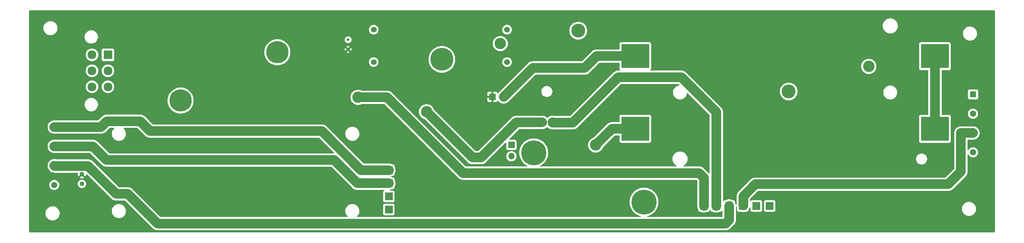
<source format=gtl>
G04 #@! TF.GenerationSoftware,KiCad,Pcbnew,7.0.9*
G04 #@! TF.CreationDate,2024-04-01T22:01:10-07:00*
G04 #@! TF.ProjectId,AVcarrierBoard,41566361-7272-4696-9572-426f6172642e,rev?*
G04 #@! TF.SameCoordinates,Original*
G04 #@! TF.FileFunction,Copper,L1,Top*
G04 #@! TF.FilePolarity,Positive*
%FSLAX46Y46*%
G04 Gerber Fmt 4.6, Leading zero omitted, Abs format (unit mm)*
G04 Created by KiCad (PCBNEW 7.0.9) date 2024-04-01 22:01:10*
%MOMM*%
%LPD*%
G01*
G04 APERTURE LIST*
G04 #@! TA.AperFunction,ComponentPad*
%ADD10R,2.300000X2.300000*%
G04 #@! TD*
G04 #@! TA.AperFunction,ComponentPad*
%ADD11C,2.300000*%
G04 #@! TD*
G04 #@! TA.AperFunction,SMDPad,CuDef*
%ADD12R,7.340000X6.350000*%
G04 #@! TD*
G04 #@! TA.AperFunction,ComponentPad*
%ADD13C,3.654400*%
G04 #@! TD*
G04 #@! TA.AperFunction,ComponentPad*
%ADD14R,1.700000X1.700000*%
G04 #@! TD*
G04 #@! TA.AperFunction,ComponentPad*
%ADD15O,1.700000X1.700000*%
G04 #@! TD*
G04 #@! TA.AperFunction,ComponentPad*
%ADD16R,1.650000X1.650000*%
G04 #@! TD*
G04 #@! TA.AperFunction,ComponentPad*
%ADD17C,1.650000*%
G04 #@! TD*
G04 #@! TA.AperFunction,ComponentPad*
%ADD18R,2.032000X2.032000*%
G04 #@! TD*
G04 #@! TA.AperFunction,ComponentPad*
%ADD19C,1.200000*%
G04 #@! TD*
G04 #@! TA.AperFunction,WasherPad*
%ADD20C,6.560820*%
G04 #@! TD*
G04 #@! TA.AperFunction,WasherPad*
%ADD21C,5.842000*%
G04 #@! TD*
G04 #@! TA.AperFunction,ComponentPad*
%ADD22C,0.762000*%
G04 #@! TD*
G04 #@! TA.AperFunction,WasherPad*
%ADD23C,6.000000*%
G04 #@! TD*
G04 #@! TA.AperFunction,ComponentPad*
%ADD24C,1.524000*%
G04 #@! TD*
G04 #@! TA.AperFunction,ViaPad*
%ADD25C,3.000000*%
G04 #@! TD*
G04 #@! TA.AperFunction,Conductor*
%ADD26C,2.500000*%
G04 #@! TD*
G04 APERTURE END LIST*
D10*
X43557799Y-77730434D03*
D11*
X43557799Y-81930433D03*
X43557799Y-86130432D03*
X39357800Y-77730434D03*
X39357800Y-81930433D03*
X39357800Y-86130432D03*
D12*
X181990000Y-78075000D03*
X260650000Y-78075000D03*
X181990000Y-97185000D03*
X260650000Y-97185000D03*
D13*
X222250000Y-87376000D03*
X167005000Y-71374000D03*
D14*
X144470200Y-88798400D03*
D15*
X147440200Y-88798400D03*
D16*
X29464000Y-96723200D03*
D17*
X29464000Y-101803200D03*
X29464000Y-106883200D03*
X29464000Y-111963200D03*
D18*
X117275000Y-108060000D03*
X117275000Y-111520000D03*
X117275000Y-114980000D03*
X117275000Y-118440000D03*
D19*
X36735000Y-109140000D03*
X36735000Y-111680000D03*
D16*
X270650000Y-88137500D03*
D17*
X270650000Y-93217500D03*
X270650000Y-98297500D03*
X270650000Y-103377500D03*
D14*
X160070800Y-95504000D03*
D15*
X157530800Y-95504000D03*
D20*
X155321000Y-103505000D03*
X184264300Y-116459000D03*
D18*
X217265000Y-117475000D03*
X213725000Y-117475000D03*
X210185000Y-117475000D03*
X206645000Y-117475000D03*
X203265000Y-117475000D03*
X200025000Y-117475000D03*
D21*
X62616800Y-89756000D03*
X88016800Y-77056000D03*
D22*
X106599387Y-76305535D03*
X106599387Y-73765535D03*
D23*
X131210000Y-78920000D03*
D24*
X148310000Y-71120000D03*
X148310000Y-79620000D03*
X113310000Y-71120000D03*
X113310000Y-79620000D03*
D14*
X149453600Y-101442600D03*
D15*
X149453600Y-104412600D03*
D25*
X243281200Y-80772000D03*
X171602400Y-101447600D03*
X109220000Y-88900000D03*
X146558000Y-74777600D03*
X127203200Y-92710000D03*
D26*
X260650000Y-78075000D02*
X260650000Y-97185000D01*
X181990000Y-97185000D02*
X175865000Y-97185000D01*
X175865000Y-97185000D02*
X171602400Y-101447600D01*
X109965000Y-108060000D02*
X117275000Y-108060000D01*
X99695000Y-97790000D02*
X109965000Y-108060000D01*
X41706800Y-96723200D02*
X43230800Y-95199200D01*
X52019200Y-95199200D02*
X54610000Y-97790000D01*
X43230800Y-95199200D02*
X52019200Y-95199200D01*
X54610000Y-97790000D02*
X99695000Y-97790000D01*
X29464000Y-96723200D02*
X41706800Y-96723200D01*
X29464000Y-101803200D02*
X39573200Y-101803200D01*
X39573200Y-101803200D02*
X43180000Y-105410000D01*
X109030800Y-111520000D02*
X117275000Y-111520000D01*
X102920800Y-105410000D02*
X109030800Y-111520000D01*
X43180000Y-105410000D02*
X102920800Y-105410000D01*
X136788000Y-108848000D02*
X116840000Y-88900000D01*
X200025000Y-110109000D02*
X198764000Y-108848000D01*
X198764000Y-108848000D02*
X136788000Y-108848000D01*
X116840000Y-88900000D02*
X109220000Y-88900000D01*
X200025000Y-117475000D02*
X200025000Y-110109000D01*
X48768000Y-114300000D02*
X45669200Y-114300000D01*
X56591200Y-122123200D02*
X48768000Y-114300000D01*
X38354000Y-106984800D02*
X29565600Y-106984800D01*
X206645000Y-117475000D02*
X206645000Y-121167400D01*
X45669200Y-114300000D02*
X38354000Y-106984800D01*
X205689200Y-122123200D02*
X56591200Y-122123200D01*
X29565600Y-106984800D02*
X29464000Y-106883200D01*
X206645000Y-121167400D02*
X205689200Y-122123200D01*
X168706800Y-81178400D02*
X155060200Y-81178400D01*
X181990000Y-78075000D02*
X171810200Y-78075000D01*
X155060200Y-81178400D02*
X147440200Y-88798400D01*
X171810200Y-78075000D02*
X168706800Y-81178400D01*
X160230800Y-95504000D02*
X160230800Y-95554800D01*
X160230800Y-95554800D02*
X165608000Y-95554800D01*
X177546000Y-83616800D02*
X194069649Y-83616800D01*
X165608000Y-95554800D02*
X177546000Y-83616800D01*
X203265000Y-92812151D02*
X203265000Y-117475000D01*
X194069649Y-83616800D02*
X203265000Y-92812151D01*
X267462500Y-108457500D02*
X264160000Y-111760000D01*
X267462500Y-98297500D02*
X267462500Y-108457500D01*
X264160000Y-111760000D02*
X213508000Y-111760000D01*
X270650000Y-98297500D02*
X267462500Y-98297500D01*
X213508000Y-111760000D02*
X210345000Y-114923000D01*
X210345000Y-114923000D02*
X210345000Y-117315000D01*
X150792200Y-95504000D02*
X141546600Y-104749600D01*
X141546600Y-104749600D02*
X139242800Y-104749600D01*
X157530800Y-95504000D02*
X150792200Y-95504000D01*
X139242800Y-104749600D02*
X127203200Y-92710000D01*
G04 #@! TA.AperFunction,Conductor*
G36*
X276307539Y-66059685D02*
G01*
X276353294Y-66112489D01*
X276364500Y-66164000D01*
X276364500Y-124336000D01*
X276344815Y-124403039D01*
X276292011Y-124448794D01*
X276240500Y-124460000D01*
X22984000Y-124460000D01*
X22916961Y-124440315D01*
X22871206Y-124387511D01*
X22860000Y-124336000D01*
X22860000Y-119498563D01*
X27152587Y-119498563D01*
X27182213Y-119767813D01*
X27182215Y-119767824D01*
X27250726Y-120029882D01*
X27250728Y-120029888D01*
X27356670Y-120279190D01*
X27413137Y-120371714D01*
X27497779Y-120510405D01*
X27497786Y-120510415D01*
X27671053Y-120718619D01*
X27671059Y-120718624D01*
X27872798Y-120899382D01*
X28098710Y-121048844D01*
X28343976Y-121163820D01*
X28343983Y-121163822D01*
X28343985Y-121163823D01*
X28603357Y-121241857D01*
X28603364Y-121241858D01*
X28603369Y-121241860D01*
X28871361Y-121281300D01*
X28871366Y-121281300D01*
X29074436Y-121281300D01*
X29125933Y-121277530D01*
X29276956Y-121266477D01*
X29427073Y-121233037D01*
X29541346Y-121207582D01*
X29541348Y-121207581D01*
X29541353Y-121207580D01*
X29794358Y-121110814D01*
X30030577Y-120978241D01*
X30244977Y-120812688D01*
X30432986Y-120617681D01*
X30590599Y-120397379D01*
X30681308Y-120220949D01*
X30714449Y-120156490D01*
X30714451Y-120156484D01*
X30714456Y-120156475D01*
X30801918Y-119900105D01*
X30851119Y-119633733D01*
X30861012Y-119363035D01*
X30831386Y-119093782D01*
X30778506Y-118891513D01*
X44564537Y-118891513D01*
X44594163Y-119160763D01*
X44594165Y-119160774D01*
X44641548Y-119342015D01*
X44662678Y-119422838D01*
X44768620Y-119672140D01*
X44907751Y-119900114D01*
X44909729Y-119903355D01*
X44909736Y-119903365D01*
X45083003Y-120111569D01*
X45083009Y-120111574D01*
X45216356Y-120231053D01*
X45284748Y-120292332D01*
X45510660Y-120441794D01*
X45755926Y-120556770D01*
X45755933Y-120556772D01*
X45755935Y-120556773D01*
X46015307Y-120634807D01*
X46015314Y-120634808D01*
X46015319Y-120634810D01*
X46283311Y-120674250D01*
X46283316Y-120674250D01*
X46486386Y-120674250D01*
X46537883Y-120670480D01*
X46688906Y-120659427D01*
X46801508Y-120634343D01*
X46953296Y-120600532D01*
X46953298Y-120600531D01*
X46953303Y-120600530D01*
X47206308Y-120503764D01*
X47442527Y-120371191D01*
X47656927Y-120205638D01*
X47844936Y-120010631D01*
X48002549Y-119790329D01*
X48083065Y-119633724D01*
X48126399Y-119549440D01*
X48126401Y-119549434D01*
X48126406Y-119549425D01*
X48213868Y-119293055D01*
X48263069Y-119026683D01*
X48272962Y-118755985D01*
X48243336Y-118486732D01*
X48174822Y-118224662D01*
X48068880Y-117975360D01*
X47927768Y-117744140D01*
X47921510Y-117736620D01*
X47754496Y-117535930D01*
X47754490Y-117535925D01*
X47552752Y-117355168D01*
X47326842Y-117205707D01*
X47277964Y-117182794D01*
X47081574Y-117090730D01*
X47081569Y-117090728D01*
X47081564Y-117090726D01*
X46822192Y-117012692D01*
X46822178Y-117012689D01*
X46706541Y-116995671D01*
X46554189Y-116973250D01*
X46351119Y-116973250D01*
X46351114Y-116973250D01*
X46148594Y-116988073D01*
X46148581Y-116988075D01*
X45884203Y-117046967D01*
X45884196Y-117046970D01*
X45631189Y-117143737D01*
X45394976Y-117276307D01*
X45394974Y-117276308D01*
X45394973Y-117276309D01*
X45332643Y-117324438D01*
X45180572Y-117441862D01*
X44992572Y-117636859D01*
X44992566Y-117636866D01*
X44834952Y-117857169D01*
X44834949Y-117857174D01*
X44711100Y-118098059D01*
X44711093Y-118098077D01*
X44623634Y-118354435D01*
X44623631Y-118354449D01*
X44603355Y-118464224D01*
X44578383Y-118599424D01*
X44574431Y-118620818D01*
X44574430Y-118620825D01*
X44564537Y-118891513D01*
X30778506Y-118891513D01*
X30762872Y-118831712D01*
X30656930Y-118582410D01*
X30515818Y-118351190D01*
X30476434Y-118303865D01*
X30342546Y-118142980D01*
X30342540Y-118142975D01*
X30140802Y-117962218D01*
X29914892Y-117812757D01*
X29914890Y-117812756D01*
X29669624Y-117697780D01*
X29669619Y-117697778D01*
X29669614Y-117697776D01*
X29410242Y-117619742D01*
X29410228Y-117619739D01*
X29294591Y-117602721D01*
X29142239Y-117580300D01*
X28939169Y-117580300D01*
X28939164Y-117580300D01*
X28736644Y-117595123D01*
X28736631Y-117595125D01*
X28472253Y-117654017D01*
X28472246Y-117654020D01*
X28219239Y-117750787D01*
X27983026Y-117883357D01*
X27768622Y-118048912D01*
X27580622Y-118243909D01*
X27580616Y-118243916D01*
X27423002Y-118464219D01*
X27422999Y-118464224D01*
X27299150Y-118705109D01*
X27299143Y-118705127D01*
X27211684Y-118961485D01*
X27211681Y-118961499D01*
X27199641Y-119026683D01*
X27162919Y-119225499D01*
X27162481Y-119227868D01*
X27162480Y-119227875D01*
X27152587Y-119498563D01*
X22860000Y-119498563D01*
X22860000Y-111963201D01*
X28133437Y-111963201D01*
X28153650Y-112194244D01*
X28153651Y-112194251D01*
X28213678Y-112418274D01*
X28213679Y-112418276D01*
X28213680Y-112418279D01*
X28311699Y-112628482D01*
X28444730Y-112818469D01*
X28608731Y-112982470D01*
X28798718Y-113115501D01*
X29008921Y-113213520D01*
X29232950Y-113273549D01*
X29397985Y-113287987D01*
X29463998Y-113293763D01*
X29464000Y-113293763D01*
X29464002Y-113293763D01*
X29521762Y-113288709D01*
X29695050Y-113273549D01*
X29919079Y-113213520D01*
X30129282Y-113115501D01*
X30319269Y-112982470D01*
X30483270Y-112818469D01*
X30616301Y-112628482D01*
X30714320Y-112418279D01*
X30774349Y-112194250D01*
X30794563Y-111963200D01*
X30789962Y-111910615D01*
X30774349Y-111732155D01*
X30774349Y-111732150D01*
X30760375Y-111680000D01*
X35629785Y-111680000D01*
X35648602Y-111883082D01*
X35704417Y-112079247D01*
X35704422Y-112079260D01*
X35795327Y-112261821D01*
X35918237Y-112424581D01*
X36068958Y-112561980D01*
X36068960Y-112561982D01*
X36166830Y-112622580D01*
X36242363Y-112669348D01*
X36432544Y-112743024D01*
X36633024Y-112780500D01*
X36633026Y-112780500D01*
X36836974Y-112780500D01*
X36836976Y-112780500D01*
X37037456Y-112743024D01*
X37227637Y-112669348D01*
X37401041Y-112561981D01*
X37551764Y-112424579D01*
X37674673Y-112261821D01*
X37765582Y-112079250D01*
X37821397Y-111883083D01*
X37840215Y-111680000D01*
X37821397Y-111476917D01*
X37765582Y-111280750D01*
X37674673Y-111098179D01*
X37615704Y-111020091D01*
X37551762Y-110935418D01*
X37401041Y-110798019D01*
X37401039Y-110798017D01*
X37227642Y-110690655D01*
X37227635Y-110690651D01*
X37077882Y-110632637D01*
X37037456Y-110616976D01*
X36836976Y-110579500D01*
X36633024Y-110579500D01*
X36432544Y-110616976D01*
X36432541Y-110616976D01*
X36432541Y-110616977D01*
X36242364Y-110690651D01*
X36242357Y-110690655D01*
X36068960Y-110798017D01*
X36068958Y-110798019D01*
X35918237Y-110935418D01*
X35795327Y-111098178D01*
X35704422Y-111280739D01*
X35704417Y-111280752D01*
X35648602Y-111476917D01*
X35629785Y-111679999D01*
X35629785Y-111680000D01*
X30760375Y-111680000D01*
X30714320Y-111508121D01*
X30616301Y-111297919D01*
X30616299Y-111297916D01*
X30616298Y-111297914D01*
X30483273Y-111107935D01*
X30483268Y-111107929D01*
X30319269Y-110943930D01*
X30307113Y-110935418D01*
X30129282Y-110810899D01*
X29919079Y-110712880D01*
X29919076Y-110712879D01*
X29919074Y-110712878D01*
X29695051Y-110652851D01*
X29695044Y-110652850D01*
X29464002Y-110632637D01*
X29463998Y-110632637D01*
X29232955Y-110652850D01*
X29232948Y-110652851D01*
X29008917Y-110712881D01*
X28798718Y-110810899D01*
X28798714Y-110810901D01*
X28608735Y-110943926D01*
X28608729Y-110943931D01*
X28444731Y-111107929D01*
X28444726Y-111107935D01*
X28311701Y-111297914D01*
X28311699Y-111297918D01*
X28213681Y-111508117D01*
X28153651Y-111732148D01*
X28153650Y-111732155D01*
X28133437Y-111963198D01*
X28133437Y-111963201D01*
X22860000Y-111963201D01*
X22860000Y-106948835D01*
X27709818Y-106948835D01*
X27739194Y-107209545D01*
X27739194Y-107209549D01*
X27795078Y-107418109D01*
X27807100Y-107462975D01*
X27912017Y-107703447D01*
X28051602Y-107925597D01*
X28051605Y-107925600D01*
X28051607Y-107925603D01*
X28179890Y-108074671D01*
X28179890Y-108074670D01*
X28179898Y-108074679D01*
X28296401Y-108191182D01*
X28304670Y-108199451D01*
X28371617Y-108271604D01*
X28448579Y-108332978D01*
X28523203Y-108397198D01*
X28548087Y-108412833D01*
X28553763Y-108416860D01*
X28576743Y-108435186D01*
X28661997Y-108484407D01*
X28721176Y-108521591D01*
X28745351Y-108536782D01*
X28772295Y-108548537D01*
X28778500Y-108551670D01*
X28803957Y-108566368D01*
X28803958Y-108566368D01*
X28803961Y-108566370D01*
X28803963Y-108566371D01*
X28895600Y-108602335D01*
X28985825Y-108641700D01*
X29014220Y-108649308D01*
X29020819Y-108651480D01*
X29037749Y-108658124D01*
X29048184Y-108662220D01*
X29048189Y-108662221D01*
X29048192Y-108662222D01*
X29144169Y-108684128D01*
X29239250Y-108709605D01*
X29268456Y-108712895D01*
X29275301Y-108714058D01*
X29303970Y-108720602D01*
X29303975Y-108720602D01*
X29303978Y-108720603D01*
X29402137Y-108727958D01*
X29499963Y-108738981D01*
X29598331Y-108735300D01*
X35542286Y-108735300D01*
X35609325Y-108754985D01*
X35655080Y-108807789D01*
X35665024Y-108876947D01*
X35661553Y-108893234D01*
X35649096Y-108937014D01*
X35630287Y-109139999D01*
X35630287Y-109140000D01*
X35649096Y-109342989D01*
X35649097Y-109342992D01*
X35704883Y-109539063D01*
X35704886Y-109539069D01*
X35795754Y-109721556D01*
X35795755Y-109721557D01*
X35797533Y-109723912D01*
X36337045Y-109184399D01*
X36349835Y-109265148D01*
X36407359Y-109378045D01*
X36496955Y-109467641D01*
X36609852Y-109525165D01*
X36690599Y-109537953D01*
X36154310Y-110074240D01*
X36154311Y-110074241D01*
X36242581Y-110128895D01*
X36242588Y-110128899D01*
X36432678Y-110202539D01*
X36633072Y-110240000D01*
X36836928Y-110240000D01*
X37037321Y-110202539D01*
X37227414Y-110128897D01*
X37315688Y-110074240D01*
X36779401Y-109537953D01*
X36860148Y-109525165D01*
X36973045Y-109467641D01*
X37062641Y-109378045D01*
X37120165Y-109265148D01*
X37132953Y-109184400D01*
X37672465Y-109723912D01*
X37674247Y-109721552D01*
X37674249Y-109721550D01*
X37765113Y-109539069D01*
X37765116Y-109539063D01*
X37820902Y-109342992D01*
X37820903Y-109342988D01*
X37831784Y-109225558D01*
X37857570Y-109160620D01*
X37914370Y-109119932D01*
X37984151Y-109116412D01*
X38042936Y-109149317D01*
X44408270Y-115514651D01*
X44475217Y-115586804D01*
X44506514Y-115611762D01*
X44552179Y-115648178D01*
X44626803Y-115712398D01*
X44646064Y-115724500D01*
X44651687Y-115728033D01*
X44657363Y-115732060D01*
X44680343Y-115750386D01*
X44765597Y-115799607D01*
X44824776Y-115836791D01*
X44848951Y-115851982D01*
X44875895Y-115863737D01*
X44882100Y-115866870D01*
X44907557Y-115881568D01*
X44907558Y-115881568D01*
X44907561Y-115881570D01*
X44907563Y-115881571D01*
X44999200Y-115917535D01*
X45089425Y-115956900D01*
X45117820Y-115964508D01*
X45124419Y-115966680D01*
X45141349Y-115973324D01*
X45151784Y-115977420D01*
X45151789Y-115977421D01*
X45151792Y-115977422D01*
X45247769Y-115999328D01*
X45342850Y-116024805D01*
X45372056Y-116028095D01*
X45378901Y-116029258D01*
X45407570Y-116035802D01*
X45407575Y-116035802D01*
X45407578Y-116035803D01*
X45505737Y-116043158D01*
X45603563Y-116054181D01*
X45701931Y-116050500D01*
X47991557Y-116050500D01*
X48058596Y-116070185D01*
X48079238Y-116086819D01*
X55330270Y-123337851D01*
X55397217Y-123410004D01*
X55474179Y-123471378D01*
X55548800Y-123535596D01*
X55548807Y-123535601D01*
X55573693Y-123551237D01*
X55579370Y-123555265D01*
X55602343Y-123573586D01*
X55687593Y-123622805D01*
X55770954Y-123675184D01*
X55797897Y-123686939D01*
X55804098Y-123690069D01*
X55829557Y-123704768D01*
X55921187Y-123740730D01*
X56011426Y-123780101D01*
X56011427Y-123780101D01*
X56011429Y-123780102D01*
X56039822Y-123787709D01*
X56046430Y-123789883D01*
X56058629Y-123794671D01*
X56073770Y-123800615D01*
X56073774Y-123800616D01*
X56073784Y-123800620D01*
X56169746Y-123822523D01*
X56264850Y-123848006D01*
X56294067Y-123851297D01*
X56300907Y-123852459D01*
X56329570Y-123859002D01*
X56329576Y-123859002D01*
X56329579Y-123859003D01*
X56427729Y-123866357D01*
X56525564Y-123877381D01*
X56623941Y-123873700D01*
X205656469Y-123873700D01*
X205754835Y-123877381D01*
X205754835Y-123877380D01*
X205754836Y-123877381D01*
X205852660Y-123866358D01*
X205950830Y-123859002D01*
X205966867Y-123855341D01*
X205979487Y-123852461D01*
X205986347Y-123851295D01*
X205989242Y-123850968D01*
X206015550Y-123848005D01*
X206078936Y-123831020D01*
X206110631Y-123822528D01*
X206206608Y-123800622D01*
X206206609Y-123800621D01*
X206206616Y-123800620D01*
X206233990Y-123789875D01*
X206240572Y-123787709D01*
X206268975Y-123780100D01*
X206359199Y-123740735D01*
X206450843Y-123704768D01*
X206476319Y-123690057D01*
X206482487Y-123686944D01*
X206509447Y-123675183D01*
X206592802Y-123622807D01*
X206678057Y-123573586D01*
X206701045Y-123555252D01*
X206706692Y-123551245D01*
X206731597Y-123535598D01*
X206806220Y-123471378D01*
X206883169Y-123410015D01*
X206883172Y-123410011D01*
X206883181Y-123410005D01*
X206950130Y-123337850D01*
X207859638Y-122428341D01*
X207931805Y-122361381D01*
X207993191Y-122284405D01*
X208057397Y-122209797D01*
X208073043Y-122184893D01*
X208077049Y-122179248D01*
X208095386Y-122156257D01*
X208144611Y-122070995D01*
X208196983Y-121987647D01*
X208208744Y-121960687D01*
X208211857Y-121954519D01*
X208226568Y-121929043D01*
X208262535Y-121837399D01*
X208301900Y-121747175D01*
X208309509Y-121718772D01*
X208311675Y-121712190D01*
X208322420Y-121684816D01*
X208344327Y-121588834D01*
X208369805Y-121493751D01*
X208373095Y-121464541D01*
X208374257Y-121457700D01*
X208380802Y-121429030D01*
X208388159Y-121330846D01*
X208399180Y-121233037D01*
X208398227Y-121207580D01*
X208395500Y-121134686D01*
X208395500Y-117740884D01*
X208415185Y-117673845D01*
X208467989Y-117628090D01*
X208537147Y-117618146D01*
X208600703Y-117647171D01*
X208638477Y-117705949D01*
X208640385Y-117713268D01*
X208665391Y-117822827D01*
X208668500Y-117850416D01*
X208668500Y-118538870D01*
X208668501Y-118538876D01*
X208674908Y-118598483D01*
X208725202Y-118733328D01*
X208725206Y-118733335D01*
X208811452Y-118848544D01*
X208811455Y-118848547D01*
X208926664Y-118934793D01*
X208926671Y-118934797D01*
X208971618Y-118951561D01*
X209061517Y-118985091D01*
X209121127Y-118991500D01*
X209822562Y-118991499D01*
X209859112Y-118997008D01*
X209881063Y-119003779D01*
X209954385Y-119026396D01*
X210213818Y-119065500D01*
X210476182Y-119065500D01*
X210735615Y-119026396D01*
X210814007Y-119002214D01*
X210830888Y-118997008D01*
X210867438Y-118991499D01*
X211248871Y-118991499D01*
X211248872Y-118991499D01*
X211308483Y-118985091D01*
X211443331Y-118934796D01*
X211558546Y-118848546D01*
X211644796Y-118733331D01*
X211695091Y-118598483D01*
X211696819Y-118582410D01*
X211701499Y-118538886D01*
X211701499Y-118538882D01*
X211701500Y-118538873D01*
X211701499Y-118464975D01*
X211721183Y-118397937D01*
X211728547Y-118387669D01*
X211795386Y-118303857D01*
X211926568Y-118076643D01*
X211969074Y-117968338D01*
X212011887Y-117913129D01*
X212077757Y-117889827D01*
X212145767Y-117905837D01*
X212194326Y-117956075D01*
X212208500Y-118013644D01*
X212208500Y-118538870D01*
X212208501Y-118538876D01*
X212214908Y-118598483D01*
X212265202Y-118733328D01*
X212265206Y-118733335D01*
X212351452Y-118848544D01*
X212351455Y-118848547D01*
X212466664Y-118934793D01*
X212466671Y-118934797D01*
X212601517Y-118985091D01*
X212601516Y-118985091D01*
X212608444Y-118985835D01*
X212661127Y-118991500D01*
X214788872Y-118991499D01*
X214848483Y-118985091D01*
X214983331Y-118934796D01*
X215098546Y-118848546D01*
X215184796Y-118733331D01*
X215235091Y-118598483D01*
X215241500Y-118538873D01*
X215241500Y-118538870D01*
X215748500Y-118538870D01*
X215748501Y-118538876D01*
X215754908Y-118598483D01*
X215805202Y-118733328D01*
X215805206Y-118733335D01*
X215891452Y-118848544D01*
X215891455Y-118848547D01*
X216006664Y-118934793D01*
X216006671Y-118934797D01*
X216141517Y-118985091D01*
X216141516Y-118985091D01*
X216148444Y-118985835D01*
X216201127Y-118991500D01*
X218328872Y-118991499D01*
X218388483Y-118985091D01*
X218523331Y-118934796D01*
X218638546Y-118848546D01*
X218724796Y-118733331D01*
X218775091Y-118598483D01*
X218781500Y-118538873D01*
X218781500Y-118330163D01*
X267741387Y-118330163D01*
X267771013Y-118599413D01*
X267771015Y-118599424D01*
X267839526Y-118861482D01*
X267839528Y-118861488D01*
X267945470Y-119110790D01*
X268017598Y-119228975D01*
X268086579Y-119342005D01*
X268086586Y-119342015D01*
X268259853Y-119550219D01*
X268259859Y-119550224D01*
X268461598Y-119730982D01*
X268687510Y-119880444D01*
X268932776Y-119995420D01*
X268932783Y-119995422D01*
X268932785Y-119995423D01*
X269192157Y-120073457D01*
X269192164Y-120073458D01*
X269192169Y-120073460D01*
X269460161Y-120112900D01*
X269460166Y-120112900D01*
X269663236Y-120112900D01*
X269714733Y-120109130D01*
X269865756Y-120098077D01*
X269978358Y-120072993D01*
X270130146Y-120039182D01*
X270130148Y-120039181D01*
X270130153Y-120039180D01*
X270383158Y-119942414D01*
X270619377Y-119809841D01*
X270833777Y-119644288D01*
X271021786Y-119449281D01*
X271179399Y-119228979D01*
X271263450Y-119065499D01*
X271303249Y-118988090D01*
X271303251Y-118988084D01*
X271303256Y-118988075D01*
X271390718Y-118731705D01*
X271439919Y-118465333D01*
X271449812Y-118194635D01*
X271420186Y-117925382D01*
X271351672Y-117663312D01*
X271245730Y-117414010D01*
X271104618Y-117182790D01*
X271049162Y-117116152D01*
X270931346Y-116974580D01*
X270931340Y-116974575D01*
X270729602Y-116793818D01*
X270503692Y-116644357D01*
X270503690Y-116644356D01*
X270258424Y-116529380D01*
X270258419Y-116529378D01*
X270258414Y-116529376D01*
X269999042Y-116451342D01*
X269999028Y-116451339D01*
X269883391Y-116434321D01*
X269731039Y-116411900D01*
X269527969Y-116411900D01*
X269527964Y-116411900D01*
X269325444Y-116426723D01*
X269325431Y-116426725D01*
X269061053Y-116485617D01*
X269061046Y-116485620D01*
X268808039Y-116582387D01*
X268571826Y-116714957D01*
X268357422Y-116880512D01*
X268169422Y-117075509D01*
X268169416Y-117075516D01*
X268011802Y-117295819D01*
X268011799Y-117295824D01*
X267887950Y-117536709D01*
X267887943Y-117536727D01*
X267800484Y-117793085D01*
X267800481Y-117793099D01*
X267782615Y-117889827D01*
X267763669Y-117992402D01*
X267751281Y-118059468D01*
X267751280Y-118059475D01*
X267741387Y-118330163D01*
X218781500Y-118330163D01*
X218781499Y-116411128D01*
X218775091Y-116351517D01*
X218732875Y-116238331D01*
X218724797Y-116216671D01*
X218724793Y-116216664D01*
X218638547Y-116101455D01*
X218638544Y-116101452D01*
X218523335Y-116015206D01*
X218523328Y-116015202D01*
X218388482Y-115964908D01*
X218388483Y-115964908D01*
X218328883Y-115958501D01*
X218328881Y-115958500D01*
X218328873Y-115958500D01*
X218328864Y-115958500D01*
X216201129Y-115958500D01*
X216201123Y-115958501D01*
X216141516Y-115964908D01*
X216006671Y-116015202D01*
X216006664Y-116015206D01*
X215891455Y-116101452D01*
X215891452Y-116101455D01*
X215805206Y-116216664D01*
X215805202Y-116216671D01*
X215754908Y-116351517D01*
X215748501Y-116411116D01*
X215748501Y-116411123D01*
X215748500Y-116411135D01*
X215748500Y-118538870D01*
X215241500Y-118538870D01*
X215241499Y-116411128D01*
X215235091Y-116351517D01*
X215192875Y-116238331D01*
X215184797Y-116216671D01*
X215184793Y-116216664D01*
X215098547Y-116101455D01*
X215098544Y-116101452D01*
X214983335Y-116015206D01*
X214983328Y-116015202D01*
X214848482Y-115964908D01*
X214848483Y-115964908D01*
X214788883Y-115958501D01*
X214788881Y-115958500D01*
X214788873Y-115958500D01*
X214788864Y-115958500D01*
X212661129Y-115958500D01*
X212661123Y-115958501D01*
X212601516Y-115964908D01*
X212466671Y-116015202D01*
X212466664Y-116015206D01*
X212351455Y-116101452D01*
X212318766Y-116145119D01*
X212262832Y-116186989D01*
X212193140Y-116191973D01*
X212131817Y-116158487D01*
X212098333Y-116097163D01*
X212095500Y-116070807D01*
X212095500Y-115699443D01*
X212115185Y-115632404D01*
X212131819Y-115611762D01*
X214196762Y-113546819D01*
X214258085Y-113513334D01*
X214284443Y-113510500D01*
X264127269Y-113510500D01*
X264225635Y-113514181D01*
X264225635Y-113514180D01*
X264225636Y-113514181D01*
X264323460Y-113503158D01*
X264421630Y-113495802D01*
X264437667Y-113492141D01*
X264450287Y-113489261D01*
X264457147Y-113488095D01*
X264460042Y-113487768D01*
X264486350Y-113484805D01*
X264549736Y-113467820D01*
X264581431Y-113459328D01*
X264677408Y-113437422D01*
X264677409Y-113437421D01*
X264677416Y-113437420D01*
X264704790Y-113426675D01*
X264711372Y-113424509D01*
X264739775Y-113416900D01*
X264829999Y-113377535D01*
X264921643Y-113341568D01*
X264947119Y-113326857D01*
X264953287Y-113323744D01*
X264980247Y-113311983D01*
X265063602Y-113259607D01*
X265148857Y-113210386D01*
X265171845Y-113192052D01*
X265177492Y-113188045D01*
X265202397Y-113172398D01*
X265277020Y-113108178D01*
X265305649Y-113085348D01*
X265353969Y-113046815D01*
X265353971Y-113046812D01*
X265353981Y-113046805D01*
X265420929Y-112974651D01*
X268677137Y-109718442D01*
X268749305Y-109651481D01*
X268810684Y-109574512D01*
X268874898Y-109499897D01*
X268890538Y-109475004D01*
X268894556Y-109469340D01*
X268912886Y-109446357D01*
X268962107Y-109361102D01*
X269014483Y-109277747D01*
X269026244Y-109250787D01*
X269029357Y-109244619D01*
X269044068Y-109219143D01*
X269080035Y-109127499D01*
X269119400Y-109037275D01*
X269127009Y-109008872D01*
X269129175Y-109002290D01*
X269139920Y-108974916D01*
X269139922Y-108974908D01*
X269161828Y-108878931D01*
X269177918Y-108818881D01*
X269187305Y-108783850D01*
X269190595Y-108754640D01*
X269191759Y-108747793D01*
X269198303Y-108719125D01*
X269205659Y-108620945D01*
X269211808Y-108566371D01*
X269216680Y-108523137D01*
X269213000Y-108424786D01*
X269213000Y-103991570D01*
X269232685Y-103924531D01*
X269285489Y-103878776D01*
X269354647Y-103868832D01*
X269418203Y-103897857D01*
X269449381Y-103939164D01*
X269497699Y-104042782D01*
X269630730Y-104232769D01*
X269794731Y-104396770D01*
X269984718Y-104529801D01*
X270194921Y-104627820D01*
X270418950Y-104687849D01*
X270583985Y-104702287D01*
X270649998Y-104708063D01*
X270650000Y-104708063D01*
X270650002Y-104708063D01*
X270707762Y-104703009D01*
X270881050Y-104687849D01*
X271105079Y-104627820D01*
X271315282Y-104529801D01*
X271505269Y-104396770D01*
X271669270Y-104232769D01*
X271802301Y-104042782D01*
X271900320Y-103832579D01*
X271960349Y-103608550D01*
X271980563Y-103377500D01*
X271960349Y-103146450D01*
X271900320Y-102922421D01*
X271802301Y-102712219D01*
X271802299Y-102712216D01*
X271802298Y-102712214D01*
X271669273Y-102522235D01*
X271669268Y-102522229D01*
X271505269Y-102358230D01*
X271479914Y-102340476D01*
X271315282Y-102225199D01*
X271105079Y-102127180D01*
X271105076Y-102127179D01*
X271105074Y-102127178D01*
X270881051Y-102067151D01*
X270881044Y-102067150D01*
X270650002Y-102046937D01*
X270649998Y-102046937D01*
X270418955Y-102067150D01*
X270418948Y-102067151D01*
X270194917Y-102127181D01*
X269984718Y-102225199D01*
X269984714Y-102225201D01*
X269794735Y-102358226D01*
X269794729Y-102358231D01*
X269630731Y-102522229D01*
X269630726Y-102522235D01*
X269497701Y-102712214D01*
X269497699Y-102712218D01*
X269449382Y-102815835D01*
X269403210Y-102868274D01*
X269336016Y-102887426D01*
X269269135Y-102867210D01*
X269223800Y-102814045D01*
X269213000Y-102763430D01*
X269213000Y-100172000D01*
X269232685Y-100104961D01*
X269285489Y-100059206D01*
X269337000Y-100048000D01*
X270715500Y-100048000D01*
X270911620Y-100033303D01*
X270911622Y-100033302D01*
X270911630Y-100033302D01*
X271167416Y-99974920D01*
X271411643Y-99879068D01*
X271638857Y-99747886D01*
X271843981Y-99584305D01*
X271844863Y-99583355D01*
X271898264Y-99525802D01*
X272022433Y-99391979D01*
X272170228Y-99175204D01*
X272284063Y-98938823D01*
X272361396Y-98688115D01*
X272400500Y-98428682D01*
X272400500Y-98166318D01*
X272361396Y-97906885D01*
X272284063Y-97656177D01*
X272256567Y-97599081D01*
X272170232Y-97419803D01*
X272170231Y-97419802D01*
X272170230Y-97419801D01*
X272170228Y-97419796D01*
X272022433Y-97203021D01*
X272002390Y-97181420D01*
X271843985Y-97010698D01*
X271789441Y-96967201D01*
X271638857Y-96847114D01*
X271411643Y-96715932D01*
X271167416Y-96620080D01*
X271167411Y-96620078D01*
X271167402Y-96620076D01*
X270949818Y-96570414D01*
X270911630Y-96561698D01*
X270911629Y-96561697D01*
X270911625Y-96561697D01*
X270911620Y-96561696D01*
X270715500Y-96547000D01*
X270715494Y-96547000D01*
X267593682Y-96547000D01*
X267331318Y-96547000D01*
X267331308Y-96547000D01*
X267268663Y-96556443D01*
X267264056Y-96556962D01*
X267225413Y-96559858D01*
X267200870Y-96561698D01*
X267184468Y-96565441D01*
X267139092Y-96575797D01*
X267134538Y-96576659D01*
X267094027Y-96582766D01*
X267071885Y-96586104D01*
X267071880Y-96586105D01*
X267071876Y-96586106D01*
X267011343Y-96604778D01*
X267006864Y-96605978D01*
X266945093Y-96620077D01*
X266945079Y-96620081D01*
X266886093Y-96643231D01*
X266881717Y-96644762D01*
X266821183Y-96663434D01*
X266821160Y-96663443D01*
X266764081Y-96690931D01*
X266759832Y-96692785D01*
X266700858Y-96715931D01*
X266645984Y-96747611D01*
X266641886Y-96749777D01*
X266584795Y-96777272D01*
X266584790Y-96777274D01*
X266532445Y-96812963D01*
X266528519Y-96815430D01*
X266473649Y-96847109D01*
X266424100Y-96886622D01*
X266420370Y-96889374D01*
X266368022Y-96925066D01*
X266368014Y-96925072D01*
X266321571Y-96968164D01*
X266318058Y-96971188D01*
X266268520Y-97010693D01*
X266225420Y-97057142D01*
X266222142Y-97060420D01*
X266175693Y-97103520D01*
X266136188Y-97153058D01*
X266133164Y-97156571D01*
X266090072Y-97203014D01*
X266090066Y-97203022D01*
X266054374Y-97255370D01*
X266051622Y-97259100D01*
X266012109Y-97308649D01*
X265980430Y-97363519D01*
X265977963Y-97367445D01*
X265942274Y-97419790D01*
X265942272Y-97419795D01*
X265914777Y-97476886D01*
X265912611Y-97480984D01*
X265880931Y-97535858D01*
X265857785Y-97594832D01*
X265855931Y-97599081D01*
X265828443Y-97656160D01*
X265828434Y-97656183D01*
X265809762Y-97716717D01*
X265808231Y-97721093D01*
X265785081Y-97780079D01*
X265785077Y-97780093D01*
X265770978Y-97841864D01*
X265769778Y-97846343D01*
X265751106Y-97906876D01*
X265751105Y-97906880D01*
X265751104Y-97906885D01*
X265747766Y-97929027D01*
X265741659Y-97969538D01*
X265740797Y-97974092D01*
X265732603Y-98009997D01*
X265727023Y-98034449D01*
X265726698Y-98035872D01*
X265726698Y-98035873D01*
X265721962Y-98099056D01*
X265721443Y-98103663D01*
X265712000Y-98166308D01*
X265712000Y-107681057D01*
X265692315Y-107748096D01*
X265675681Y-107768738D01*
X263471238Y-109973181D01*
X263409915Y-110006666D01*
X263383557Y-110009500D01*
X213540714Y-110009500D01*
X213442362Y-110005819D01*
X213442361Y-110005819D01*
X213344553Y-110016840D01*
X213246375Y-110024196D01*
X213246372Y-110024197D01*
X213217703Y-110030739D01*
X213210849Y-110031903D01*
X213181649Y-110035194D01*
X213088319Y-110060202D01*
X213086565Y-110060672D01*
X212990584Y-110082580D01*
X212990580Y-110082581D01*
X212990578Y-110082582D01*
X212976407Y-110088143D01*
X212963215Y-110093320D01*
X212956612Y-110095493D01*
X212928228Y-110103098D01*
X212928223Y-110103100D01*
X212838000Y-110142464D01*
X212746360Y-110178430D01*
X212720895Y-110193131D01*
X212714689Y-110196264D01*
X212687758Y-110208014D01*
X212604404Y-110260388D01*
X212519137Y-110309617D01*
X212496159Y-110327941D01*
X212490488Y-110331965D01*
X212465603Y-110347603D01*
X212390988Y-110411814D01*
X212314019Y-110473194D01*
X212314016Y-110473197D01*
X212247070Y-110545348D01*
X209130348Y-113662070D01*
X209058197Y-113729016D01*
X209058194Y-113729019D01*
X208996821Y-113805979D01*
X208932600Y-113880604D01*
X208916961Y-113905493D01*
X208912937Y-113911164D01*
X208894617Y-113934137D01*
X208845391Y-114019398D01*
X208793022Y-114102742D01*
X208793016Y-114102754D01*
X208781264Y-114129689D01*
X208778131Y-114135895D01*
X208763430Y-114161360D01*
X208727464Y-114253000D01*
X208688100Y-114343223D01*
X208688098Y-114343228D01*
X208680493Y-114371612D01*
X208678320Y-114378215D01*
X208667580Y-114405584D01*
X208645671Y-114501569D01*
X208620194Y-114596649D01*
X208620194Y-114596651D01*
X208616903Y-114625849D01*
X208615739Y-114632703D01*
X208609197Y-114661372D01*
X208609196Y-114661375D01*
X208601841Y-114759539D01*
X208590818Y-114857364D01*
X208594500Y-114955731D01*
X208594500Y-117049113D01*
X208574815Y-117116152D01*
X208522011Y-117161907D01*
X208452853Y-117171851D01*
X208389297Y-117142826D01*
X208351523Y-117084048D01*
X208349609Y-117076705D01*
X208322423Y-116957597D01*
X208322422Y-116957596D01*
X208322420Y-116957584D01*
X208226568Y-116713357D01*
X208186731Y-116644357D01*
X208178112Y-116629428D01*
X208161499Y-116567428D01*
X208161499Y-116411129D01*
X208161498Y-116411123D01*
X208161497Y-116411116D01*
X208155091Y-116351517D01*
X208112875Y-116238331D01*
X208104797Y-116216671D01*
X208104793Y-116216664D01*
X208018547Y-116101455D01*
X208018544Y-116101452D01*
X207903335Y-116015206D01*
X207903328Y-116015202D01*
X207768482Y-115964908D01*
X207768483Y-115964908D01*
X207708883Y-115958501D01*
X207708881Y-115958500D01*
X207708873Y-115958500D01*
X207708865Y-115958500D01*
X207558747Y-115958500D01*
X207504946Y-115946220D01*
X207286325Y-115840938D01*
X207286327Y-115840938D01*
X207035623Y-115763606D01*
X207035619Y-115763605D01*
X207035615Y-115763604D01*
X206910823Y-115744794D01*
X206776187Y-115724500D01*
X206776182Y-115724500D01*
X206513818Y-115724500D01*
X206513812Y-115724500D01*
X206352247Y-115748853D01*
X206254385Y-115763604D01*
X206254382Y-115763605D01*
X206254376Y-115763606D01*
X206003673Y-115840938D01*
X205785053Y-115946220D01*
X205731253Y-115958500D01*
X205581130Y-115958500D01*
X205581123Y-115958501D01*
X205521516Y-115964908D01*
X205386671Y-116015202D01*
X205386664Y-116015206D01*
X205271455Y-116101452D01*
X205238766Y-116145119D01*
X205182832Y-116186989D01*
X205113140Y-116191973D01*
X205051817Y-116158487D01*
X205018333Y-116097163D01*
X205015500Y-116070807D01*
X205015500Y-105254778D01*
X255694500Y-105254778D01*
X255706702Y-105327898D01*
X255733930Y-105491067D01*
X255811711Y-105717637D01*
X255811713Y-105717642D01*
X255925730Y-105928325D01*
X255925734Y-105928331D01*
X256049918Y-106087882D01*
X256072866Y-106117366D01*
X256249113Y-106279612D01*
X256449660Y-106410636D01*
X256669038Y-106506864D01*
X256901263Y-106565672D01*
X257080213Y-106580500D01*
X257080215Y-106580500D01*
X257199785Y-106580500D01*
X257199787Y-106580500D01*
X257378737Y-106565672D01*
X257610962Y-106506864D01*
X257830340Y-106410636D01*
X258030887Y-106279612D01*
X258207134Y-106117366D01*
X258354271Y-105928323D01*
X258468287Y-105717641D01*
X258546070Y-105491065D01*
X258585500Y-105254778D01*
X258585500Y-105015222D01*
X258546070Y-104778935D01*
X258468287Y-104552359D01*
X258354271Y-104341677D01*
X258354269Y-104341674D01*
X258354265Y-104341668D01*
X258207139Y-104152641D01*
X258207134Y-104152634D01*
X258030887Y-103990388D01*
X258030884Y-103990386D01*
X258030883Y-103990385D01*
X257930085Y-103924531D01*
X257830340Y-103859364D01*
X257830337Y-103859362D01*
X257830336Y-103859362D01*
X257610963Y-103763136D01*
X257378737Y-103704328D01*
X257378740Y-103704328D01*
X257271367Y-103695431D01*
X257199787Y-103689500D01*
X257080213Y-103689500D01*
X257008633Y-103695431D01*
X256901260Y-103704328D01*
X256669036Y-103763136D01*
X256449663Y-103859362D01*
X256249116Y-103990385D01*
X256072869Y-104152631D01*
X256072860Y-104152641D01*
X255925734Y-104341668D01*
X255925730Y-104341674D01*
X255811713Y-104552357D01*
X255811711Y-104552362D01*
X255733930Y-104778932D01*
X255717688Y-104876264D01*
X255694500Y-105015222D01*
X255694500Y-105254778D01*
X205015500Y-105254778D01*
X205015500Y-100407870D01*
X256479500Y-100407870D01*
X256479501Y-100407876D01*
X256485908Y-100467483D01*
X256536202Y-100602328D01*
X256536206Y-100602335D01*
X256622452Y-100717544D01*
X256622455Y-100717547D01*
X256737664Y-100803793D01*
X256737671Y-100803797D01*
X256872517Y-100854091D01*
X256872516Y-100854091D01*
X256879444Y-100854835D01*
X256932127Y-100860500D01*
X264367872Y-100860499D01*
X264427483Y-100854091D01*
X264562331Y-100803796D01*
X264677546Y-100717546D01*
X264763796Y-100602331D01*
X264814091Y-100467483D01*
X264820500Y-100407873D01*
X264820499Y-93962128D01*
X264814091Y-93902517D01*
X264806730Y-93882782D01*
X264763797Y-93767671D01*
X264763793Y-93767664D01*
X264677547Y-93652455D01*
X264677544Y-93652452D01*
X264562335Y-93566206D01*
X264562328Y-93566202D01*
X264427482Y-93515908D01*
X264427483Y-93515908D01*
X264367883Y-93509501D01*
X264367881Y-93509500D01*
X264367873Y-93509500D01*
X264367865Y-93509500D01*
X262524500Y-93509500D01*
X262457461Y-93489815D01*
X262411706Y-93437011D01*
X262400500Y-93385500D01*
X262400500Y-93217501D01*
X269319437Y-93217501D01*
X269339650Y-93448544D01*
X269339651Y-93448551D01*
X269399678Y-93672574D01*
X269399679Y-93672576D01*
X269399680Y-93672579D01*
X269497699Y-93882782D01*
X269630730Y-94072769D01*
X269794731Y-94236770D01*
X269984718Y-94369801D01*
X270194921Y-94467820D01*
X270418950Y-94527849D01*
X270583985Y-94542287D01*
X270649998Y-94548063D01*
X270650000Y-94548063D01*
X270650002Y-94548063D01*
X270707762Y-94543009D01*
X270881050Y-94527849D01*
X271105079Y-94467820D01*
X271315282Y-94369801D01*
X271505269Y-94236770D01*
X271669270Y-94072769D01*
X271802301Y-93882782D01*
X271900320Y-93672579D01*
X271960349Y-93448550D01*
X271980563Y-93217500D01*
X271977063Y-93177500D01*
X271966576Y-93057628D01*
X271960349Y-92986450D01*
X271900320Y-92762421D01*
X271802301Y-92552219D01*
X271802299Y-92552216D01*
X271802298Y-92552214D01*
X271669273Y-92362235D01*
X271669268Y-92362229D01*
X271505269Y-92198230D01*
X271454433Y-92162634D01*
X271315282Y-92065199D01*
X271105079Y-91967180D01*
X271105076Y-91967179D01*
X271105074Y-91967178D01*
X270881051Y-91907151D01*
X270881044Y-91907150D01*
X270650002Y-91886937D01*
X270649998Y-91886937D01*
X270418955Y-91907150D01*
X270418948Y-91907151D01*
X270194917Y-91967181D01*
X269984718Y-92065199D01*
X269984714Y-92065201D01*
X269794735Y-92198226D01*
X269794729Y-92198231D01*
X269630731Y-92362229D01*
X269630726Y-92362235D01*
X269497701Y-92552214D01*
X269497699Y-92552218D01*
X269399681Y-92762417D01*
X269339651Y-92986448D01*
X269339650Y-92986455D01*
X269319437Y-93217498D01*
X269319437Y-93217501D01*
X262400500Y-93217501D01*
X262400500Y-89010370D01*
X269324500Y-89010370D01*
X269324501Y-89010376D01*
X269330908Y-89069983D01*
X269381202Y-89204828D01*
X269381206Y-89204835D01*
X269467452Y-89320044D01*
X269467455Y-89320047D01*
X269582664Y-89406293D01*
X269582671Y-89406297D01*
X269717517Y-89456591D01*
X269717516Y-89456591D01*
X269724444Y-89457335D01*
X269777127Y-89463000D01*
X271522872Y-89462999D01*
X271582483Y-89456591D01*
X271717331Y-89406296D01*
X271832546Y-89320046D01*
X271918796Y-89204831D01*
X271969091Y-89069983D01*
X271975500Y-89010373D01*
X271975499Y-87264628D01*
X271969091Y-87205017D01*
X271956595Y-87171514D01*
X271918797Y-87070171D01*
X271918793Y-87070164D01*
X271832547Y-86954955D01*
X271832544Y-86954952D01*
X271717335Y-86868706D01*
X271717328Y-86868702D01*
X271582482Y-86818408D01*
X271582483Y-86818408D01*
X271522883Y-86812001D01*
X271522881Y-86812000D01*
X271522873Y-86812000D01*
X271522864Y-86812000D01*
X269777129Y-86812000D01*
X269777123Y-86812001D01*
X269717516Y-86818408D01*
X269582671Y-86868702D01*
X269582664Y-86868706D01*
X269467455Y-86954952D01*
X269467452Y-86954955D01*
X269381206Y-87070164D01*
X269381202Y-87070171D01*
X269330908Y-87205017D01*
X269326814Y-87243100D01*
X269324501Y-87264623D01*
X269324500Y-87264635D01*
X269324500Y-89010370D01*
X262400500Y-89010370D01*
X262400500Y-81874499D01*
X262420185Y-81807460D01*
X262472989Y-81761705D01*
X262524500Y-81750499D01*
X264367871Y-81750499D01*
X264367872Y-81750499D01*
X264427483Y-81744091D01*
X264562331Y-81693796D01*
X264677546Y-81607546D01*
X264763796Y-81492331D01*
X264814091Y-81357483D01*
X264820500Y-81297873D01*
X264820499Y-74852128D01*
X264814091Y-74792517D01*
X264808527Y-74777600D01*
X264763797Y-74657671D01*
X264763793Y-74657664D01*
X264677547Y-74542455D01*
X264677544Y-74542452D01*
X264562335Y-74456206D01*
X264562328Y-74456202D01*
X264427482Y-74405908D01*
X264427483Y-74405908D01*
X264367883Y-74399501D01*
X264367881Y-74399500D01*
X264367873Y-74399500D01*
X264367864Y-74399500D01*
X256932129Y-74399500D01*
X256932123Y-74399501D01*
X256872516Y-74405908D01*
X256737671Y-74456202D01*
X256737664Y-74456206D01*
X256622455Y-74542452D01*
X256622452Y-74542455D01*
X256536206Y-74657664D01*
X256536202Y-74657671D01*
X256485908Y-74792517D01*
X256479501Y-74852116D01*
X256479501Y-74852123D01*
X256479500Y-74852135D01*
X256479500Y-81297870D01*
X256479501Y-81297876D01*
X256485908Y-81357483D01*
X256536202Y-81492328D01*
X256536206Y-81492335D01*
X256622452Y-81607544D01*
X256622455Y-81607547D01*
X256737664Y-81693793D01*
X256737671Y-81693797D01*
X256872517Y-81744091D01*
X256872516Y-81744091D01*
X256879444Y-81744835D01*
X256932127Y-81750500D01*
X258775500Y-81750499D01*
X258842539Y-81770184D01*
X258888294Y-81822987D01*
X258899500Y-81874499D01*
X258899500Y-93385500D01*
X258879815Y-93452539D01*
X258827011Y-93498294D01*
X258775500Y-93509500D01*
X256932129Y-93509500D01*
X256932123Y-93509501D01*
X256872516Y-93515908D01*
X256737671Y-93566202D01*
X256737664Y-93566206D01*
X256622455Y-93652452D01*
X256622452Y-93652455D01*
X256536206Y-93767664D01*
X256536202Y-93767671D01*
X256485908Y-93902517D01*
X256480587Y-93952016D01*
X256479501Y-93962123D01*
X256479500Y-93962135D01*
X256479500Y-100407870D01*
X205015500Y-100407870D01*
X205015500Y-92844881D01*
X205019181Y-92746514D01*
X205008158Y-92648688D01*
X205000803Y-92550529D01*
X205000802Y-92550526D01*
X205000802Y-92550521D01*
X204994258Y-92521852D01*
X204993095Y-92515007D01*
X204989805Y-92485801D01*
X204964328Y-92390720D01*
X204959046Y-92367576D01*
X204942422Y-92294743D01*
X204942419Y-92294733D01*
X204931680Y-92267370D01*
X204929508Y-92260771D01*
X204921900Y-92232376D01*
X204882535Y-92142151D01*
X204882374Y-92141742D01*
X204846571Y-92050514D01*
X204846570Y-92050512D01*
X204846568Y-92050508D01*
X204831870Y-92025051D01*
X204828737Y-92018846D01*
X204816982Y-91991902D01*
X204774868Y-91924879D01*
X204764607Y-91908548D01*
X204715386Y-91823294D01*
X204697060Y-91800314D01*
X204693033Y-91794638D01*
X204677398Y-91769754D01*
X204613178Y-91695130D01*
X204557796Y-91625682D01*
X204551804Y-91618168D01*
X204479651Y-91551221D01*
X200304437Y-87376007D01*
X219917306Y-87376007D01*
X219937261Y-87680461D01*
X219937262Y-87680471D01*
X219937263Y-87680478D01*
X219937265Y-87680488D01*
X219996789Y-87979738D01*
X219996793Y-87979753D01*
X220094870Y-88268678D01*
X220094879Y-88268699D01*
X220229828Y-88542348D01*
X220399350Y-88796055D01*
X220600535Y-89025464D01*
X220759527Y-89164895D01*
X220829946Y-89226651D01*
X220998316Y-89339151D01*
X221083651Y-89396171D01*
X221357300Y-89531120D01*
X221357305Y-89531122D01*
X221357317Y-89531128D01*
X221646254Y-89629209D01*
X221945522Y-89688737D01*
X221974763Y-89690653D01*
X222249993Y-89708694D01*
X222250000Y-89708694D01*
X222250007Y-89708694D01*
X222493756Y-89692716D01*
X222554478Y-89688737D01*
X222853746Y-89629209D01*
X223142683Y-89531128D01*
X223416347Y-89396172D01*
X223670054Y-89226651D01*
X223899464Y-89025464D01*
X224100651Y-88796054D01*
X224270172Y-88542347D01*
X224405128Y-88268683D01*
X224503209Y-87979746D01*
X224559408Y-87697213D01*
X247080817Y-87697213D01*
X247110203Y-87964281D01*
X247110205Y-87964289D01*
X247178161Y-88224228D01*
X247234815Y-88357547D01*
X247283246Y-88471513D01*
X247283574Y-88472050D01*
X247423210Y-88700855D01*
X247423217Y-88700864D01*
X247595080Y-88907379D01*
X247595086Y-88907385D01*
X247710039Y-89010383D01*
X247795190Y-89086678D01*
X248019270Y-89234928D01*
X248019273Y-89234929D01*
X248019274Y-89234930D01*
X248262542Y-89348970D01*
X248262557Y-89348976D01*
X248519827Y-89426377D01*
X248519834Y-89426378D01*
X248519839Y-89426380D01*
X248785659Y-89465500D01*
X248785664Y-89465500D01*
X248987089Y-89465500D01*
X249038169Y-89461760D01*
X249187966Y-89450797D01*
X249450220Y-89392378D01*
X249701174Y-89296396D01*
X249935479Y-89164898D01*
X250148140Y-89000686D01*
X250334626Y-88807261D01*
X250490961Y-88588744D01*
X250564349Y-88446001D01*
X250613807Y-88349808D01*
X250613809Y-88349802D01*
X250613814Y-88349793D01*
X250700567Y-88095501D01*
X250749369Y-87831288D01*
X250759182Y-87562785D01*
X250729796Y-87295714D01*
X250671184Y-87071522D01*
X250661838Y-87035771D01*
X250636281Y-86975631D01*
X250556754Y-86788487D01*
X250416787Y-86559141D01*
X250275546Y-86389422D01*
X250244919Y-86352620D01*
X250244913Y-86352614D01*
X250044810Y-86173322D01*
X249979982Y-86130432D01*
X249820730Y-86025072D01*
X249820728Y-86025071D01*
X249820725Y-86025069D01*
X249577457Y-85911029D01*
X249577442Y-85911023D01*
X249320172Y-85833622D01*
X249320158Y-85833619D01*
X249205457Y-85816739D01*
X249054341Y-85794500D01*
X248852916Y-85794500D01*
X248852911Y-85794500D01*
X248652034Y-85809203D01*
X248652020Y-85809205D01*
X248389786Y-85867620D01*
X248389779Y-85867622D01*
X248138823Y-85963605D01*
X247904522Y-86095101D01*
X247904517Y-86095104D01*
X247691861Y-86259312D01*
X247691851Y-86259321D01*
X247505377Y-86452735D01*
X247505375Y-86452737D01*
X247349040Y-86671254D01*
X247349037Y-86671259D01*
X247226192Y-86910191D01*
X247226185Y-86910209D01*
X247139435Y-87164489D01*
X247139432Y-87164503D01*
X247090632Y-87428700D01*
X247090630Y-87428720D01*
X247080817Y-87697213D01*
X224559408Y-87697213D01*
X224562737Y-87680478D01*
X224568588Y-87591209D01*
X224582694Y-87376007D01*
X224582694Y-87375992D01*
X224562738Y-87071538D01*
X224562737Y-87071522D01*
X224503209Y-86772254D01*
X224405128Y-86483317D01*
X224390853Y-86454371D01*
X224270171Y-86209651D01*
X224146839Y-86025072D01*
X224100651Y-85955946D01*
X223993374Y-85833620D01*
X223899464Y-85726535D01*
X223670055Y-85525350D01*
X223416348Y-85355828D01*
X223142699Y-85220879D01*
X223142678Y-85220870D01*
X222853753Y-85122793D01*
X222853747Y-85122791D01*
X222853746Y-85122791D01*
X222853744Y-85122790D01*
X222853738Y-85122789D01*
X222554488Y-85063265D01*
X222554478Y-85063263D01*
X222554471Y-85063262D01*
X222554461Y-85063261D01*
X222250007Y-85043306D01*
X222249993Y-85043306D01*
X221945538Y-85063261D01*
X221945526Y-85063262D01*
X221945522Y-85063263D01*
X221945514Y-85063264D01*
X221945511Y-85063265D01*
X221646261Y-85122789D01*
X221646246Y-85122793D01*
X221357321Y-85220870D01*
X221357300Y-85220879D01*
X221083651Y-85355828D01*
X220829944Y-85525350D01*
X220600535Y-85726535D01*
X220399350Y-85955944D01*
X220229828Y-86209651D01*
X220094879Y-86483300D01*
X220094870Y-86483321D01*
X219996793Y-86772246D01*
X219996789Y-86772261D01*
X219937265Y-87071511D01*
X219937261Y-87071538D01*
X219917306Y-87375992D01*
X219917306Y-87376007D01*
X200304437Y-87376007D01*
X199948657Y-87020227D01*
X195330578Y-82402148D01*
X195280990Y-82348705D01*
X195263637Y-82330002D01*
X195263636Y-82330000D01*
X195263628Y-82329994D01*
X195186669Y-82268621D01*
X195112046Y-82204402D01*
X195087155Y-82188761D01*
X195081481Y-82184736D01*
X195058505Y-82166413D01*
X194973251Y-82117192D01*
X194889900Y-82064819D01*
X194889890Y-82064814D01*
X194862953Y-82053061D01*
X194856743Y-82049926D01*
X194831294Y-82035232D01*
X194831290Y-82035231D01*
X194739648Y-81999264D01*
X194649425Y-81959900D01*
X194649417Y-81959898D01*
X194621031Y-81952291D01*
X194614426Y-81950117D01*
X194587069Y-81939381D01*
X194491079Y-81917471D01*
X194395998Y-81891994D01*
X194372323Y-81889327D01*
X194366789Y-81888703D01*
X194359934Y-81887538D01*
X194331278Y-81880997D01*
X194331273Y-81880996D01*
X194233109Y-81873641D01*
X194135284Y-81862618D01*
X194036918Y-81866300D01*
X186044452Y-81866300D01*
X185977413Y-81846615D01*
X185931658Y-81793811D01*
X185921714Y-81724653D01*
X185950739Y-81661097D01*
X185970141Y-81643034D01*
X185995984Y-81623686D01*
X186017546Y-81607546D01*
X186103796Y-81492331D01*
X186154091Y-81357483D01*
X186160500Y-81297873D01*
X186160500Y-80772001D01*
X241275590Y-80772001D01*
X241296004Y-81057433D01*
X241356828Y-81337037D01*
X241356830Y-81337043D01*
X241356831Y-81337046D01*
X241426917Y-81524952D01*
X241456835Y-81605166D01*
X241593970Y-81856309D01*
X241593975Y-81856317D01*
X241765454Y-82085387D01*
X241765470Y-82085405D01*
X241967794Y-82287729D01*
X241967812Y-82287745D01*
X242196882Y-82459224D01*
X242196890Y-82459229D01*
X242448033Y-82596364D01*
X242448032Y-82596364D01*
X242448036Y-82596365D01*
X242448039Y-82596367D01*
X242716154Y-82696369D01*
X242716160Y-82696370D01*
X242716162Y-82696371D01*
X242995766Y-82757195D01*
X242995768Y-82757195D01*
X242995772Y-82757196D01*
X243249420Y-82775337D01*
X243281199Y-82777610D01*
X243281200Y-82777610D01*
X243281201Y-82777610D01*
X243309795Y-82775564D01*
X243566628Y-82757196D01*
X243621447Y-82745271D01*
X243846237Y-82696371D01*
X243846237Y-82696370D01*
X243846246Y-82696369D01*
X244114361Y-82596367D01*
X244365515Y-82459226D01*
X244594595Y-82287739D01*
X244796939Y-82085395D01*
X244968426Y-81856315D01*
X245105567Y-81605161D01*
X245205569Y-81337046D01*
X245214091Y-81297870D01*
X245266395Y-81057433D01*
X245266395Y-81057432D01*
X245266396Y-81057428D01*
X245286810Y-80772000D01*
X245285933Y-80759744D01*
X245279705Y-80672656D01*
X245266396Y-80486572D01*
X245264422Y-80477499D01*
X245205571Y-80206962D01*
X245205570Y-80206960D01*
X245205569Y-80206954D01*
X245105567Y-79938839D01*
X245080049Y-79892107D01*
X244968429Y-79687690D01*
X244968424Y-79687682D01*
X244796945Y-79458612D01*
X244796929Y-79458594D01*
X244594605Y-79256270D01*
X244594587Y-79256254D01*
X244365517Y-79084775D01*
X244365509Y-79084770D01*
X244114366Y-78947635D01*
X244114367Y-78947635D01*
X243989663Y-78901123D01*
X243846246Y-78847631D01*
X243846243Y-78847630D01*
X243846237Y-78847628D01*
X243566633Y-78786804D01*
X243281201Y-78766390D01*
X243281199Y-78766390D01*
X242995766Y-78786804D01*
X242716162Y-78847628D01*
X242448033Y-78947635D01*
X242196890Y-79084770D01*
X242196882Y-79084775D01*
X241967812Y-79256254D01*
X241967794Y-79256270D01*
X241765470Y-79458594D01*
X241765454Y-79458612D01*
X241593975Y-79687682D01*
X241593970Y-79687690D01*
X241456835Y-79938833D01*
X241356828Y-80206962D01*
X241296004Y-80486566D01*
X241275590Y-80771998D01*
X241275590Y-80772001D01*
X186160500Y-80772001D01*
X186160499Y-74852128D01*
X186154091Y-74792517D01*
X186148527Y-74777600D01*
X186103797Y-74657671D01*
X186103793Y-74657664D01*
X186017547Y-74542455D01*
X186017544Y-74542452D01*
X185902335Y-74456206D01*
X185902328Y-74456202D01*
X185767482Y-74405908D01*
X185767483Y-74405908D01*
X185707883Y-74399501D01*
X185707881Y-74399500D01*
X185707873Y-74399500D01*
X185707864Y-74399500D01*
X178272129Y-74399500D01*
X178272123Y-74399501D01*
X178212516Y-74405908D01*
X178077671Y-74456202D01*
X178077664Y-74456206D01*
X177962455Y-74542452D01*
X177962452Y-74542455D01*
X177876206Y-74657664D01*
X177876202Y-74657671D01*
X177825908Y-74792517D01*
X177819501Y-74852116D01*
X177819501Y-74852123D01*
X177819500Y-74852135D01*
X177819500Y-76200500D01*
X177799815Y-76267539D01*
X177747011Y-76313294D01*
X177695500Y-76324500D01*
X171842914Y-76324500D01*
X171744562Y-76320819D01*
X171744561Y-76320819D01*
X171646753Y-76331840D01*
X171548575Y-76339196D01*
X171548572Y-76339197D01*
X171519903Y-76345739D01*
X171513049Y-76346903D01*
X171483849Y-76350194D01*
X171388765Y-76375672D01*
X171292784Y-76397580D01*
X171292780Y-76397581D01*
X171292778Y-76397582D01*
X171278607Y-76403143D01*
X171265415Y-76408320D01*
X171258812Y-76410493D01*
X171230428Y-76418098D01*
X171230423Y-76418100D01*
X171140200Y-76457464D01*
X171048560Y-76493430D01*
X171023095Y-76508131D01*
X171016889Y-76511264D01*
X170989958Y-76523014D01*
X170989953Y-76523016D01*
X170989953Y-76523017D01*
X170974751Y-76532569D01*
X170906604Y-76575388D01*
X170821337Y-76624617D01*
X170798359Y-76642941D01*
X170792688Y-76646965D01*
X170767800Y-76662604D01*
X170767799Y-76662605D01*
X170693194Y-76726808D01*
X170616221Y-76788192D01*
X170549257Y-76860362D01*
X168018038Y-79391581D01*
X167956715Y-79425066D01*
X167930357Y-79427900D01*
X155092914Y-79427900D01*
X154994562Y-79424219D01*
X154994561Y-79424219D01*
X154896753Y-79435240D01*
X154798575Y-79442596D01*
X154798572Y-79442597D01*
X154769903Y-79449139D01*
X154763049Y-79450303D01*
X154733849Y-79453594D01*
X154638765Y-79479072D01*
X154542784Y-79500980D01*
X154542780Y-79500981D01*
X154542778Y-79500982D01*
X154528607Y-79506543D01*
X154515415Y-79511720D01*
X154508812Y-79513893D01*
X154480428Y-79521498D01*
X154480423Y-79521500D01*
X154390200Y-79560864D01*
X154298560Y-79596830D01*
X154273095Y-79611531D01*
X154266889Y-79614664D01*
X154239958Y-79626414D01*
X154156604Y-79678788D01*
X154071337Y-79728017D01*
X154048359Y-79746341D01*
X154042688Y-79750365D01*
X154017800Y-79766004D01*
X154017799Y-79766005D01*
X153943194Y-79830208D01*
X153866221Y-79891592D01*
X153822388Y-79938833D01*
X153799257Y-79963762D01*
X146156098Y-87606921D01*
X146156090Y-87606930D01*
X146156090Y-87606929D01*
X146027807Y-87755996D01*
X146027802Y-87756002D01*
X146007104Y-87788944D01*
X145954770Y-87835234D01*
X145885716Y-87845882D01*
X145821868Y-87817507D01*
X145785929Y-87766304D01*
X145763554Y-87706313D01*
X145763550Y-87706306D01*
X145677390Y-87591212D01*
X145677387Y-87591209D01*
X145562293Y-87505049D01*
X145562286Y-87505045D01*
X145427579Y-87454803D01*
X145427572Y-87454801D01*
X145368044Y-87448400D01*
X144720200Y-87448400D01*
X144720200Y-88362898D01*
X144612515Y-88313720D01*
X144505963Y-88298400D01*
X144434437Y-88298400D01*
X144327885Y-88313720D01*
X144220200Y-88362898D01*
X144220200Y-87448400D01*
X143572355Y-87448400D01*
X143512827Y-87454801D01*
X143512820Y-87454803D01*
X143378113Y-87505045D01*
X143378106Y-87505049D01*
X143263012Y-87591209D01*
X143263009Y-87591212D01*
X143176849Y-87706306D01*
X143176845Y-87706313D01*
X143126603Y-87841020D01*
X143126601Y-87841027D01*
X143120200Y-87900555D01*
X143120200Y-88548400D01*
X144036514Y-88548400D01*
X144010707Y-88588556D01*
X143970200Y-88726511D01*
X143970200Y-88870289D01*
X144010707Y-89008244D01*
X144036514Y-89048400D01*
X143120200Y-89048400D01*
X143120200Y-89696244D01*
X143126601Y-89755772D01*
X143126603Y-89755779D01*
X143176845Y-89890486D01*
X143176849Y-89890493D01*
X143263009Y-90005587D01*
X143263012Y-90005590D01*
X143378106Y-90091750D01*
X143378113Y-90091754D01*
X143512820Y-90141996D01*
X143512827Y-90141998D01*
X143572355Y-90148399D01*
X143572372Y-90148400D01*
X144220200Y-90148400D01*
X144220200Y-89233901D01*
X144327885Y-89283080D01*
X144434437Y-89298400D01*
X144505963Y-89298400D01*
X144612515Y-89283080D01*
X144720200Y-89233901D01*
X144720200Y-90148400D01*
X145368028Y-90148400D01*
X145368044Y-90148399D01*
X145427572Y-90141998D01*
X145427579Y-90141996D01*
X145562286Y-90091754D01*
X145562293Y-90091750D01*
X145677387Y-90005590D01*
X145677390Y-90005587D01*
X145763550Y-89890493D01*
X145763553Y-89890488D01*
X145786618Y-89828646D01*
X145828489Y-89772711D01*
X145893953Y-89748293D01*
X145962226Y-89763144D01*
X146002571Y-89798344D01*
X146109646Y-89943427D01*
X146109650Y-89943431D01*
X146295169Y-90128950D01*
X146506267Y-90284746D01*
X146738227Y-90407341D01*
X146985867Y-90493994D01*
X146985871Y-90493994D01*
X146985872Y-90493995D01*
X146985877Y-90493996D01*
X147140252Y-90523205D01*
X147243657Y-90542770D01*
X147505836Y-90552581D01*
X147766550Y-90523205D01*
X148019975Y-90455300D01*
X148260447Y-90350383D01*
X148482597Y-90210798D01*
X148546489Y-90155814D01*
X148631671Y-90082510D01*
X148631670Y-90082510D01*
X148631679Y-90082502D01*
X151218504Y-87495676D01*
X157331100Y-87495676D01*
X157370497Y-87731772D01*
X157448214Y-87958152D01*
X157448219Y-87958163D01*
X157562132Y-88168659D01*
X157562138Y-88168668D01*
X157709146Y-88357543D01*
X157709149Y-88357547D01*
X157885254Y-88519664D01*
X158030514Y-88614566D01*
X158085633Y-88650577D01*
X158304829Y-88746726D01*
X158536861Y-88805484D01*
X158715663Y-88820300D01*
X158715665Y-88820300D01*
X158835135Y-88820300D01*
X158835137Y-88820300D01*
X159013939Y-88805484D01*
X159245971Y-88746726D01*
X159465167Y-88650577D01*
X159665548Y-88519662D01*
X159841648Y-88357550D01*
X159988664Y-88168665D01*
X160102584Y-87958157D01*
X160180303Y-87731770D01*
X160219700Y-87495678D01*
X160219700Y-87256322D01*
X160180303Y-87020230D01*
X160102584Y-86793843D01*
X159988664Y-86583335D01*
X159910820Y-86483321D01*
X159841653Y-86394456D01*
X159841650Y-86394452D01*
X159665545Y-86232335D01*
X159465166Y-86101422D01*
X159245971Y-86005274D01*
X159081419Y-85963604D01*
X159013939Y-85946516D01*
X159013938Y-85946515D01*
X159013935Y-85946515D01*
X158870652Y-85934642D01*
X158835137Y-85931700D01*
X158715663Y-85931700D01*
X158683355Y-85934377D01*
X158536864Y-85946515D01*
X158304828Y-86005274D01*
X158085633Y-86101422D01*
X157885254Y-86232335D01*
X157709149Y-86394452D01*
X157709146Y-86394456D01*
X157562138Y-86583331D01*
X157562132Y-86583340D01*
X157448219Y-86793836D01*
X157448214Y-86793847D01*
X157370497Y-87020227D01*
X157345252Y-87171514D01*
X157333307Y-87243100D01*
X157331100Y-87256323D01*
X157331100Y-87495676D01*
X151218504Y-87495676D01*
X155748961Y-82965218D01*
X155810284Y-82931734D01*
X155836642Y-82928900D01*
X168674069Y-82928900D01*
X168772435Y-82932581D01*
X168772435Y-82932580D01*
X168772436Y-82932581D01*
X168870260Y-82921558D01*
X168968430Y-82914202D01*
X168984467Y-82910541D01*
X168997087Y-82907661D01*
X169003947Y-82906495D01*
X169006842Y-82906168D01*
X169033150Y-82903205D01*
X169096536Y-82886220D01*
X169128231Y-82877728D01*
X169224208Y-82855822D01*
X169224209Y-82855821D01*
X169224216Y-82855820D01*
X169251590Y-82845075D01*
X169258172Y-82842909D01*
X169286575Y-82835300D01*
X169376799Y-82795935D01*
X169468443Y-82759968D01*
X169493919Y-82745257D01*
X169500087Y-82742144D01*
X169527047Y-82730383D01*
X169610402Y-82678007D01*
X169695657Y-82628786D01*
X169718645Y-82610452D01*
X169724292Y-82606445D01*
X169749197Y-82590798D01*
X169823820Y-82526578D01*
X169900769Y-82465215D01*
X169900771Y-82465212D01*
X169900781Y-82465205D01*
X169967729Y-82393051D01*
X172498961Y-79861819D01*
X172560284Y-79828334D01*
X172586642Y-79825500D01*
X177695501Y-79825500D01*
X177762540Y-79845185D01*
X177808295Y-79897989D01*
X177819501Y-79949500D01*
X177819501Y-81297876D01*
X177825908Y-81357483D01*
X177876202Y-81492328D01*
X177876206Y-81492335D01*
X177962452Y-81607544D01*
X177962455Y-81607547D01*
X178009859Y-81643034D01*
X178051730Y-81698968D01*
X178056714Y-81768659D01*
X178023228Y-81829982D01*
X177961905Y-81863466D01*
X177935548Y-81866300D01*
X177578742Y-81866300D01*
X177480363Y-81862618D01*
X177480362Y-81862618D01*
X177382529Y-81873642D01*
X177284380Y-81880996D01*
X177284370Y-81880998D01*
X177255713Y-81887537D01*
X177248858Y-81888702D01*
X177219650Y-81891993D01*
X177219649Y-81891993D01*
X177124565Y-81917471D01*
X177124546Y-81917476D01*
X177028584Y-81939380D01*
X177022840Y-81941634D01*
X177001224Y-81950117D01*
X176994619Y-81952290D01*
X176966233Y-81959896D01*
X176966220Y-81959901D01*
X176875987Y-81999269D01*
X176784353Y-82035233D01*
X176784345Y-82035237D01*
X176758899Y-82049928D01*
X176752693Y-82053061D01*
X176725757Y-82064814D01*
X176725754Y-82064816D01*
X176642393Y-82117194D01*
X176557144Y-82166413D01*
X176534166Y-82184737D01*
X176528494Y-82188761D01*
X176503602Y-82204402D01*
X176503596Y-82204407D01*
X176428979Y-82268621D01*
X176352019Y-82329994D01*
X176352016Y-82329997D01*
X176334658Y-82348705D01*
X176285070Y-82402148D01*
X170591709Y-88095510D01*
X164919238Y-93767981D01*
X164857915Y-93801466D01*
X164831557Y-93804300D01*
X160678023Y-93804300D01*
X160641474Y-93798791D01*
X160621415Y-93792604D01*
X160510613Y-93775903D01*
X160361987Y-93753500D01*
X160361982Y-93753500D01*
X160099618Y-93753500D01*
X160099612Y-93753500D01*
X159938047Y-93777853D01*
X159840185Y-93792604D01*
X159840182Y-93792605D01*
X159840176Y-93792606D01*
X159589473Y-93869938D01*
X159353103Y-93983767D01*
X159353102Y-93983768D01*
X159353096Y-93983771D01*
X159353096Y-93983772D01*
X159220597Y-94074109D01*
X159136320Y-94131568D01*
X159118703Y-94147913D01*
X159077701Y-94173191D01*
X158978467Y-94210204D01*
X158978466Y-94210205D01*
X158914255Y-94258273D01*
X158848791Y-94282690D01*
X158780518Y-94267838D01*
X158749046Y-94243347D01*
X158724781Y-94217195D01*
X158519657Y-94053614D01*
X158292443Y-93922432D01*
X158048216Y-93826580D01*
X158048211Y-93826578D01*
X158048202Y-93826576D01*
X157830618Y-93776914D01*
X157792430Y-93768198D01*
X157792429Y-93768197D01*
X157792425Y-93768197D01*
X157792420Y-93768196D01*
X157596300Y-93753500D01*
X157596294Y-93753500D01*
X150824931Y-93753500D01*
X150726563Y-93749818D01*
X150628739Y-93760841D01*
X150530575Y-93768196D01*
X150530572Y-93768197D01*
X150501903Y-93774739D01*
X150495049Y-93775903D01*
X150465851Y-93779194D01*
X150465849Y-93779194D01*
X150370771Y-93804671D01*
X150274784Y-93826579D01*
X150247415Y-93837320D01*
X150240808Y-93839494D01*
X150212435Y-93847097D01*
X150212424Y-93847100D01*
X150122206Y-93886462D01*
X150030559Y-93922431D01*
X150030558Y-93922431D01*
X150005095Y-93937131D01*
X149998889Y-93940264D01*
X149971954Y-93952016D01*
X149971942Y-93952022D01*
X149888598Y-94004391D01*
X149803337Y-94053617D01*
X149780364Y-94071937D01*
X149774693Y-94075961D01*
X149749804Y-94091600D01*
X149675179Y-94155821D01*
X149598219Y-94217194D01*
X149598216Y-94217197D01*
X149531270Y-94289348D01*
X140857838Y-102962781D01*
X140796515Y-102996266D01*
X140770157Y-102999100D01*
X140019243Y-102999100D01*
X139952204Y-102979415D01*
X139931562Y-102962781D01*
X129154871Y-92186090D01*
X129126372Y-92141745D01*
X129027567Y-91876839D01*
X129001801Y-91829653D01*
X128890429Y-91625690D01*
X128890424Y-91625682D01*
X128718945Y-91396612D01*
X128718929Y-91396594D01*
X128516605Y-91194270D01*
X128516587Y-91194254D01*
X128287517Y-91022775D01*
X128287509Y-91022770D01*
X128036366Y-90885635D01*
X128036367Y-90885635D01*
X127929115Y-90845632D01*
X127768246Y-90785631D01*
X127768243Y-90785630D01*
X127768237Y-90785628D01*
X127488633Y-90724804D01*
X127203201Y-90704390D01*
X127203199Y-90704390D01*
X126917766Y-90724804D01*
X126638162Y-90785628D01*
X126370033Y-90885635D01*
X126118890Y-91022770D01*
X126118882Y-91022775D01*
X125889812Y-91194254D01*
X125889794Y-91194270D01*
X125687470Y-91396594D01*
X125687454Y-91396612D01*
X125515975Y-91625682D01*
X125515970Y-91625690D01*
X125378835Y-91876833D01*
X125278828Y-92144962D01*
X125218004Y-92424566D01*
X125197590Y-92709998D01*
X125197590Y-92710001D01*
X125218004Y-92995433D01*
X125278828Y-93275037D01*
X125278830Y-93275043D01*
X125278831Y-93275046D01*
X125368668Y-93515908D01*
X125378835Y-93543166D01*
X125515970Y-93794309D01*
X125515975Y-93794317D01*
X125687454Y-94023387D01*
X125687470Y-94023405D01*
X125889794Y-94225729D01*
X125889812Y-94225745D01*
X126118882Y-94397224D01*
X126118890Y-94397229D01*
X126370033Y-94534364D01*
X126370037Y-94534366D01*
X126370039Y-94534367D01*
X126634945Y-94633172D01*
X126679290Y-94661671D01*
X137981870Y-105964251D01*
X138048817Y-106036404D01*
X138125779Y-106097778D01*
X138200400Y-106161996D01*
X138200407Y-106162001D01*
X138225293Y-106177637D01*
X138230970Y-106181665D01*
X138253943Y-106199986D01*
X138339193Y-106249205D01*
X138422554Y-106301584D01*
X138449497Y-106313339D01*
X138455698Y-106316469D01*
X138481157Y-106331168D01*
X138572787Y-106367130D01*
X138663026Y-106406501D01*
X138663027Y-106406501D01*
X138663029Y-106406502D01*
X138691422Y-106414109D01*
X138698030Y-106416283D01*
X138710229Y-106421071D01*
X138725370Y-106427015D01*
X138725374Y-106427016D01*
X138725384Y-106427020D01*
X138821346Y-106448923D01*
X138916450Y-106474406D01*
X138945667Y-106477697D01*
X138952507Y-106478859D01*
X138981170Y-106485402D01*
X138981176Y-106485402D01*
X138981179Y-106485403D01*
X139079329Y-106492757D01*
X139177164Y-106503781D01*
X139275531Y-106500100D01*
X141513869Y-106500100D01*
X141612235Y-106503781D01*
X141612235Y-106503780D01*
X141612236Y-106503781D01*
X141710060Y-106492758D01*
X141808230Y-106485402D01*
X141824267Y-106481741D01*
X141836887Y-106478861D01*
X141843747Y-106477695D01*
X141846642Y-106477368D01*
X141872950Y-106474405D01*
X141936336Y-106457420D01*
X141968031Y-106448928D01*
X142064008Y-106427022D01*
X142064009Y-106427021D01*
X142064016Y-106427020D01*
X142091390Y-106416275D01*
X142097972Y-106414109D01*
X142126375Y-106406500D01*
X142216599Y-106367135D01*
X142308243Y-106331168D01*
X142333719Y-106316457D01*
X142339887Y-106313344D01*
X142366847Y-106301583D01*
X142450202Y-106249207D01*
X142535457Y-106199986D01*
X142558445Y-106181652D01*
X142564092Y-106177645D01*
X142588997Y-106161998D01*
X142663620Y-106097778D01*
X142740569Y-106036415D01*
X142740571Y-106036412D01*
X142740581Y-106036405D01*
X142807529Y-105964251D01*
X144359180Y-104412600D01*
X148097941Y-104412600D01*
X148118536Y-104648003D01*
X148118538Y-104648013D01*
X148179694Y-104876255D01*
X148179696Y-104876259D01*
X148179697Y-104876263D01*
X148236432Y-104997931D01*
X148279565Y-105090430D01*
X148279567Y-105090434D01*
X148347606Y-105187603D01*
X148415105Y-105284001D01*
X148582199Y-105451095D01*
X148630895Y-105485192D01*
X148775765Y-105586632D01*
X148775767Y-105586633D01*
X148775770Y-105586635D01*
X148989937Y-105686503D01*
X148989943Y-105686504D01*
X148989944Y-105686505D01*
X149032826Y-105697995D01*
X149218192Y-105747663D01*
X149406518Y-105764139D01*
X149453599Y-105768259D01*
X149453600Y-105768259D01*
X149453601Y-105768259D01*
X149492834Y-105764826D01*
X149689008Y-105747663D01*
X149917263Y-105686503D01*
X150131430Y-105586635D01*
X150325001Y-105451095D01*
X150492095Y-105284001D01*
X150627635Y-105090430D01*
X150727503Y-104876263D01*
X150788663Y-104648008D01*
X150809259Y-104412600D01*
X150788663Y-104177192D01*
X150727503Y-103948937D01*
X150627635Y-103734771D01*
X150580071Y-103666841D01*
X150492094Y-103541197D01*
X150325002Y-103374106D01*
X150324995Y-103374101D01*
X150131434Y-103238567D01*
X150131430Y-103238565D01*
X150123094Y-103234678D01*
X149917263Y-103138697D01*
X149917259Y-103138696D01*
X149917255Y-103138694D01*
X149689013Y-103077538D01*
X149689003Y-103077536D01*
X149453601Y-103056941D01*
X149453599Y-103056941D01*
X149218196Y-103077536D01*
X149218186Y-103077538D01*
X148989944Y-103138694D01*
X148989935Y-103138698D01*
X148775771Y-103238564D01*
X148775769Y-103238565D01*
X148582197Y-103374105D01*
X148415105Y-103541197D01*
X148279565Y-103734769D01*
X148279564Y-103734771D01*
X148179698Y-103948935D01*
X148179694Y-103948944D01*
X148118538Y-104177186D01*
X148118536Y-104177196D01*
X148097941Y-104412599D01*
X148097941Y-104412600D01*
X144359180Y-104412600D01*
X147891421Y-100880358D01*
X147952742Y-100846875D01*
X148022434Y-100851859D01*
X148078367Y-100893731D01*
X148102784Y-100959195D01*
X148103100Y-100968041D01*
X148103100Y-102340470D01*
X148103101Y-102340476D01*
X148109508Y-102400083D01*
X148159802Y-102534928D01*
X148159806Y-102534935D01*
X148246052Y-102650144D01*
X148246055Y-102650147D01*
X148361264Y-102736393D01*
X148361271Y-102736397D01*
X148496117Y-102786691D01*
X148496116Y-102786691D01*
X148503044Y-102787435D01*
X148555727Y-102793100D01*
X150351472Y-102793099D01*
X150411083Y-102786691D01*
X150545931Y-102736396D01*
X150661146Y-102650146D01*
X150747396Y-102534931D01*
X150797691Y-102400083D01*
X150804100Y-102340473D01*
X150804099Y-100544728D01*
X150797691Y-100485117D01*
X150755989Y-100373309D01*
X150747397Y-100350271D01*
X150747393Y-100350264D01*
X150661147Y-100235055D01*
X150661144Y-100235052D01*
X150545935Y-100148806D01*
X150545928Y-100148802D01*
X150411082Y-100098508D01*
X150411083Y-100098508D01*
X150351483Y-100092101D01*
X150351481Y-100092100D01*
X150351473Y-100092100D01*
X150351465Y-100092100D01*
X148979042Y-100092100D01*
X148912003Y-100072415D01*
X148866248Y-100019611D01*
X148856304Y-99950453D01*
X148885329Y-99886897D01*
X148891361Y-99880419D01*
X151480962Y-97290819D01*
X151542285Y-97257334D01*
X151568643Y-97254500D01*
X157596300Y-97254500D01*
X157792420Y-97239803D01*
X157792422Y-97239802D01*
X157792430Y-97239802D01*
X158048216Y-97181420D01*
X158292443Y-97085568D01*
X158519657Y-96954386D01*
X158724781Y-96790805D01*
X158749047Y-96764651D01*
X158809072Y-96728898D01*
X158878902Y-96731271D01*
X158914256Y-96749726D01*
X158978469Y-96797796D01*
X158986254Y-96802047D01*
X158985811Y-96802857D01*
X159025544Y-96829454D01*
X159036813Y-96841600D01*
X159036818Y-96841604D01*
X159036819Y-96841605D01*
X159086365Y-96881117D01*
X159089869Y-96884132D01*
X159092553Y-96886622D01*
X159136321Y-96927233D01*
X159169274Y-96949700D01*
X159188674Y-96962927D01*
X159192404Y-96965681D01*
X159241942Y-97005185D01*
X159241943Y-97005186D01*
X159296819Y-97036868D01*
X159300737Y-97039331D01*
X159326862Y-97057142D01*
X159353096Y-97075028D01*
X159410178Y-97102517D01*
X159414264Y-97104676D01*
X159438264Y-97118532D01*
X159469156Y-97136368D01*
X159528143Y-97159519D01*
X159532386Y-97161369D01*
X159589477Y-97188863D01*
X159650022Y-97207538D01*
X159654390Y-97209066D01*
X159666740Y-97213913D01*
X159713384Y-97232220D01*
X159775120Y-97246310D01*
X159775150Y-97246317D01*
X159779631Y-97247517D01*
X159801063Y-97254128D01*
X159840185Y-97266196D01*
X159902848Y-97275640D01*
X159907380Y-97276498D01*
X159969170Y-97290602D01*
X160032376Y-97295338D01*
X160036928Y-97295850D01*
X160099618Y-97305300D01*
X160165306Y-97305300D01*
X165575269Y-97305300D01*
X165673635Y-97308981D01*
X165673635Y-97308980D01*
X165673636Y-97308981D01*
X165771460Y-97297958D01*
X165804130Y-97295510D01*
X165869617Y-97290603D01*
X165869618Y-97290602D01*
X165869630Y-97290602D01*
X165885667Y-97286941D01*
X165898287Y-97284061D01*
X165905147Y-97282895D01*
X165908042Y-97282568D01*
X165934350Y-97279605D01*
X166010875Y-97259100D01*
X166029431Y-97254128D01*
X166125408Y-97232222D01*
X166125409Y-97232221D01*
X166125416Y-97232220D01*
X166152790Y-97221475D01*
X166159372Y-97219309D01*
X166187775Y-97211700D01*
X166277999Y-97172335D01*
X166369643Y-97136368D01*
X166395119Y-97121657D01*
X166401287Y-97118544D01*
X166428247Y-97106783D01*
X166511602Y-97054407D01*
X166596857Y-97005186D01*
X166619845Y-96986852D01*
X166625492Y-96982845D01*
X166650397Y-96967198D01*
X166725020Y-96902978D01*
X166795073Y-96847114D01*
X166801969Y-96841615D01*
X166801971Y-96841612D01*
X166801981Y-96841605D01*
X166868929Y-96769451D01*
X178234762Y-85403619D01*
X178296085Y-85370134D01*
X178322443Y-85367300D01*
X193293206Y-85367300D01*
X193360245Y-85386985D01*
X193380887Y-85403619D01*
X193572088Y-85594820D01*
X193605573Y-85656143D01*
X193600589Y-85725835D01*
X193558717Y-85781768D01*
X193493462Y-85806170D01*
X193452032Y-85809203D01*
X193452020Y-85809205D01*
X193189786Y-85867620D01*
X193189779Y-85867622D01*
X192938823Y-85963605D01*
X192704522Y-86095101D01*
X192704517Y-86095104D01*
X192491861Y-86259312D01*
X192491851Y-86259321D01*
X192305377Y-86452735D01*
X192305375Y-86452737D01*
X192149040Y-86671254D01*
X192149037Y-86671259D01*
X192026192Y-86910191D01*
X192026185Y-86910209D01*
X191939435Y-87164489D01*
X191939432Y-87164503D01*
X191890632Y-87428700D01*
X191890630Y-87428720D01*
X191880817Y-87697213D01*
X191910203Y-87964281D01*
X191910205Y-87964289D01*
X191978161Y-88224228D01*
X192034815Y-88357547D01*
X192083246Y-88471513D01*
X192083574Y-88472050D01*
X192223210Y-88700855D01*
X192223217Y-88700864D01*
X192395080Y-88907379D01*
X192395086Y-88907385D01*
X192510039Y-89010383D01*
X192595190Y-89086678D01*
X192819270Y-89234928D01*
X192819273Y-89234929D01*
X192819274Y-89234930D01*
X193062542Y-89348970D01*
X193062557Y-89348976D01*
X193319827Y-89426377D01*
X193319834Y-89426378D01*
X193319839Y-89426380D01*
X193585659Y-89465500D01*
X193585664Y-89465500D01*
X193787089Y-89465500D01*
X193838169Y-89461760D01*
X193987966Y-89450797D01*
X194250220Y-89392378D01*
X194501174Y-89296396D01*
X194735479Y-89164898D01*
X194948140Y-89000686D01*
X195134626Y-88807261D01*
X195290961Y-88588744D01*
X195364349Y-88446001D01*
X195413807Y-88349808D01*
X195413809Y-88349802D01*
X195413814Y-88349793D01*
X195500567Y-88095501D01*
X195536575Y-87900555D01*
X195546939Y-87844447D01*
X195578473Y-87782098D01*
X195638709Y-87746696D01*
X195708523Y-87749479D01*
X195756557Y-87779289D01*
X201478181Y-93500913D01*
X201511666Y-93562236D01*
X201514500Y-93588594D01*
X201514500Y-108818881D01*
X201494815Y-108885920D01*
X201442011Y-108931675D01*
X201372853Y-108941619D01*
X201309297Y-108912594D01*
X201306159Y-108909780D01*
X201239638Y-108848058D01*
X200663184Y-108271604D01*
X200024930Y-107633349D01*
X199957981Y-107561195D01*
X199881020Y-107499821D01*
X199806397Y-107435602D01*
X199781506Y-107419961D01*
X199775832Y-107415936D01*
X199752856Y-107397613D01*
X199667602Y-107348392D01*
X199584251Y-107296019D01*
X199584241Y-107296014D01*
X199557304Y-107284261D01*
X199551094Y-107281126D01*
X199525645Y-107266432D01*
X199525641Y-107266431D01*
X199433999Y-107230464D01*
X199343776Y-107191100D01*
X199343768Y-107191098D01*
X199315382Y-107183491D01*
X199308777Y-107181317D01*
X199281420Y-107170581D01*
X199185430Y-107148671D01*
X199090349Y-107123194D01*
X199066674Y-107120527D01*
X199061140Y-107119903D01*
X199054285Y-107118738D01*
X199025629Y-107112197D01*
X199025624Y-107112196D01*
X198927460Y-107104841D01*
X198829635Y-107093818D01*
X198731269Y-107097500D01*
X194733851Y-107097500D01*
X194666812Y-107077815D01*
X194621057Y-107025011D01*
X194611113Y-106955853D01*
X194640138Y-106892297D01*
X194674424Y-106864668D01*
X194789806Y-106801664D01*
X194790764Y-106801141D01*
X195016982Y-106631797D01*
X195216797Y-106431982D01*
X195386141Y-106205764D01*
X195521568Y-105957749D01*
X195620320Y-105692984D01*
X195680387Y-105416861D01*
X195700546Y-105135000D01*
X195680387Y-104853139D01*
X195620320Y-104577016D01*
X195521568Y-104312251D01*
X195496894Y-104267065D01*
X195386144Y-104064241D01*
X195386139Y-104064233D01*
X195216803Y-103838025D01*
X195216787Y-103838007D01*
X195016992Y-103638212D01*
X195016974Y-103638196D01*
X194790766Y-103468860D01*
X194790758Y-103468855D01*
X194542754Y-103333434D01*
X194542750Y-103333432D01*
X194442372Y-103295993D01*
X194277984Y-103234680D01*
X194277980Y-103234679D01*
X194277977Y-103234678D01*
X194001866Y-103174613D01*
X193790553Y-103159500D01*
X193649447Y-103159500D01*
X193438133Y-103174613D01*
X193162022Y-103234678D01*
X193162017Y-103234679D01*
X193162016Y-103234680D01*
X193151603Y-103238564D01*
X192897249Y-103333432D01*
X192897245Y-103333434D01*
X192649241Y-103468855D01*
X192649233Y-103468860D01*
X192423025Y-103638196D01*
X192423007Y-103638212D01*
X192223212Y-103838007D01*
X192223196Y-103838025D01*
X192053860Y-104064233D01*
X192053855Y-104064241D01*
X191918434Y-104312245D01*
X191918432Y-104312249D01*
X191843555Y-104513003D01*
X191828876Y-104552362D01*
X191819678Y-104577022D01*
X191759613Y-104853133D01*
X191739454Y-105134998D01*
X191739454Y-105135001D01*
X191759613Y-105416866D01*
X191819678Y-105692977D01*
X191819680Y-105692984D01*
X191847756Y-105768259D01*
X191918432Y-105957750D01*
X191918434Y-105957754D01*
X192053855Y-106205758D01*
X192053860Y-106205766D01*
X192223196Y-106431974D01*
X192223212Y-106431992D01*
X192423007Y-106631787D01*
X192423025Y-106631803D01*
X192649233Y-106801139D01*
X192649241Y-106801144D01*
X192765576Y-106864668D01*
X192814981Y-106914073D01*
X192829833Y-106982346D01*
X192805416Y-107047810D01*
X192749482Y-107089682D01*
X192706149Y-107097500D01*
X157118313Y-107097500D01*
X157051274Y-107077815D01*
X157005519Y-107025011D01*
X156995575Y-106955853D01*
X157024600Y-106892297D01*
X157058135Y-106865081D01*
X157099618Y-106842056D01*
X157323536Y-106717771D01*
X157638292Y-106498694D01*
X157929270Y-106248898D01*
X158193483Y-105970946D01*
X158428221Y-105667689D01*
X158631074Y-105342241D01*
X158799962Y-104997940D01*
X158933151Y-104638320D01*
X159029274Y-104267070D01*
X159087345Y-103888000D01*
X159106769Y-103505000D01*
X159087345Y-103122000D01*
X159029274Y-102742930D01*
X158933151Y-102371680D01*
X158921594Y-102340476D01*
X158799965Y-102012068D01*
X158799964Y-102012067D01*
X158799962Y-102012060D01*
X158631074Y-101667759D01*
X158631069Y-101667750D01*
X158493849Y-101447601D01*
X169596790Y-101447601D01*
X169617204Y-101733033D01*
X169678028Y-102012637D01*
X169678030Y-102012643D01*
X169678031Y-102012646D01*
X169757310Y-102225201D01*
X169778035Y-102280766D01*
X169915170Y-102531909D01*
X169915175Y-102531917D01*
X170086654Y-102760987D01*
X170086670Y-102761005D01*
X170288994Y-102963329D01*
X170289012Y-102963345D01*
X170518082Y-103134824D01*
X170518090Y-103134829D01*
X170769233Y-103271964D01*
X170769232Y-103271964D01*
X170769236Y-103271965D01*
X170769239Y-103271967D01*
X171037354Y-103371969D01*
X171037360Y-103371970D01*
X171037362Y-103371971D01*
X171316966Y-103432795D01*
X171316968Y-103432795D01*
X171316972Y-103432796D01*
X171570620Y-103450937D01*
X171602399Y-103453210D01*
X171602400Y-103453210D01*
X171602401Y-103453210D01*
X171630995Y-103451164D01*
X171887828Y-103432796D01*
X172108615Y-103384767D01*
X172167437Y-103371971D01*
X172167437Y-103371970D01*
X172167446Y-103371969D01*
X172435561Y-103271967D01*
X172686715Y-103134826D01*
X172915795Y-102963339D01*
X173118139Y-102760995D01*
X173289626Y-102531915D01*
X173426767Y-102280761D01*
X173525574Y-102015849D01*
X173554071Y-101971508D01*
X176553762Y-98971819D01*
X176615085Y-98938334D01*
X176641443Y-98935500D01*
X177695501Y-98935500D01*
X177762540Y-98955185D01*
X177808295Y-99007989D01*
X177819501Y-99059500D01*
X177819501Y-100407876D01*
X177825908Y-100467483D01*
X177876202Y-100602328D01*
X177876206Y-100602335D01*
X177962452Y-100717544D01*
X177962455Y-100717547D01*
X178077664Y-100803793D01*
X178077671Y-100803797D01*
X178212517Y-100854091D01*
X178212516Y-100854091D01*
X178219444Y-100854835D01*
X178272127Y-100860500D01*
X185707872Y-100860499D01*
X185767483Y-100854091D01*
X185902331Y-100803796D01*
X186017546Y-100717546D01*
X186103796Y-100602331D01*
X186154091Y-100467483D01*
X186160500Y-100407873D01*
X186160499Y-93962128D01*
X186154091Y-93902517D01*
X186146730Y-93882782D01*
X186103797Y-93767671D01*
X186103793Y-93767664D01*
X186017547Y-93652455D01*
X186017544Y-93652452D01*
X185902335Y-93566206D01*
X185902328Y-93566202D01*
X185767482Y-93515908D01*
X185767483Y-93515908D01*
X185707883Y-93509501D01*
X185707881Y-93509500D01*
X185707873Y-93509500D01*
X185707864Y-93509500D01*
X178272129Y-93509500D01*
X178272123Y-93509501D01*
X178212516Y-93515908D01*
X178077671Y-93566202D01*
X178077664Y-93566206D01*
X177962455Y-93652452D01*
X177962452Y-93652455D01*
X177876206Y-93767664D01*
X177876202Y-93767671D01*
X177825908Y-93902517D01*
X177820587Y-93952016D01*
X177819501Y-93962123D01*
X177819500Y-93962135D01*
X177819500Y-95310500D01*
X177799815Y-95377539D01*
X177747011Y-95423294D01*
X177695500Y-95434500D01*
X175897731Y-95434500D01*
X175799363Y-95430818D01*
X175701539Y-95441841D01*
X175603375Y-95449196D01*
X175603372Y-95449197D01*
X175574703Y-95455739D01*
X175567849Y-95456903D01*
X175538651Y-95460194D01*
X175538649Y-95460194D01*
X175443562Y-95485673D01*
X175347586Y-95507579D01*
X175320225Y-95518317D01*
X175313617Y-95520491D01*
X175285229Y-95528097D01*
X175285224Y-95528099D01*
X175194984Y-95567471D01*
X175103359Y-95603431D01*
X175103358Y-95603431D01*
X175077902Y-95618127D01*
X175071696Y-95621260D01*
X175044760Y-95633012D01*
X175044755Y-95633015D01*
X175044753Y-95633016D01*
X174961385Y-95685399D01*
X174876142Y-95734614D01*
X174876141Y-95734615D01*
X174853167Y-95752935D01*
X174847498Y-95756958D01*
X174822603Y-95772601D01*
X174822598Y-95772605D01*
X174747979Y-95836821D01*
X174671019Y-95898194D01*
X174671016Y-95898197D01*
X174604070Y-95970348D01*
X171078490Y-99495927D01*
X171034143Y-99524428D01*
X170769233Y-99623235D01*
X170518090Y-99760370D01*
X170518082Y-99760375D01*
X170289012Y-99931854D01*
X170288994Y-99931870D01*
X170086670Y-100134194D01*
X170086654Y-100134212D01*
X169915175Y-100363282D01*
X169915170Y-100363290D01*
X169778035Y-100614433D01*
X169678028Y-100882562D01*
X169617204Y-101162166D01*
X169596790Y-101447598D01*
X169596790Y-101447601D01*
X158493849Y-101447601D01*
X158428220Y-101342310D01*
X158193487Y-101039059D01*
X158193486Y-101039058D01*
X158193483Y-101039054D01*
X157929270Y-100761102D01*
X157929269Y-100761101D01*
X157638294Y-100511307D01*
X157391347Y-100339427D01*
X157323536Y-100292229D01*
X157065138Y-100148806D01*
X156988226Y-100106116D01*
X156635808Y-99954883D01*
X156269923Y-99840086D01*
X156269917Y-99840085D01*
X156269914Y-99840084D01*
X156269913Y-99840084D01*
X155894271Y-99762887D01*
X155894270Y-99762886D01*
X155894266Y-99762886D01*
X155512747Y-99724090D01*
X155512746Y-99724090D01*
X155129254Y-99724090D01*
X155129253Y-99724090D01*
X154747733Y-99762886D01*
X154372082Y-99840085D01*
X154372076Y-99840086D01*
X154006191Y-99954883D01*
X153653773Y-100106116D01*
X153318462Y-100292230D01*
X153003705Y-100511307D01*
X152712730Y-100761101D01*
X152448512Y-101039059D01*
X152213779Y-101342310D01*
X152010930Y-101667750D01*
X152010925Y-101667759D01*
X151842040Y-102012055D01*
X151842034Y-102012068D01*
X151708851Y-102371671D01*
X151612725Y-102742934D01*
X151554654Y-103121999D01*
X151535231Y-103505000D01*
X151554654Y-103888000D01*
X151612725Y-104267065D01*
X151708851Y-104638328D01*
X151842034Y-104997931D01*
X151842040Y-104997944D01*
X152010925Y-105342240D01*
X152010930Y-105342249D01*
X152213779Y-105667689D01*
X152443334Y-105964251D01*
X152448517Y-105970946D01*
X152646753Y-106179490D01*
X152712730Y-106248898D01*
X153003705Y-106498692D01*
X153003708Y-106498694D01*
X153318464Y-106717771D01*
X153542382Y-106842056D01*
X153583865Y-106865081D01*
X153632927Y-106914827D01*
X153647307Y-106983201D01*
X153622438Y-107048495D01*
X153566217Y-107089978D01*
X153523687Y-107097500D01*
X137564443Y-107097500D01*
X137497404Y-107077815D01*
X137476762Y-107061181D01*
X127835371Y-97419790D01*
X118100929Y-87685348D01*
X118056448Y-87637409D01*
X118033988Y-87613202D01*
X118033987Y-87613200D01*
X118026123Y-87606929D01*
X117957020Y-87551821D01*
X117882397Y-87487602D01*
X117857506Y-87471961D01*
X117851832Y-87467936D01*
X117828856Y-87449613D01*
X117743602Y-87400392D01*
X117660251Y-87348019D01*
X117660241Y-87348014D01*
X117633304Y-87336261D01*
X117627094Y-87333126D01*
X117601645Y-87318432D01*
X117601641Y-87318431D01*
X117509999Y-87282464D01*
X117419776Y-87243100D01*
X117419768Y-87243098D01*
X117391382Y-87235491D01*
X117384777Y-87233317D01*
X117357420Y-87222581D01*
X117261430Y-87200671D01*
X117166349Y-87175194D01*
X117142674Y-87172527D01*
X117137140Y-87171903D01*
X117130285Y-87170738D01*
X117101629Y-87164197D01*
X117101624Y-87164196D01*
X117003460Y-87156841D01*
X116905635Y-87145818D01*
X116807269Y-87149500D01*
X110220087Y-87149500D01*
X110160660Y-87134332D01*
X110053166Y-87075635D01*
X110053167Y-87075635D01*
X109904612Y-87020227D01*
X109785046Y-86975631D01*
X109785043Y-86975630D01*
X109785037Y-86975628D01*
X109505433Y-86914804D01*
X109220001Y-86894390D01*
X109219999Y-86894390D01*
X108934566Y-86914804D01*
X108654962Y-86975628D01*
X108386833Y-87075635D01*
X108135690Y-87212770D01*
X108135682Y-87212775D01*
X107906612Y-87384254D01*
X107906594Y-87384270D01*
X107704270Y-87586594D01*
X107704254Y-87586612D01*
X107532775Y-87815682D01*
X107532770Y-87815690D01*
X107395635Y-88066833D01*
X107295628Y-88334962D01*
X107234804Y-88614566D01*
X107214390Y-88899998D01*
X107214390Y-88900001D01*
X107234804Y-89185433D01*
X107295628Y-89465037D01*
X107295630Y-89465043D01*
X107295631Y-89465046D01*
X107356860Y-89629206D01*
X107395635Y-89733166D01*
X107532770Y-89984309D01*
X107532775Y-89984317D01*
X107704254Y-90213387D01*
X107704270Y-90213405D01*
X107906594Y-90415729D01*
X107906612Y-90415745D01*
X108135682Y-90587224D01*
X108135690Y-90587229D01*
X108386833Y-90724364D01*
X108386832Y-90724364D01*
X108386836Y-90724365D01*
X108386839Y-90724367D01*
X108654954Y-90824369D01*
X108654960Y-90824370D01*
X108654962Y-90824371D01*
X108934566Y-90885195D01*
X108934568Y-90885195D01*
X108934572Y-90885196D01*
X109188220Y-90903337D01*
X109219999Y-90905610D01*
X109220000Y-90905610D01*
X109220001Y-90905610D01*
X109248595Y-90903564D01*
X109505428Y-90885196D01*
X109785046Y-90824369D01*
X110053161Y-90724367D01*
X110160660Y-90665668D01*
X110220087Y-90650500D01*
X116063557Y-90650500D01*
X116130596Y-90670185D01*
X116151238Y-90686819D01*
X135527070Y-110062651D01*
X135594017Y-110134804D01*
X135648726Y-110178432D01*
X135670979Y-110196178D01*
X135745603Y-110260398D01*
X135770487Y-110276033D01*
X135776163Y-110280060D01*
X135799143Y-110298386D01*
X135884397Y-110347607D01*
X135943576Y-110384791D01*
X135967751Y-110399982D01*
X135994695Y-110411737D01*
X136000900Y-110414870D01*
X136026357Y-110429568D01*
X136026358Y-110429568D01*
X136026361Y-110429570D01*
X136026363Y-110429571D01*
X136118000Y-110465535D01*
X136208225Y-110504900D01*
X136236620Y-110512508D01*
X136243219Y-110514680D01*
X136260149Y-110521324D01*
X136270584Y-110525420D01*
X136270589Y-110525421D01*
X136270592Y-110525422D01*
X136357894Y-110545348D01*
X136366569Y-110547328D01*
X136461650Y-110572805D01*
X136490856Y-110576095D01*
X136497701Y-110577258D01*
X136526370Y-110583802D01*
X136526375Y-110583802D01*
X136526378Y-110583803D01*
X136624537Y-110591158D01*
X136722363Y-110602181D01*
X136820731Y-110598500D01*
X197987557Y-110598500D01*
X198054596Y-110618185D01*
X198075233Y-110634814D01*
X198238182Y-110797762D01*
X198271666Y-110859084D01*
X198274500Y-110885442D01*
X198274500Y-117540500D01*
X198289196Y-117736620D01*
X198289197Y-117736625D01*
X198347576Y-117992402D01*
X198347582Y-117992421D01*
X198443432Y-118236643D01*
X198491887Y-118320570D01*
X198508500Y-118382569D01*
X198508500Y-118538869D01*
X198508501Y-118538876D01*
X198514908Y-118598483D01*
X198565202Y-118733328D01*
X198565206Y-118733335D01*
X198651452Y-118848544D01*
X198651455Y-118848547D01*
X198766664Y-118934793D01*
X198766671Y-118934797D01*
X198811618Y-118951561D01*
X198901517Y-118985091D01*
X198961127Y-118991500D01*
X199111248Y-118991499D01*
X199165050Y-119003779D01*
X199293215Y-119065499D01*
X199383673Y-119109061D01*
X199383674Y-119109061D01*
X199383677Y-119109063D01*
X199634385Y-119186396D01*
X199893818Y-119225500D01*
X200156182Y-119225500D01*
X200415615Y-119186396D01*
X200666323Y-119109063D01*
X200767096Y-119060532D01*
X200884949Y-119003779D01*
X200938750Y-118991499D01*
X201088871Y-118991499D01*
X201088872Y-118991499D01*
X201148483Y-118985091D01*
X201283331Y-118934796D01*
X201398546Y-118848546D01*
X201484796Y-118733331D01*
X201528818Y-118615302D01*
X201570689Y-118559368D01*
X201636153Y-118534951D01*
X201704426Y-118549802D01*
X201753832Y-118599207D01*
X201761182Y-118615302D01*
X201805202Y-118733328D01*
X201805206Y-118733335D01*
X201891452Y-118848544D01*
X201891455Y-118848547D01*
X202006664Y-118934793D01*
X202006671Y-118934797D01*
X202051618Y-118951561D01*
X202141517Y-118985091D01*
X202201127Y-118991500D01*
X202351248Y-118991499D01*
X202405050Y-119003779D01*
X202533215Y-119065499D01*
X202623673Y-119109061D01*
X202623674Y-119109061D01*
X202623677Y-119109063D01*
X202874385Y-119186396D01*
X203133818Y-119225500D01*
X203396182Y-119225500D01*
X203655615Y-119186396D01*
X203906323Y-119109063D01*
X204007096Y-119060532D01*
X204124949Y-119003779D01*
X204178750Y-118991499D01*
X204328871Y-118991499D01*
X204328872Y-118991499D01*
X204388483Y-118985091D01*
X204523331Y-118934796D01*
X204638546Y-118848546D01*
X204671234Y-118804879D01*
X204727167Y-118763010D01*
X204796859Y-118758026D01*
X204858182Y-118791511D01*
X204891666Y-118852835D01*
X204894500Y-118879192D01*
X204894500Y-120248700D01*
X204874815Y-120315739D01*
X204822011Y-120361494D01*
X204770500Y-120372700D01*
X185222007Y-120372700D01*
X185154968Y-120353015D01*
X185109213Y-120300211D01*
X185099269Y-120231053D01*
X185128294Y-120167497D01*
X185187072Y-120129723D01*
X185197036Y-120127240D01*
X185213213Y-120123916D01*
X185295568Y-120098077D01*
X185579108Y-120009116D01*
X185579109Y-120009115D01*
X185579117Y-120009113D01*
X185931531Y-119857881D01*
X186266836Y-119671771D01*
X186581592Y-119452694D01*
X186872570Y-119202898D01*
X187136783Y-118924946D01*
X187371521Y-118621689D01*
X187574374Y-118296241D01*
X187743262Y-117951940D01*
X187876451Y-117592320D01*
X187972574Y-117221070D01*
X188030645Y-116842000D01*
X188050069Y-116459000D01*
X188030645Y-116076000D01*
X188029849Y-116070807D01*
X188018899Y-115999328D01*
X187972574Y-115696930D01*
X187876451Y-115325680D01*
X187743262Y-114966060D01*
X187574374Y-114621759D01*
X187574369Y-114621750D01*
X187439631Y-114405584D01*
X187371521Y-114296311D01*
X187136783Y-113993054D01*
X186872570Y-113715102D01*
X186810795Y-113662070D01*
X186581594Y-113465307D01*
X186329989Y-113290185D01*
X186266836Y-113246229D01*
X186031308Y-113115500D01*
X185931526Y-113060116D01*
X185579108Y-112908883D01*
X185213223Y-112794086D01*
X185213217Y-112794085D01*
X185213214Y-112794084D01*
X185213213Y-112794084D01*
X184837571Y-112716887D01*
X184837570Y-112716886D01*
X184837566Y-112716886D01*
X184456047Y-112678090D01*
X184456046Y-112678090D01*
X184072554Y-112678090D01*
X184072553Y-112678090D01*
X183691033Y-112716886D01*
X183315382Y-112794085D01*
X183315376Y-112794086D01*
X182949491Y-112908883D01*
X182597073Y-113060116D01*
X182261762Y-113246230D01*
X181947005Y-113465307D01*
X181656030Y-113715101D01*
X181391812Y-113993059D01*
X181157079Y-114296310D01*
X180954230Y-114621750D01*
X180954225Y-114621759D01*
X180785340Y-114966055D01*
X180785334Y-114966068D01*
X180652151Y-115325671D01*
X180556025Y-115696934D01*
X180497954Y-116075999D01*
X180478531Y-116459000D01*
X180497954Y-116842000D01*
X180550162Y-117182794D01*
X180556026Y-117221070D01*
X180613193Y-117441862D01*
X180652151Y-117592328D01*
X180785334Y-117951931D01*
X180785340Y-117951944D01*
X180954225Y-118296240D01*
X180954230Y-118296249D01*
X181157079Y-118621689D01*
X181365939Y-118891515D01*
X181391817Y-118924946D01*
X181615988Y-119160774D01*
X181656030Y-119202898D01*
X181947005Y-119452692D01*
X181947008Y-119452694D01*
X182261764Y-119671771D01*
X182517195Y-119813547D01*
X182597073Y-119857883D01*
X182649647Y-119880444D01*
X182949483Y-120009113D01*
X182949486Y-120009114D01*
X182949491Y-120009116D01*
X183315376Y-120123913D01*
X183315379Y-120123913D01*
X183315387Y-120123916D01*
X183331555Y-120127238D01*
X183393259Y-120160015D01*
X183427448Y-120220949D01*
X183423266Y-120290693D01*
X183382041Y-120347105D01*
X183316862Y-120372274D01*
X183306593Y-120372700D01*
X109065155Y-120372700D01*
X108998116Y-120353015D01*
X108952361Y-120300211D01*
X108942417Y-120231053D01*
X108971442Y-120167497D01*
X108975887Y-120162635D01*
X109061862Y-120073460D01*
X109122436Y-120010631D01*
X109280049Y-119790329D01*
X109360565Y-119633724D01*
X109403899Y-119549440D01*
X109403901Y-119549434D01*
X109403906Y-119549425D01*
X109419447Y-119503870D01*
X115758500Y-119503870D01*
X115758501Y-119503876D01*
X115764908Y-119563483D01*
X115815202Y-119698328D01*
X115815206Y-119698335D01*
X115901452Y-119813544D01*
X115901455Y-119813547D01*
X116016664Y-119899793D01*
X116016671Y-119899797D01*
X116151517Y-119950091D01*
X116151516Y-119950091D01*
X116158444Y-119950835D01*
X116211127Y-119956500D01*
X118338872Y-119956499D01*
X118398483Y-119950091D01*
X118533331Y-119899796D01*
X118648546Y-119813546D01*
X118734796Y-119698331D01*
X118785091Y-119563483D01*
X118791500Y-119503873D01*
X118791499Y-117376128D01*
X118785091Y-117316517D01*
X118777371Y-117295819D01*
X118734797Y-117181671D01*
X118734793Y-117181664D01*
X118648547Y-117066455D01*
X118648544Y-117066452D01*
X118533335Y-116980206D01*
X118533328Y-116980202D01*
X118398482Y-116929908D01*
X118398483Y-116929908D01*
X118338883Y-116923501D01*
X118338881Y-116923500D01*
X118338873Y-116923500D01*
X118338864Y-116923500D01*
X116211129Y-116923500D01*
X116211123Y-116923501D01*
X116151516Y-116929908D01*
X116016671Y-116980202D01*
X116016664Y-116980206D01*
X115901455Y-117066452D01*
X115901452Y-117066455D01*
X115815206Y-117181664D01*
X115815202Y-117181671D01*
X115764908Y-117316517D01*
X115760753Y-117355168D01*
X115758501Y-117376123D01*
X115758500Y-117376135D01*
X115758500Y-119503870D01*
X109419447Y-119503870D01*
X109491368Y-119293055D01*
X109540569Y-119026683D01*
X109550462Y-118755985D01*
X109520836Y-118486732D01*
X109452322Y-118224662D01*
X109346380Y-117975360D01*
X109205268Y-117744140D01*
X109199010Y-117736620D01*
X109031996Y-117535930D01*
X109031990Y-117535925D01*
X108830252Y-117355168D01*
X108604342Y-117205707D01*
X108555464Y-117182794D01*
X108359074Y-117090730D01*
X108359069Y-117090728D01*
X108359064Y-117090726D01*
X108099692Y-117012692D01*
X108099678Y-117012689D01*
X107984041Y-116995671D01*
X107831689Y-116973250D01*
X107628619Y-116973250D01*
X107628614Y-116973250D01*
X107426094Y-116988073D01*
X107426081Y-116988075D01*
X107161703Y-117046967D01*
X107161696Y-117046970D01*
X106908689Y-117143737D01*
X106672476Y-117276307D01*
X106672474Y-117276308D01*
X106672473Y-117276309D01*
X106610143Y-117324438D01*
X106458072Y-117441862D01*
X106270072Y-117636859D01*
X106270066Y-117636866D01*
X106112452Y-117857169D01*
X106112449Y-117857174D01*
X105988600Y-118098059D01*
X105988593Y-118098077D01*
X105901134Y-118354435D01*
X105901131Y-118354449D01*
X105880855Y-118464224D01*
X105855883Y-118599424D01*
X105851931Y-118620818D01*
X105851930Y-118620825D01*
X105842037Y-118891513D01*
X105871663Y-119160763D01*
X105871665Y-119160774D01*
X105919048Y-119342015D01*
X105940178Y-119422838D01*
X106046120Y-119672140D01*
X106185251Y-119900114D01*
X106187229Y-119903355D01*
X106187236Y-119903365D01*
X106360503Y-120111569D01*
X106360509Y-120111574D01*
X106410480Y-120156348D01*
X106447274Y-120215745D01*
X106446114Y-120285605D01*
X106407369Y-120343748D01*
X106343341Y-120371714D01*
X106327733Y-120372700D01*
X57367643Y-120372700D01*
X57300604Y-120353015D01*
X57279962Y-120336381D01*
X53656937Y-116713356D01*
X50028929Y-113085348D01*
X49967924Y-113019600D01*
X49961988Y-113013202D01*
X49961987Y-113013200D01*
X49923451Y-112982469D01*
X49885020Y-112951821D01*
X49810397Y-112887602D01*
X49785506Y-112871961D01*
X49779832Y-112867936D01*
X49756856Y-112849613D01*
X49671602Y-112800392D01*
X49588251Y-112748019D01*
X49588241Y-112748014D01*
X49561304Y-112736261D01*
X49555094Y-112733126D01*
X49529645Y-112718432D01*
X49529641Y-112718431D01*
X49437999Y-112682464D01*
X49347776Y-112643100D01*
X49347768Y-112643098D01*
X49319382Y-112635491D01*
X49312777Y-112633317D01*
X49285420Y-112622581D01*
X49189430Y-112600671D01*
X49094349Y-112575194D01*
X49070674Y-112572527D01*
X49065140Y-112571903D01*
X49058285Y-112570738D01*
X49029629Y-112564197D01*
X49029624Y-112564196D01*
X48931460Y-112556841D01*
X48833635Y-112545818D01*
X48735269Y-112549500D01*
X46445643Y-112549500D01*
X46378604Y-112529815D01*
X46357962Y-112513181D01*
X42994098Y-109149317D01*
X39614929Y-105770148D01*
X39566206Y-105717637D01*
X39547988Y-105698002D01*
X39547987Y-105698000D01*
X39541688Y-105692977D01*
X39471020Y-105636621D01*
X39396397Y-105572402D01*
X39371506Y-105556761D01*
X39365832Y-105552736D01*
X39342856Y-105534413D01*
X39257602Y-105485192D01*
X39174251Y-105432819D01*
X39174241Y-105432814D01*
X39147304Y-105421061D01*
X39141094Y-105417926D01*
X39115645Y-105403232D01*
X39115641Y-105403231D01*
X39023999Y-105367264D01*
X38933776Y-105327900D01*
X38933768Y-105327898D01*
X38905382Y-105320291D01*
X38898777Y-105318117D01*
X38871420Y-105307381D01*
X38775430Y-105285471D01*
X38680349Y-105259994D01*
X38656674Y-105257327D01*
X38651140Y-105256703D01*
X38644285Y-105255538D01*
X38615629Y-105248997D01*
X38615624Y-105248996D01*
X38517460Y-105241641D01*
X38419635Y-105230618D01*
X38321269Y-105234300D01*
X30087706Y-105234300D01*
X30046751Y-105227341D01*
X30043783Y-105226302D01*
X29790347Y-105158394D01*
X29529635Y-105129018D01*
X29267457Y-105138829D01*
X29009677Y-105187603D01*
X29009672Y-105187604D01*
X28899086Y-105226300D01*
X28762027Y-105274259D01*
X28530067Y-105396854D01*
X28481336Y-105432819D01*
X28318968Y-105552650D01*
X28133450Y-105738168D01*
X28038742Y-105866494D01*
X27977654Y-105949267D01*
X27855059Y-106181227D01*
X27831272Y-106249207D01*
X27768404Y-106428872D01*
X27768403Y-106428877D01*
X27719629Y-106686657D01*
X27709818Y-106948835D01*
X22860000Y-106948835D01*
X22860000Y-101934387D01*
X27713500Y-101934387D01*
X27725780Y-102015853D01*
X27752604Y-102193815D01*
X27752605Y-102193817D01*
X27752606Y-102193823D01*
X27829938Y-102444526D01*
X27943767Y-102680896D01*
X27943768Y-102680897D01*
X27943770Y-102680900D01*
X27943772Y-102680904D01*
X28020266Y-102793100D01*
X28091567Y-102897679D01*
X28270014Y-103090001D01*
X28270018Y-103090004D01*
X28270019Y-103090005D01*
X28475143Y-103253586D01*
X28702357Y-103384768D01*
X28946584Y-103480620D01*
X29202370Y-103539002D01*
X29202376Y-103539002D01*
X29202379Y-103539003D01*
X29398500Y-103553700D01*
X29398506Y-103553700D01*
X38796757Y-103553700D01*
X38863796Y-103573385D01*
X38884438Y-103590019D01*
X41919070Y-106624651D01*
X41986017Y-106696804D01*
X42062988Y-106758185D01*
X42137602Y-106822397D01*
X42162482Y-106838029D01*
X42168158Y-106842056D01*
X42191143Y-106860386D01*
X42276404Y-106909611D01*
X42359753Y-106961983D01*
X42386695Y-106973737D01*
X42392900Y-106976870D01*
X42418357Y-106991568D01*
X42418358Y-106991568D01*
X42418361Y-106991570D01*
X42418363Y-106991571D01*
X42503569Y-107025011D01*
X42510000Y-107027535D01*
X42600225Y-107066900D01*
X42628620Y-107074508D01*
X42635219Y-107076680D01*
X42652149Y-107083324D01*
X42662584Y-107087420D01*
X42662589Y-107087421D01*
X42662592Y-107087422D01*
X42758565Y-107109327D01*
X42853649Y-107134805D01*
X42879956Y-107137768D01*
X42882852Y-107138095D01*
X42889713Y-107139261D01*
X42893389Y-107140100D01*
X42918370Y-107145802D01*
X42918376Y-107145802D01*
X42918379Y-107145803D01*
X42918374Y-107145803D01*
X43016553Y-107153159D01*
X43114363Y-107164180D01*
X43212714Y-107160500D01*
X102144357Y-107160500D01*
X102211396Y-107180185D01*
X102232038Y-107196819D01*
X107769870Y-112734651D01*
X107836817Y-112806804D01*
X107913779Y-112868178D01*
X107988400Y-112932396D01*
X107988402Y-112932397D01*
X107988403Y-112932398D01*
X108013297Y-112948040D01*
X108018967Y-112952064D01*
X108041944Y-112970387D01*
X108062873Y-112982470D01*
X108127185Y-113019600D01*
X108210553Y-113071984D01*
X108237509Y-113083744D01*
X108243700Y-113086870D01*
X108269157Y-113101568D01*
X108360798Y-113137534D01*
X108451026Y-113176900D01*
X108479425Y-113184508D01*
X108486006Y-113186674D01*
X108499746Y-113192067D01*
X108513381Y-113197419D01*
X108513387Y-113197421D01*
X108570197Y-113210387D01*
X108609371Y-113219328D01*
X108704450Y-113244805D01*
X108733656Y-113248095D01*
X108740501Y-113249258D01*
X108769170Y-113255802D01*
X108769175Y-113255802D01*
X108769178Y-113255803D01*
X108867339Y-113263158D01*
X108965164Y-113274181D01*
X109063531Y-113270500D01*
X115998865Y-113270500D01*
X116065904Y-113290185D01*
X116111659Y-113342989D01*
X116121603Y-113412147D01*
X116092578Y-113475703D01*
X116042198Y-113510682D01*
X116016671Y-113520202D01*
X116016664Y-113520206D01*
X115901455Y-113606452D01*
X115901452Y-113606455D01*
X115815206Y-113721664D01*
X115815202Y-113721671D01*
X115764908Y-113856517D01*
X115758501Y-113916116D01*
X115758501Y-113916123D01*
X115758500Y-113916135D01*
X115758500Y-116043870D01*
X115758501Y-116043876D01*
X115764908Y-116103483D01*
X115815202Y-116238328D01*
X115815206Y-116238335D01*
X115901452Y-116353544D01*
X115901455Y-116353547D01*
X116016664Y-116439793D01*
X116016671Y-116439797D01*
X116151517Y-116490091D01*
X116151516Y-116490091D01*
X116158444Y-116490835D01*
X116211127Y-116496500D01*
X118338872Y-116496499D01*
X118398483Y-116490091D01*
X118533331Y-116439796D01*
X118648546Y-116353546D01*
X118734796Y-116238331D01*
X118785091Y-116103483D01*
X118791500Y-116043873D01*
X118791499Y-113916128D01*
X118785091Y-113856517D01*
X118737537Y-113729019D01*
X118734797Y-113721671D01*
X118734793Y-113721664D01*
X118648547Y-113606455D01*
X118648544Y-113606452D01*
X118533335Y-113520206D01*
X118533328Y-113520202D01*
X118398482Y-113469908D01*
X118398483Y-113469908D01*
X118338883Y-113463501D01*
X118338881Y-113463500D01*
X118338873Y-113463500D01*
X118338865Y-113463500D01*
X117727173Y-113463500D01*
X117660134Y-113443815D01*
X117614379Y-113391011D01*
X117604435Y-113321853D01*
X117633460Y-113258297D01*
X117692238Y-113220523D01*
X117699575Y-113218610D01*
X117792416Y-113197420D01*
X118036643Y-113101568D01*
X118108434Y-113060119D01*
X118120571Y-113053112D01*
X118182571Y-113036499D01*
X118338871Y-113036499D01*
X118338872Y-113036499D01*
X118398483Y-113030091D01*
X118533331Y-112979796D01*
X118648546Y-112893546D01*
X118734796Y-112778331D01*
X118785091Y-112643483D01*
X118791500Y-112583873D01*
X118791499Y-112433748D01*
X118803778Y-112379949D01*
X118909063Y-112161323D01*
X118986396Y-111910615D01*
X119025500Y-111651182D01*
X119025500Y-111388818D01*
X118986396Y-111129385D01*
X118909063Y-110878677D01*
X118870219Y-110798017D01*
X118803779Y-110660051D01*
X118791499Y-110606250D01*
X118791499Y-110456129D01*
X118791498Y-110456123D01*
X118785091Y-110396516D01*
X118734797Y-110261671D01*
X118734793Y-110261664D01*
X118648547Y-110146455D01*
X118648544Y-110146452D01*
X118533335Y-110060206D01*
X118533328Y-110060202D01*
X118398482Y-110009908D01*
X118398483Y-110009908D01*
X118338883Y-110003501D01*
X118338881Y-110003500D01*
X118338873Y-110003500D01*
X118338865Y-110003500D01*
X118182570Y-110003500D01*
X118120570Y-109986887D01*
X118036643Y-109938432D01*
X118036644Y-109938432D01*
X117952550Y-109905428D01*
X117897336Y-109862612D01*
X117874035Y-109796742D01*
X117890046Y-109728732D01*
X117940284Y-109680173D01*
X117952550Y-109674572D01*
X118036643Y-109641568D01*
X118120571Y-109593112D01*
X118182571Y-109576499D01*
X118338871Y-109576499D01*
X118338872Y-109576499D01*
X118398483Y-109570091D01*
X118533331Y-109519796D01*
X118648546Y-109433546D01*
X118734796Y-109318331D01*
X118785091Y-109183483D01*
X118791500Y-109123873D01*
X118791499Y-108973748D01*
X118803778Y-108919949D01*
X118909063Y-108701323D01*
X118986396Y-108450615D01*
X119025500Y-108191182D01*
X119025500Y-107928818D01*
X118986396Y-107669385D01*
X118909063Y-107418677D01*
X118844332Y-107284261D01*
X118803779Y-107200051D01*
X118791499Y-107146250D01*
X118791499Y-106996129D01*
X118791498Y-106996123D01*
X118791008Y-106991568D01*
X118786299Y-106947757D01*
X118785091Y-106936516D01*
X118734797Y-106801671D01*
X118734793Y-106801664D01*
X118648547Y-106686455D01*
X118648544Y-106686452D01*
X118533335Y-106600206D01*
X118533328Y-106600202D01*
X118398482Y-106549908D01*
X118398483Y-106549908D01*
X118338883Y-106543501D01*
X118338881Y-106543500D01*
X118338873Y-106543500D01*
X118338865Y-106543500D01*
X118182570Y-106543500D01*
X118120570Y-106526887D01*
X118036643Y-106478432D01*
X117905635Y-106427015D01*
X117792416Y-106382580D01*
X117792411Y-106382578D01*
X117792402Y-106382576D01*
X117567167Y-106331168D01*
X117536630Y-106324198D01*
X117536629Y-106324197D01*
X117536625Y-106324197D01*
X117536620Y-106324196D01*
X117340500Y-106309500D01*
X117340494Y-106309500D01*
X110741442Y-106309500D01*
X110674403Y-106289815D01*
X110653761Y-106273181D01*
X105828178Y-101447598D01*
X102952094Y-98571513D01*
X105842037Y-98571513D01*
X105871663Y-98840763D01*
X105871665Y-98840774D01*
X105933372Y-99076805D01*
X105940178Y-99102838D01*
X106046120Y-99352140D01*
X106183240Y-99576819D01*
X106187229Y-99583355D01*
X106187236Y-99583365D01*
X106360503Y-99791569D01*
X106360509Y-99791574D01*
X106517072Y-99931854D01*
X106562248Y-99972332D01*
X106788160Y-100121794D01*
X107033426Y-100236770D01*
X107033433Y-100236772D01*
X107033435Y-100236773D01*
X107292807Y-100314807D01*
X107292814Y-100314808D01*
X107292819Y-100314810D01*
X107560811Y-100354250D01*
X107560816Y-100354250D01*
X107763886Y-100354250D01*
X107815383Y-100350480D01*
X107966406Y-100339427D01*
X108079008Y-100314343D01*
X108230796Y-100280532D01*
X108230798Y-100280531D01*
X108230803Y-100280530D01*
X108483808Y-100183764D01*
X108720027Y-100051191D01*
X108934427Y-99885638D01*
X109122436Y-99690631D01*
X109280049Y-99470329D01*
X109354037Y-99326419D01*
X109403899Y-99229440D01*
X109403901Y-99229434D01*
X109403906Y-99229425D01*
X109491368Y-98973055D01*
X109540569Y-98706683D01*
X109550462Y-98435985D01*
X109520836Y-98166732D01*
X109452322Y-97904662D01*
X109346380Y-97655360D01*
X109205268Y-97424140D01*
X109201648Y-97419790D01*
X109031996Y-97215930D01*
X109031990Y-97215925D01*
X108830252Y-97035168D01*
X108604342Y-96885707D01*
X108594527Y-96881106D01*
X108359074Y-96770730D01*
X108359069Y-96770728D01*
X108359064Y-96770726D01*
X108099692Y-96692692D01*
X108099678Y-96692689D01*
X107984041Y-96675671D01*
X107831689Y-96653250D01*
X107628619Y-96653250D01*
X107628614Y-96653250D01*
X107426094Y-96668073D01*
X107426081Y-96668075D01*
X107161703Y-96726967D01*
X107161696Y-96726970D01*
X106908689Y-96823737D01*
X106672476Y-96956307D01*
X106672474Y-96956308D01*
X106672473Y-96956309D01*
X106657120Y-96968164D01*
X106458072Y-97121862D01*
X106270072Y-97316859D01*
X106270066Y-97316866D01*
X106112452Y-97537169D01*
X106112449Y-97537174D01*
X105988600Y-97778059D01*
X105988593Y-97778077D01*
X105901134Y-98034435D01*
X105901131Y-98034449D01*
X105851931Y-98300818D01*
X105851930Y-98300825D01*
X105842037Y-98571513D01*
X102952094Y-98571513D01*
X100955929Y-96575348D01*
X100911448Y-96527409D01*
X100888988Y-96503202D01*
X100888987Y-96503200D01*
X100812020Y-96441821D01*
X100737397Y-96377602D01*
X100712506Y-96361961D01*
X100706832Y-96357936D01*
X100683856Y-96339613D01*
X100598602Y-96290392D01*
X100515251Y-96238019D01*
X100515241Y-96238014D01*
X100488304Y-96226261D01*
X100482094Y-96223126D01*
X100456645Y-96208432D01*
X100456641Y-96208431D01*
X100364999Y-96172464D01*
X100274776Y-96133100D01*
X100274768Y-96133098D01*
X100246382Y-96125491D01*
X100239777Y-96123317D01*
X100212420Y-96112581D01*
X100116430Y-96090671D01*
X100021349Y-96065194D01*
X99997674Y-96062527D01*
X99992140Y-96061903D01*
X99985285Y-96060738D01*
X99956629Y-96054197D01*
X99956624Y-96054196D01*
X99858460Y-96046841D01*
X99760635Y-96035818D01*
X99662269Y-96039500D01*
X55386443Y-96039500D01*
X55319404Y-96019815D01*
X55298762Y-96003181D01*
X54341357Y-95045776D01*
X53280129Y-93984548D01*
X53222493Y-93922431D01*
X53213188Y-93912402D01*
X53213187Y-93912400D01*
X53213179Y-93912394D01*
X53136220Y-93851021D01*
X53061597Y-93786802D01*
X53049491Y-93779195D01*
X53036706Y-93771161D01*
X53031032Y-93767136D01*
X53008056Y-93748813D01*
X52922802Y-93699592D01*
X52839451Y-93647219D01*
X52839441Y-93647214D01*
X52812504Y-93635461D01*
X52806294Y-93632326D01*
X52780845Y-93617632D01*
X52780841Y-93617631D01*
X52689199Y-93581664D01*
X52598976Y-93542300D01*
X52598968Y-93542298D01*
X52570582Y-93534691D01*
X52563977Y-93532517D01*
X52536620Y-93521781D01*
X52440630Y-93499871D01*
X52345549Y-93474394D01*
X52321874Y-93471727D01*
X52316340Y-93471103D01*
X52309485Y-93469938D01*
X52280829Y-93463397D01*
X52280824Y-93463396D01*
X52182660Y-93456041D01*
X52084835Y-93445018D01*
X51986469Y-93448700D01*
X43263514Y-93448700D01*
X43165162Y-93445019D01*
X43165161Y-93445019D01*
X43067353Y-93456040D01*
X42969175Y-93463396D01*
X42969172Y-93463397D01*
X42940503Y-93469939D01*
X42933649Y-93471103D01*
X42904449Y-93474394D01*
X42815254Y-93498294D01*
X42809365Y-93499872D01*
X42713384Y-93521780D01*
X42713380Y-93521781D01*
X42713378Y-93521782D01*
X42699207Y-93527343D01*
X42686015Y-93532520D01*
X42679412Y-93534693D01*
X42651028Y-93542298D01*
X42651023Y-93542300D01*
X42560800Y-93581664D01*
X42469160Y-93617630D01*
X42443695Y-93632331D01*
X42437489Y-93635464D01*
X42410558Y-93647214D01*
X42410553Y-93647216D01*
X42410553Y-93647217D01*
X42402218Y-93652454D01*
X42327204Y-93699588D01*
X42241937Y-93748817D01*
X42218959Y-93767141D01*
X42213288Y-93771165D01*
X42188403Y-93786803D01*
X42113788Y-93851014D01*
X42036819Y-93912394D01*
X42036816Y-93912397D01*
X41990674Y-93962127D01*
X41969870Y-93984548D01*
X41486598Y-94467821D01*
X41018038Y-94936381D01*
X40956715Y-94969866D01*
X40930357Y-94972700D01*
X29398500Y-94972700D01*
X29202379Y-94987396D01*
X29202374Y-94987397D01*
X28946597Y-95045776D01*
X28946578Y-95045782D01*
X28702356Y-95141632D01*
X28475143Y-95272814D01*
X28270014Y-95436398D01*
X28091567Y-95628720D01*
X27943768Y-95845502D01*
X27943767Y-95845503D01*
X27829938Y-96081873D01*
X27752606Y-96332576D01*
X27752605Y-96332581D01*
X27752604Y-96332585D01*
X27745819Y-96377602D01*
X27713500Y-96592012D01*
X27713500Y-96854387D01*
X27730505Y-96967201D01*
X27752604Y-97113815D01*
X27752605Y-97113817D01*
X27752606Y-97113823D01*
X27829938Y-97364526D01*
X27943767Y-97600896D01*
X27943768Y-97600897D01*
X27943770Y-97600900D01*
X27943772Y-97600904D01*
X28064567Y-97778077D01*
X28091567Y-97817679D01*
X28270014Y-98010001D01*
X28270018Y-98010004D01*
X28270019Y-98010005D01*
X28475143Y-98173586D01*
X28702357Y-98304768D01*
X28946584Y-98400620D01*
X29202370Y-98459002D01*
X29202376Y-98459002D01*
X29202379Y-98459003D01*
X29398500Y-98473700D01*
X29398506Y-98473700D01*
X41674069Y-98473700D01*
X41772435Y-98477381D01*
X41772435Y-98477380D01*
X41772436Y-98477381D01*
X41870260Y-98466358D01*
X41968430Y-98459002D01*
X41984467Y-98455341D01*
X41997087Y-98452461D01*
X42003947Y-98451295D01*
X42006842Y-98450968D01*
X42033150Y-98448005D01*
X42105245Y-98428687D01*
X42128231Y-98422528D01*
X42224208Y-98400622D01*
X42224209Y-98400621D01*
X42224216Y-98400620D01*
X42251590Y-98389875D01*
X42258172Y-98387709D01*
X42286575Y-98380100D01*
X42376799Y-98340735D01*
X42468443Y-98304768D01*
X42493919Y-98290057D01*
X42500087Y-98286944D01*
X42527047Y-98275183D01*
X42610402Y-98222807D01*
X42695657Y-98173586D01*
X42718645Y-98155252D01*
X42724292Y-98151245D01*
X42749197Y-98135598D01*
X42823820Y-98071378D01*
X42870146Y-98034435D01*
X42900769Y-98010015D01*
X42900771Y-98010012D01*
X42900781Y-98010005D01*
X42967729Y-97937851D01*
X43919562Y-96986019D01*
X43980885Y-96952534D01*
X44007243Y-96949700D01*
X45054762Y-96949700D01*
X45121801Y-96969385D01*
X45167556Y-97022189D01*
X45177500Y-97091347D01*
X45148475Y-97154903D01*
X45144030Y-97159765D01*
X44992572Y-97316859D01*
X44992566Y-97316866D01*
X44834952Y-97537169D01*
X44834949Y-97537174D01*
X44711100Y-97778059D01*
X44711093Y-97778077D01*
X44623634Y-98034435D01*
X44623631Y-98034449D01*
X44574431Y-98300818D01*
X44574430Y-98300825D01*
X44564537Y-98571513D01*
X44594163Y-98840763D01*
X44594165Y-98840774D01*
X44655872Y-99076805D01*
X44662678Y-99102838D01*
X44768620Y-99352140D01*
X44905740Y-99576819D01*
X44909729Y-99583355D01*
X44909736Y-99583365D01*
X45083003Y-99791569D01*
X45083009Y-99791574D01*
X45239572Y-99931854D01*
X45284748Y-99972332D01*
X45510660Y-100121794D01*
X45755926Y-100236770D01*
X45755933Y-100236772D01*
X45755935Y-100236773D01*
X46015307Y-100314807D01*
X46015314Y-100314808D01*
X46015319Y-100314810D01*
X46283311Y-100354250D01*
X46283316Y-100354250D01*
X46486386Y-100354250D01*
X46537883Y-100350480D01*
X46688906Y-100339427D01*
X46801508Y-100314343D01*
X46953296Y-100280532D01*
X46953298Y-100280531D01*
X46953303Y-100280530D01*
X47206308Y-100183764D01*
X47442527Y-100051191D01*
X47656927Y-99885638D01*
X47844936Y-99690631D01*
X48002549Y-99470329D01*
X48076537Y-99326419D01*
X48126399Y-99229440D01*
X48126401Y-99229434D01*
X48126406Y-99229425D01*
X48213868Y-98973055D01*
X48263069Y-98706683D01*
X48272962Y-98435985D01*
X48243336Y-98166732D01*
X48174822Y-97904662D01*
X48068880Y-97655360D01*
X47927768Y-97424140D01*
X47924148Y-97419790D01*
X47754496Y-97215930D01*
X47754490Y-97215925D01*
X47698828Y-97166052D01*
X47662034Y-97106655D01*
X47663194Y-97036795D01*
X47701939Y-96978652D01*
X47765967Y-96950686D01*
X47781575Y-96949700D01*
X51242757Y-96949700D01*
X51309796Y-96969385D01*
X51330438Y-96986019D01*
X53349070Y-99004651D01*
X53416017Y-99076804D01*
X53492988Y-99138185D01*
X53567602Y-99202397D01*
X53592482Y-99218029D01*
X53598158Y-99222056D01*
X53621143Y-99240386D01*
X53706404Y-99289611D01*
X53789753Y-99341983D01*
X53816695Y-99353737D01*
X53822900Y-99356870D01*
X53848357Y-99371568D01*
X53848358Y-99371568D01*
X53848361Y-99371570D01*
X53848363Y-99371571D01*
X53940000Y-99407535D01*
X54030225Y-99446900D01*
X54058620Y-99454508D01*
X54065219Y-99456680D01*
X54082149Y-99463324D01*
X54092584Y-99467420D01*
X54092589Y-99467421D01*
X54092592Y-99467422D01*
X54188565Y-99489327D01*
X54283649Y-99514805D01*
X54309956Y-99517768D01*
X54312852Y-99518095D01*
X54319713Y-99519261D01*
X54323389Y-99520100D01*
X54348370Y-99525802D01*
X54348376Y-99525802D01*
X54348379Y-99525803D01*
X54348374Y-99525803D01*
X54446553Y-99533159D01*
X54544363Y-99544180D01*
X54642714Y-99540500D01*
X98918557Y-99540500D01*
X98985596Y-99560185D01*
X99006238Y-99576819D01*
X102877238Y-103447819D01*
X102910723Y-103509142D01*
X102905739Y-103578834D01*
X102863867Y-103634767D01*
X102798403Y-103659184D01*
X102789557Y-103659500D01*
X43956443Y-103659500D01*
X43889404Y-103639815D01*
X43868762Y-103623181D01*
X42372759Y-102127178D01*
X40834129Y-100588548D01*
X40789648Y-100540609D01*
X40767188Y-100516402D01*
X40767187Y-100516400D01*
X40760799Y-100511306D01*
X40690220Y-100455021D01*
X40615597Y-100390802D01*
X40590706Y-100375161D01*
X40585032Y-100371136D01*
X40562056Y-100352813D01*
X40476802Y-100303592D01*
X40393451Y-100251219D01*
X40393441Y-100251214D01*
X40366504Y-100239461D01*
X40360294Y-100236326D01*
X40334845Y-100221632D01*
X40334841Y-100221631D01*
X40243199Y-100185664D01*
X40152976Y-100146300D01*
X40152968Y-100146298D01*
X40124582Y-100138691D01*
X40117977Y-100136517D01*
X40090620Y-100125781D01*
X39994630Y-100103871D01*
X39899549Y-100078394D01*
X39875874Y-100075727D01*
X39870340Y-100075103D01*
X39863485Y-100073938D01*
X39834829Y-100067397D01*
X39834824Y-100067396D01*
X39736660Y-100060041D01*
X39638835Y-100049018D01*
X39540469Y-100052700D01*
X29398500Y-100052700D01*
X29202379Y-100067396D01*
X29202374Y-100067397D01*
X28946597Y-100125776D01*
X28946578Y-100125782D01*
X28702356Y-100221632D01*
X28475143Y-100352814D01*
X28270014Y-100516398D01*
X28091567Y-100708720D01*
X27943768Y-100925502D01*
X27943767Y-100925503D01*
X27829938Y-101161873D01*
X27752606Y-101412576D01*
X27752605Y-101412581D01*
X27752604Y-101412585D01*
X27747326Y-101447601D01*
X27713500Y-101672012D01*
X27713500Y-101934387D01*
X22860000Y-101934387D01*
X22860000Y-90961587D01*
X37416300Y-90961587D01*
X37436594Y-91096223D01*
X37455404Y-91221015D01*
X37455405Y-91221017D01*
X37455406Y-91221023D01*
X37532738Y-91471726D01*
X37646567Y-91708096D01*
X37646568Y-91708097D01*
X37646570Y-91708100D01*
X37646572Y-91708104D01*
X37761614Y-91876839D01*
X37794367Y-91924879D01*
X37972814Y-92117201D01*
X37972818Y-92117204D01*
X37972819Y-92117205D01*
X38177943Y-92280786D01*
X38405157Y-92411968D01*
X38649384Y-92507820D01*
X38905170Y-92566202D01*
X38905176Y-92566202D01*
X38905179Y-92566203D01*
X39101300Y-92580900D01*
X39101306Y-92580900D01*
X39232300Y-92580900D01*
X39428420Y-92566203D01*
X39428422Y-92566202D01*
X39428430Y-92566202D01*
X39684216Y-92507820D01*
X39928443Y-92411968D01*
X40155657Y-92280786D01*
X40360781Y-92117205D01*
X40539233Y-91924879D01*
X40687028Y-91708104D01*
X40800863Y-91471723D01*
X40878196Y-91221015D01*
X40917300Y-90961582D01*
X40917300Y-90699218D01*
X40878196Y-90439785D01*
X40800863Y-90189077D01*
X40749539Y-90082502D01*
X40687032Y-89952703D01*
X40687031Y-89952702D01*
X40687030Y-89952701D01*
X40687028Y-89952696D01*
X40552923Y-89756000D01*
X59190275Y-89756000D01*
X59208478Y-90091750D01*
X59210361Y-90126470D01*
X59210362Y-90126487D01*
X59270382Y-90492589D01*
X59270387Y-90492610D01*
X59369640Y-90850089D01*
X59369641Y-90850091D01*
X59506965Y-91194751D01*
X59506974Y-91194769D01*
X59680760Y-91522563D01*
X59680761Y-91522566D01*
X59888965Y-91829643D01*
X59888973Y-91829653D01*
X60129157Y-92112418D01*
X60129158Y-92112419D01*
X60321636Y-92294743D01*
X60398514Y-92367566D01*
X60398526Y-92367576D01*
X60693875Y-92592095D01*
X60693892Y-92592107D01*
X60976959Y-92762421D01*
X61011787Y-92783376D01*
X61011791Y-92783377D01*
X61011795Y-92783380D01*
X61348501Y-92939157D01*
X61348512Y-92939162D01*
X61700107Y-93057628D01*
X62062450Y-93137386D01*
X62431292Y-93177500D01*
X62431298Y-93177500D01*
X62802302Y-93177500D01*
X62802308Y-93177500D01*
X63171150Y-93137386D01*
X63533493Y-93057628D01*
X63885088Y-92939162D01*
X64221813Y-92783376D01*
X64343769Y-92709998D01*
X64539707Y-92592107D01*
X64539716Y-92592100D01*
X64539722Y-92592097D01*
X64835085Y-92367567D01*
X65104442Y-92112419D01*
X65344633Y-91829645D01*
X65552843Y-91522558D01*
X65726630Y-91194761D01*
X65863957Y-90850095D01*
X65871100Y-90824371D01*
X65905850Y-90699212D01*
X65963215Y-90492602D01*
X66012976Y-90189073D01*
X66023237Y-90126487D01*
X66023237Y-90126484D01*
X66023239Y-90126473D01*
X66043325Y-89756000D01*
X66023239Y-89385527D01*
X66022335Y-89380014D01*
X65963217Y-89019410D01*
X65963216Y-89019409D01*
X65963215Y-89019398D01*
X65918517Y-88858412D01*
X65863959Y-88661910D01*
X65863958Y-88661908D01*
X65859443Y-88650577D01*
X65749026Y-88373448D01*
X65726634Y-88317248D01*
X65726625Y-88317230D01*
X65716642Y-88298400D01*
X65552843Y-87989442D01*
X65552839Y-87989436D01*
X65552838Y-87989433D01*
X65344634Y-87682356D01*
X65344626Y-87682346D01*
X65104442Y-87399581D01*
X64835085Y-87144433D01*
X64835073Y-87144423D01*
X64539724Y-86919904D01*
X64539707Y-86919892D01*
X64221817Y-86728626D01*
X64221804Y-86728619D01*
X63885098Y-86572842D01*
X63885093Y-86572840D01*
X63885088Y-86572838D01*
X63713704Y-86515092D01*
X63533492Y-86454371D01*
X63171148Y-86374613D01*
X62802309Y-86334500D01*
X62802308Y-86334500D01*
X62431292Y-86334500D01*
X62431290Y-86334500D01*
X62062451Y-86374613D01*
X61700107Y-86454371D01*
X61428318Y-86545948D01*
X61348512Y-86572838D01*
X61348509Y-86572839D01*
X61348501Y-86572842D01*
X61011795Y-86728619D01*
X61011782Y-86728626D01*
X60693892Y-86919892D01*
X60693875Y-86919904D01*
X60398526Y-87144423D01*
X60398514Y-87144433D01*
X60129157Y-87399581D01*
X59888973Y-87682346D01*
X59888965Y-87682356D01*
X59680761Y-87989433D01*
X59680760Y-87989436D01*
X59506974Y-88317230D01*
X59506965Y-88317248D01*
X59369641Y-88661908D01*
X59369640Y-88661910D01*
X59270387Y-89019389D01*
X59270382Y-89019410D01*
X59210362Y-89385512D01*
X59210361Y-89385529D01*
X59191364Y-89735921D01*
X59190275Y-89756000D01*
X40552923Y-89756000D01*
X40539233Y-89735921D01*
X40495450Y-89688734D01*
X40360785Y-89543598D01*
X40262853Y-89465500D01*
X40155657Y-89380014D01*
X39928443Y-89248832D01*
X39684216Y-89152980D01*
X39684211Y-89152978D01*
X39684202Y-89152976D01*
X39466618Y-89103314D01*
X39428430Y-89094598D01*
X39428429Y-89094597D01*
X39428425Y-89094597D01*
X39428420Y-89094596D01*
X39232300Y-89079900D01*
X39232294Y-89079900D01*
X39101306Y-89079900D01*
X39101300Y-89079900D01*
X38905179Y-89094596D01*
X38905174Y-89094597D01*
X38649397Y-89152976D01*
X38649378Y-89152982D01*
X38405156Y-89248832D01*
X38177943Y-89380014D01*
X37972814Y-89543598D01*
X37794367Y-89735920D01*
X37646568Y-89952702D01*
X37646567Y-89952703D01*
X37532738Y-90189073D01*
X37455406Y-90439776D01*
X37455405Y-90439781D01*
X37455404Y-90439785D01*
X37447445Y-90492589D01*
X37416300Y-90699212D01*
X37416300Y-90961587D01*
X22860000Y-90961587D01*
X22860000Y-86130432D01*
X37702196Y-86130432D01*
X37722578Y-86389422D01*
X37783227Y-86642042D01*
X37882643Y-86882055D01*
X37882645Y-86882059D01*
X37882646Y-86882060D01*
X38018388Y-87103572D01*
X38187111Y-87301121D01*
X38384660Y-87469844D01*
X38606172Y-87605586D01*
X38606174Y-87605586D01*
X38606176Y-87605588D01*
X38667493Y-87630986D01*
X38846190Y-87705005D01*
X39098806Y-87765653D01*
X39357800Y-87786036D01*
X39616794Y-87765653D01*
X39869410Y-87705005D01*
X40109428Y-87605586D01*
X40330940Y-87469844D01*
X40528489Y-87301121D01*
X40697212Y-87103572D01*
X40832954Y-86882060D01*
X40932373Y-86642042D01*
X40993021Y-86389426D01*
X41013404Y-86130432D01*
X41902195Y-86130432D01*
X41922577Y-86389422D01*
X41983226Y-86642042D01*
X42082642Y-86882055D01*
X42082644Y-86882059D01*
X42082645Y-86882060D01*
X42218387Y-87103572D01*
X42387110Y-87301121D01*
X42584659Y-87469844D01*
X42806171Y-87605586D01*
X42806173Y-87605586D01*
X42806175Y-87605588D01*
X42867492Y-87630986D01*
X43046189Y-87705005D01*
X43298805Y-87765653D01*
X43557799Y-87786036D01*
X43816793Y-87765653D01*
X44069409Y-87705005D01*
X44309427Y-87605586D01*
X44530939Y-87469844D01*
X44728488Y-87301121D01*
X44897211Y-87103572D01*
X45032953Y-86882060D01*
X45132372Y-86642042D01*
X45193020Y-86389426D01*
X45213403Y-86130432D01*
X45193020Y-85871438D01*
X45132372Y-85618822D01*
X45032953Y-85378804D01*
X44897211Y-85157292D01*
X44728488Y-84959743D01*
X44530939Y-84791020D01*
X44309427Y-84655278D01*
X44309426Y-84655277D01*
X44309422Y-84655275D01*
X44143426Y-84586518D01*
X44069409Y-84555859D01*
X44069410Y-84555859D01*
X43931720Y-84522802D01*
X43816793Y-84495211D01*
X43816791Y-84495210D01*
X43816790Y-84495210D01*
X43557799Y-84474828D01*
X43298808Y-84495210D01*
X43046188Y-84555859D01*
X42806175Y-84655275D01*
X42584658Y-84791020D01*
X42387110Y-84959743D01*
X42218387Y-85157291D01*
X42082642Y-85378808D01*
X41983226Y-85618821D01*
X41922577Y-85871441D01*
X41902195Y-86130432D01*
X41013404Y-86130432D01*
X40993021Y-85871438D01*
X40932373Y-85618822D01*
X40832954Y-85378804D01*
X40697212Y-85157292D01*
X40528489Y-84959743D01*
X40330940Y-84791020D01*
X40109428Y-84655278D01*
X40109427Y-84655277D01*
X40109423Y-84655275D01*
X39943427Y-84586518D01*
X39869410Y-84555859D01*
X39869411Y-84555859D01*
X39731721Y-84522802D01*
X39616794Y-84495211D01*
X39616792Y-84495210D01*
X39616791Y-84495210D01*
X39357800Y-84474828D01*
X39098809Y-84495210D01*
X38846189Y-84555859D01*
X38606176Y-84655275D01*
X38384659Y-84791020D01*
X38187111Y-84959743D01*
X38018388Y-85157291D01*
X37882643Y-85378808D01*
X37783227Y-85618821D01*
X37722578Y-85871441D01*
X37702196Y-86130432D01*
X22860000Y-86130432D01*
X22860000Y-81930433D01*
X37702196Y-81930433D01*
X37722578Y-82189423D01*
X37783227Y-82442043D01*
X37882643Y-82682056D01*
X37882645Y-82682060D01*
X37882646Y-82682061D01*
X38018388Y-82903573D01*
X38187111Y-83101122D01*
X38384660Y-83269845D01*
X38606172Y-83405587D01*
X38606174Y-83405587D01*
X38606176Y-83405589D01*
X38667493Y-83430987D01*
X38846190Y-83505006D01*
X39098806Y-83565654D01*
X39357800Y-83586037D01*
X39616794Y-83565654D01*
X39869410Y-83505006D01*
X40109428Y-83405587D01*
X40330940Y-83269845D01*
X40528489Y-83101122D01*
X40697212Y-82903573D01*
X40832954Y-82682061D01*
X40932373Y-82442043D01*
X40993021Y-82189427D01*
X41013404Y-81930433D01*
X41902195Y-81930433D01*
X41922577Y-82189423D01*
X41983226Y-82442043D01*
X42082642Y-82682056D01*
X42082644Y-82682060D01*
X42082645Y-82682061D01*
X42218387Y-82903573D01*
X42387110Y-83101122D01*
X42584659Y-83269845D01*
X42806171Y-83405587D01*
X42806173Y-83405587D01*
X42806175Y-83405589D01*
X42867492Y-83430987D01*
X43046189Y-83505006D01*
X43298805Y-83565654D01*
X43557799Y-83586037D01*
X43816793Y-83565654D01*
X44069409Y-83505006D01*
X44309427Y-83405587D01*
X44530939Y-83269845D01*
X44728488Y-83101122D01*
X44897211Y-82903573D01*
X45032953Y-82682061D01*
X45132372Y-82442043D01*
X45193020Y-82189427D01*
X45213403Y-81930433D01*
X45193020Y-81671439D01*
X45132372Y-81418823D01*
X45032953Y-81178805D01*
X44897211Y-80957293D01*
X44728488Y-80759744D01*
X44530939Y-80591021D01*
X44309427Y-80455279D01*
X44309426Y-80455278D01*
X44309422Y-80455276D01*
X44143426Y-80386519D01*
X44069409Y-80355860D01*
X44069410Y-80355860D01*
X43931720Y-80322803D01*
X43816793Y-80295212D01*
X43816791Y-80295211D01*
X43816790Y-80295211D01*
X43557799Y-80274829D01*
X43298808Y-80295211D01*
X43046188Y-80355860D01*
X42806175Y-80455276D01*
X42584658Y-80591021D01*
X42387110Y-80759744D01*
X42218387Y-80957292D01*
X42082642Y-81178809D01*
X41983226Y-81418822D01*
X41922577Y-81671442D01*
X41902195Y-81930433D01*
X41013404Y-81930433D01*
X40993021Y-81671439D01*
X40932373Y-81418823D01*
X40832954Y-81178805D01*
X40697212Y-80957293D01*
X40528489Y-80759744D01*
X40330940Y-80591021D01*
X40109428Y-80455279D01*
X40109427Y-80455278D01*
X40109423Y-80455276D01*
X39943427Y-80386519D01*
X39869410Y-80355860D01*
X39869411Y-80355860D01*
X39731721Y-80322803D01*
X39616794Y-80295212D01*
X39616792Y-80295211D01*
X39616791Y-80295211D01*
X39357800Y-80274829D01*
X39098809Y-80295211D01*
X38846189Y-80355860D01*
X38606176Y-80455276D01*
X38384659Y-80591021D01*
X38187111Y-80759744D01*
X38018388Y-80957292D01*
X37882643Y-81178809D01*
X37783227Y-81418822D01*
X37722578Y-81671442D01*
X37702196Y-81930433D01*
X22860000Y-81930433D01*
X22860000Y-77730434D01*
X37702196Y-77730434D01*
X37722578Y-77989424D01*
X37783227Y-78242044D01*
X37882643Y-78482057D01*
X37882645Y-78482061D01*
X37882646Y-78482062D01*
X38018388Y-78703574D01*
X38187111Y-78901123D01*
X38384660Y-79069846D01*
X38606172Y-79205588D01*
X38606174Y-79205588D01*
X38606176Y-79205590D01*
X38667493Y-79230988D01*
X38846190Y-79305007D01*
X39098806Y-79365655D01*
X39357800Y-79386038D01*
X39616794Y-79365655D01*
X39869410Y-79305007D01*
X40109428Y-79205588D01*
X40330940Y-79069846D01*
X40496664Y-78928304D01*
X41907299Y-78928304D01*
X41907300Y-78928310D01*
X41913707Y-78987917D01*
X41964001Y-79122762D01*
X41964005Y-79122769D01*
X42050251Y-79237978D01*
X42050254Y-79237981D01*
X42165463Y-79324227D01*
X42165470Y-79324231D01*
X42300316Y-79374525D01*
X42300315Y-79374525D01*
X42307243Y-79375269D01*
X42359926Y-79380934D01*
X44755671Y-79380933D01*
X44815282Y-79374525D01*
X44950130Y-79324230D01*
X45065345Y-79237980D01*
X45151595Y-79122765D01*
X45201890Y-78987917D01*
X45208299Y-78928307D01*
X45208298Y-77056002D01*
X84590275Y-77056002D01*
X84610361Y-77426470D01*
X84610362Y-77426487D01*
X84670382Y-77792589D01*
X84670387Y-77792610D01*
X84769640Y-78150089D01*
X84769641Y-78150091D01*
X84906965Y-78494751D01*
X84906970Y-78494761D01*
X85071650Y-78805381D01*
X85080760Y-78822563D01*
X85080761Y-78822566D01*
X85288965Y-79129643D01*
X85288973Y-79129653D01*
X85529157Y-79412418D01*
X85529158Y-79412419D01*
X85577924Y-79458612D01*
X85798514Y-79667566D01*
X85798526Y-79667576D01*
X86093875Y-79892095D01*
X86093892Y-79892107D01*
X86362041Y-80053445D01*
X86411787Y-80083376D01*
X86411791Y-80083377D01*
X86411795Y-80083380D01*
X86678913Y-80206962D01*
X86748512Y-80239162D01*
X87100107Y-80357628D01*
X87462450Y-80437386D01*
X87831292Y-80477500D01*
X87831298Y-80477500D01*
X88202302Y-80477500D01*
X88202308Y-80477500D01*
X88571150Y-80437386D01*
X88933493Y-80357628D01*
X89285088Y-80239162D01*
X89621813Y-80083376D01*
X89820614Y-79963762D01*
X89939707Y-79892107D01*
X89939716Y-79892100D01*
X89939722Y-79892097D01*
X90235085Y-79667567D01*
X90285299Y-79620002D01*
X112042677Y-79620002D01*
X112061929Y-79840062D01*
X112061930Y-79840070D01*
X112119104Y-80053445D01*
X112119105Y-80053447D01*
X112119106Y-80053450D01*
X112133061Y-80083376D01*
X112212466Y-80253662D01*
X112212468Y-80253666D01*
X112339170Y-80434615D01*
X112339175Y-80434621D01*
X112495378Y-80590824D01*
X112495384Y-80590829D01*
X112676333Y-80717531D01*
X112676335Y-80717532D01*
X112676338Y-80717534D01*
X112876550Y-80810894D01*
X113089932Y-80868070D01*
X113247123Y-80881822D01*
X113309998Y-80887323D01*
X113310000Y-80887323D01*
X113310002Y-80887323D01*
X113365017Y-80882509D01*
X113530068Y-80868070D01*
X113743450Y-80810894D01*
X113943662Y-80717534D01*
X114124620Y-80590826D01*
X114280826Y-80434620D01*
X114407534Y-80253662D01*
X114500894Y-80053450D01*
X114558070Y-79840068D01*
X114574804Y-79648790D01*
X114577323Y-79620002D01*
X114577323Y-79619997D01*
X114567850Y-79511719D01*
X114558070Y-79399932D01*
X114500894Y-79186550D01*
X114407534Y-78986339D01*
X114361083Y-78920000D01*
X127704696Y-78920000D01*
X127723898Y-79286405D01*
X127757884Y-79500982D01*
X127781295Y-79648794D01*
X127828643Y-79825500D01*
X127876260Y-80003206D01*
X128007746Y-80345739D01*
X128174320Y-80672656D01*
X128374147Y-80980364D01*
X128534842Y-81178805D01*
X128605051Y-81265506D01*
X128864494Y-81524949D01*
X128963554Y-81605166D01*
X129149635Y-81755852D01*
X129452126Y-81952291D01*
X129457348Y-81955682D01*
X129784264Y-82122255D01*
X130126801Y-82253742D01*
X130481206Y-82348705D01*
X130843596Y-82406102D01*
X131189734Y-82424241D01*
X131209999Y-82425304D01*
X131210000Y-82425304D01*
X131210001Y-82425304D01*
X131229203Y-82424297D01*
X131576404Y-82406102D01*
X131938794Y-82348705D01*
X132293199Y-82253742D01*
X132635736Y-82122255D01*
X132962652Y-81955682D01*
X133270366Y-81755851D01*
X133555506Y-81524949D01*
X133814949Y-81265506D01*
X134045851Y-80980366D01*
X134245682Y-80672652D01*
X134412255Y-80345736D01*
X134543742Y-80003199D01*
X134638705Y-79648794D01*
X134643265Y-79620002D01*
X147042677Y-79620002D01*
X147061929Y-79840062D01*
X147061930Y-79840070D01*
X147119104Y-80053445D01*
X147119105Y-80053447D01*
X147119106Y-80053450D01*
X147133061Y-80083376D01*
X147212466Y-80253662D01*
X147212468Y-80253666D01*
X147339170Y-80434615D01*
X147339175Y-80434621D01*
X147495378Y-80590824D01*
X147495384Y-80590829D01*
X147676333Y-80717531D01*
X147676335Y-80717532D01*
X147676338Y-80717534D01*
X147876550Y-80810894D01*
X148089932Y-80868070D01*
X148247123Y-80881822D01*
X148309998Y-80887323D01*
X148310000Y-80887323D01*
X148310002Y-80887323D01*
X148365017Y-80882509D01*
X148530068Y-80868070D01*
X148743450Y-80810894D01*
X148943662Y-80717534D01*
X149124620Y-80590826D01*
X149280826Y-80434620D01*
X149407534Y-80253662D01*
X149500894Y-80053450D01*
X149558070Y-79840068D01*
X149574804Y-79648790D01*
X149577323Y-79620002D01*
X149577323Y-79619997D01*
X149567850Y-79511719D01*
X149558070Y-79399932D01*
X149500894Y-79186550D01*
X149407534Y-78986339D01*
X149280826Y-78805380D01*
X149124620Y-78649174D01*
X149124616Y-78649171D01*
X149124615Y-78649170D01*
X148943666Y-78522468D01*
X148943662Y-78522466D01*
X148884248Y-78494761D01*
X148743450Y-78429106D01*
X148743447Y-78429105D01*
X148743445Y-78429104D01*
X148530070Y-78371930D01*
X148530062Y-78371929D01*
X148310002Y-78352677D01*
X148309998Y-78352677D01*
X148089937Y-78371929D01*
X148089929Y-78371930D01*
X147876554Y-78429104D01*
X147876548Y-78429107D01*
X147676340Y-78522465D01*
X147676338Y-78522466D01*
X147495377Y-78649175D01*
X147339175Y-78805377D01*
X147212466Y-78986338D01*
X147212465Y-78986340D01*
X147119107Y-79186548D01*
X147119104Y-79186554D01*
X147061930Y-79399929D01*
X147061929Y-79399937D01*
X147042677Y-79619997D01*
X147042677Y-79620002D01*
X134643265Y-79620002D01*
X134696102Y-79286404D01*
X134715304Y-78920000D01*
X134696102Y-78553596D01*
X134638705Y-78191206D01*
X134543742Y-77836801D01*
X134412255Y-77494264D01*
X134245682Y-77167348D01*
X134245679Y-77167343D01*
X134045852Y-76859635D01*
X133814952Y-76574498D01*
X133814949Y-76574494D01*
X133555506Y-76315051D01*
X133496834Y-76267539D01*
X133270364Y-76084147D01*
X132962656Y-75884320D01*
X132635739Y-75717746D01*
X132293206Y-75586260D01*
X132293199Y-75586258D01*
X131938794Y-75491295D01*
X131938790Y-75491294D01*
X131938789Y-75491294D01*
X131576405Y-75433898D01*
X131210001Y-75414696D01*
X131209999Y-75414696D01*
X130843594Y-75433898D01*
X130481211Y-75491294D01*
X130481209Y-75491294D01*
X130126793Y-75586260D01*
X129784260Y-75717746D01*
X129457343Y-75884320D01*
X129149635Y-76084147D01*
X128864498Y-76315047D01*
X128864490Y-76315054D01*
X128605054Y-76574490D01*
X128605047Y-76574498D01*
X128374147Y-76859635D01*
X128174320Y-77167343D01*
X128007746Y-77494260D01*
X127876260Y-77836793D01*
X127781294Y-78191209D01*
X127781294Y-78191211D01*
X127723898Y-78553594D01*
X127704696Y-78919999D01*
X127704696Y-78920000D01*
X114361083Y-78920000D01*
X114280826Y-78805380D01*
X114124620Y-78649174D01*
X114124616Y-78649171D01*
X114124615Y-78649170D01*
X113943666Y-78522468D01*
X113943662Y-78522466D01*
X113884248Y-78494761D01*
X113743450Y-78429106D01*
X113743447Y-78429105D01*
X113743445Y-78429104D01*
X113530070Y-78371930D01*
X113530062Y-78371929D01*
X113310002Y-78352677D01*
X113309998Y-78352677D01*
X113089937Y-78371929D01*
X113089929Y-78371930D01*
X112876554Y-78429104D01*
X112876548Y-78429107D01*
X112676340Y-78522465D01*
X112676338Y-78522466D01*
X112495377Y-78649175D01*
X112339175Y-78805377D01*
X112212466Y-78986338D01*
X112212465Y-78986340D01*
X112119107Y-79186548D01*
X112119104Y-79186554D01*
X112061930Y-79399929D01*
X112061929Y-79399937D01*
X112042677Y-79619997D01*
X112042677Y-79620002D01*
X90285299Y-79620002D01*
X90504442Y-79412419D01*
X90744633Y-79129645D01*
X90881137Y-78928317D01*
X90952838Y-78822566D01*
X90952838Y-78822564D01*
X90952843Y-78822558D01*
X91126630Y-78494761D01*
X91263957Y-78150095D01*
X91363215Y-77792602D01*
X91423239Y-77426473D01*
X91441930Y-77081734D01*
X106176738Y-77081734D01*
X106325645Y-77148031D01*
X106325644Y-77148031D01*
X106506790Y-77186535D01*
X106691984Y-77186535D01*
X106873128Y-77148031D01*
X107022034Y-77081734D01*
X106599388Y-76659088D01*
X106599387Y-76659088D01*
X106176738Y-77081734D01*
X91441930Y-77081734D01*
X91443325Y-77056000D01*
X91423239Y-76685527D01*
X91420012Y-76665845D01*
X91363217Y-76319410D01*
X91363216Y-76319409D01*
X91363215Y-76319398D01*
X91359366Y-76305535D01*
X105713534Y-76305535D01*
X105732893Y-76489717D01*
X105790120Y-76665845D01*
X105790121Y-76665847D01*
X105825039Y-76726327D01*
X105825040Y-76726328D01*
X106202354Y-76349015D01*
X106408887Y-76349015D01*
X106446618Y-76427364D01*
X106514607Y-76481583D01*
X106577924Y-76496035D01*
X106620850Y-76496035D01*
X106684167Y-76481583D01*
X106752156Y-76427364D01*
X106789887Y-76349015D01*
X106789887Y-76305536D01*
X106952940Y-76305536D01*
X107373732Y-76726328D01*
X107408655Y-76665841D01*
X107465880Y-76489717D01*
X107485239Y-76305535D01*
X107465880Y-76121352D01*
X107408656Y-75945231D01*
X107408653Y-75945225D01*
X107373732Y-75884740D01*
X106952940Y-76305534D01*
X106952940Y-76305536D01*
X106789887Y-76305536D01*
X106789887Y-76262055D01*
X106752156Y-76183706D01*
X106684167Y-76129487D01*
X106620850Y-76115035D01*
X106577924Y-76115035D01*
X106514607Y-76129487D01*
X106446618Y-76183706D01*
X106408887Y-76262055D01*
X106408887Y-76349015D01*
X106202354Y-76349015D01*
X106245834Y-76305535D01*
X105825040Y-75884741D01*
X105790119Y-75945226D01*
X105732893Y-76121352D01*
X105713534Y-76305535D01*
X91359366Y-76305535D01*
X91310486Y-76129487D01*
X91263959Y-75961910D01*
X91263958Y-75961908D01*
X91257311Y-75945226D01*
X91126630Y-75617239D01*
X91080026Y-75529335D01*
X106176739Y-75529335D01*
X106599387Y-75951982D01*
X106599388Y-75951982D01*
X107022034Y-75529334D01*
X106873129Y-75463038D01*
X106691984Y-75424535D01*
X106506790Y-75424535D01*
X106325645Y-75463038D01*
X106176739Y-75529335D01*
X91080026Y-75529335D01*
X90952843Y-75289442D01*
X90952839Y-75289436D01*
X90952838Y-75289433D01*
X90744634Y-74982356D01*
X90744626Y-74982346D01*
X90570713Y-74777601D01*
X144552390Y-74777601D01*
X144572804Y-75063033D01*
X144633628Y-75342637D01*
X144633630Y-75342643D01*
X144633631Y-75342646D01*
X144703262Y-75529334D01*
X144733635Y-75610766D01*
X144870770Y-75861909D01*
X144870775Y-75861917D01*
X145042254Y-76090987D01*
X145042270Y-76091005D01*
X145244594Y-76293329D01*
X145244612Y-76293345D01*
X145473682Y-76464824D01*
X145473690Y-76464829D01*
X145724833Y-76601964D01*
X145724832Y-76601964D01*
X145724836Y-76601965D01*
X145724839Y-76601967D01*
X145992954Y-76701969D01*
X145992960Y-76701970D01*
X145992962Y-76701971D01*
X146272566Y-76762795D01*
X146272568Y-76762795D01*
X146272572Y-76762796D01*
X146526220Y-76780937D01*
X146557999Y-76783210D01*
X146558000Y-76783210D01*
X146558001Y-76783210D01*
X146586595Y-76781164D01*
X146843428Y-76762796D01*
X146868721Y-76757294D01*
X147123037Y-76701971D01*
X147123037Y-76701970D01*
X147123046Y-76701969D01*
X147391161Y-76601967D01*
X147642315Y-76464826D01*
X147871395Y-76293339D01*
X148073739Y-76090995D01*
X148245226Y-75861915D01*
X148382367Y-75610761D01*
X148482369Y-75342646D01*
X148543196Y-75063028D01*
X148563610Y-74777600D01*
X148562797Y-74766239D01*
X148558030Y-74699581D01*
X148543196Y-74492172D01*
X148535371Y-74456202D01*
X148482371Y-74212562D01*
X148482370Y-74212560D01*
X148482369Y-74212554D01*
X148382367Y-73944439D01*
X148365079Y-73912779D01*
X148245229Y-73693290D01*
X148245224Y-73693282D01*
X148073745Y-73464212D01*
X148073729Y-73464194D01*
X147871405Y-73261870D01*
X147871387Y-73261854D01*
X147642317Y-73090375D01*
X147642309Y-73090370D01*
X147391166Y-72953235D01*
X147391167Y-72953235D01*
X147145725Y-72861690D01*
X147123046Y-72853231D01*
X147123043Y-72853230D01*
X147123037Y-72853228D01*
X146843433Y-72792404D01*
X146558001Y-72771990D01*
X146557999Y-72771990D01*
X146272566Y-72792404D01*
X145992962Y-72853228D01*
X145724833Y-72953235D01*
X145473690Y-73090370D01*
X145473682Y-73090375D01*
X145244612Y-73261854D01*
X145244594Y-73261870D01*
X145042270Y-73464194D01*
X145042254Y-73464212D01*
X144870775Y-73693282D01*
X144870770Y-73693290D01*
X144733635Y-73944433D01*
X144633628Y-74212562D01*
X144572804Y-74492166D01*
X144552390Y-74777598D01*
X144552390Y-74777601D01*
X90570713Y-74777601D01*
X90504442Y-74699581D01*
X90235085Y-74444433D01*
X90235073Y-74444423D01*
X89939724Y-74219904D01*
X89939707Y-74219892D01*
X89621817Y-74028626D01*
X89621804Y-74028619D01*
X89285098Y-73872842D01*
X89285093Y-73872840D01*
X89285088Y-73872838D01*
X89113704Y-73815092D01*
X88966625Y-73765535D01*
X105713031Y-73765535D01*
X105732400Y-73949821D01*
X105732401Y-73949823D01*
X105789661Y-74126049D01*
X105839605Y-74212554D01*
X105882310Y-74286522D01*
X105925499Y-74334489D01*
X106006293Y-74424221D01*
X106006296Y-74424223D01*
X106006299Y-74424226D01*
X106099819Y-74492172D01*
X106156209Y-74533142D01*
X106325482Y-74608508D01*
X106325485Y-74608508D01*
X106325488Y-74608510D01*
X106506738Y-74647035D01*
X106692036Y-74647035D01*
X106873286Y-74608510D01*
X106873289Y-74608508D01*
X106873291Y-74608508D01*
X106930309Y-74583121D01*
X107042565Y-74533142D01*
X107192475Y-74424226D01*
X107214738Y-74399501D01*
X107219338Y-74394390D01*
X107316464Y-74286522D01*
X107409113Y-74126048D01*
X107466374Y-73949819D01*
X107485743Y-73765535D01*
X107466374Y-73581251D01*
X107409113Y-73405022D01*
X107316464Y-73244548D01*
X107267901Y-73190613D01*
X107192480Y-73106848D01*
X107192477Y-73106846D01*
X107192476Y-73106845D01*
X107192475Y-73106844D01*
X107042565Y-72997928D01*
X107042564Y-72997927D01*
X106873291Y-72922561D01*
X106873283Y-72922559D01*
X106692036Y-72884035D01*
X106506738Y-72884035D01*
X106325490Y-72922559D01*
X106325482Y-72922561D01*
X106156209Y-72997927D01*
X106006296Y-73106846D01*
X106006293Y-73106848D01*
X105882309Y-73244549D01*
X105789661Y-73405020D01*
X105732401Y-73581246D01*
X105732400Y-73581248D01*
X105713031Y-73765535D01*
X88966625Y-73765535D01*
X88933492Y-73754371D01*
X88571148Y-73674613D01*
X88202309Y-73634500D01*
X88202308Y-73634500D01*
X87831292Y-73634500D01*
X87831290Y-73634500D01*
X87462451Y-73674613D01*
X87100107Y-73754371D01*
X86828318Y-73845948D01*
X86748512Y-73872838D01*
X86748509Y-73872839D01*
X86748501Y-73872842D01*
X86411795Y-74028619D01*
X86411782Y-74028626D01*
X86093892Y-74219892D01*
X86093875Y-74219904D01*
X85798526Y-74444423D01*
X85798514Y-74444433D01*
X85529157Y-74699581D01*
X85288973Y-74982346D01*
X85288965Y-74982356D01*
X85080761Y-75289433D01*
X85080760Y-75289436D01*
X84906974Y-75617230D01*
X84906965Y-75617248D01*
X84769641Y-75961908D01*
X84769640Y-75961910D01*
X84670387Y-76319389D01*
X84670382Y-76319410D01*
X84610362Y-76685512D01*
X84610361Y-76685525D01*
X84610361Y-76685527D01*
X84608149Y-76726327D01*
X84590275Y-77055997D01*
X84590275Y-77056002D01*
X45208298Y-77056002D01*
X45208298Y-76532562D01*
X45201890Y-76472951D01*
X45178258Y-76409591D01*
X45151596Y-76338105D01*
X45151592Y-76338098D01*
X45065346Y-76222889D01*
X45065343Y-76222886D01*
X44950134Y-76136640D01*
X44950127Y-76136636D01*
X44815281Y-76086342D01*
X44815282Y-76086342D01*
X44755682Y-76079935D01*
X44755680Y-76079934D01*
X44755672Y-76079934D01*
X44755663Y-76079934D01*
X42359928Y-76079934D01*
X42359922Y-76079935D01*
X42300315Y-76086342D01*
X42165470Y-76136636D01*
X42165463Y-76136640D01*
X42050254Y-76222886D01*
X42050251Y-76222889D01*
X41964005Y-76338098D01*
X41964001Y-76338105D01*
X41913707Y-76472951D01*
X41908325Y-76523014D01*
X41907300Y-76532557D01*
X41907299Y-76532569D01*
X41907299Y-78928304D01*
X40496664Y-78928304D01*
X40528489Y-78901123D01*
X40697212Y-78703574D01*
X40832954Y-78482062D01*
X40932373Y-78242044D01*
X40993021Y-77989428D01*
X41013404Y-77730434D01*
X40993021Y-77471440D01*
X40932373Y-77218824D01*
X40832954Y-76978806D01*
X40697212Y-76757294D01*
X40528489Y-76559745D01*
X40330940Y-76391022D01*
X40109428Y-76255280D01*
X40109427Y-76255279D01*
X40109423Y-76255277D01*
X39943427Y-76186520D01*
X39869410Y-76155861D01*
X39869411Y-76155861D01*
X39699358Y-76115035D01*
X39616794Y-76095213D01*
X39616792Y-76095212D01*
X39616791Y-76095212D01*
X39357800Y-76074830D01*
X39098809Y-76095212D01*
X38846189Y-76155861D01*
X38606176Y-76255277D01*
X38384659Y-76391022D01*
X38187111Y-76559745D01*
X38018388Y-76757293D01*
X37882643Y-76978810D01*
X37783227Y-77218823D01*
X37722578Y-77471443D01*
X37702196Y-77730434D01*
X22860000Y-77730434D01*
X22860000Y-73161623D01*
X37416300Y-73161623D01*
X37428800Y-73244548D01*
X37455404Y-73421051D01*
X37455405Y-73421053D01*
X37455406Y-73421059D01*
X37532738Y-73671762D01*
X37646567Y-73908132D01*
X37646568Y-73908133D01*
X37646570Y-73908136D01*
X37646572Y-73908140D01*
X37728717Y-74028624D01*
X37794367Y-74124915D01*
X37972814Y-74317237D01*
X37972818Y-74317240D01*
X37972819Y-74317241D01*
X38177943Y-74480822D01*
X38405157Y-74612004D01*
X38649384Y-74707856D01*
X38905170Y-74766238D01*
X38905176Y-74766238D01*
X38905179Y-74766239D01*
X39101300Y-74780936D01*
X39101306Y-74780936D01*
X39232300Y-74780936D01*
X39428420Y-74766239D01*
X39428422Y-74766238D01*
X39428430Y-74766238D01*
X39684216Y-74707856D01*
X39928443Y-74612004D01*
X40155657Y-74480822D01*
X40360781Y-74317241D01*
X40539233Y-74124915D01*
X40687028Y-73908140D01*
X40800863Y-73671759D01*
X40878196Y-73421051D01*
X40917300Y-73161618D01*
X40917300Y-72899254D01*
X40878196Y-72639821D01*
X40800863Y-72389113D01*
X40776693Y-72338924D01*
X40687032Y-72152739D01*
X40687031Y-72152738D01*
X40687030Y-72152737D01*
X40687028Y-72152732D01*
X40539233Y-71935957D01*
X40506316Y-71900481D01*
X40360785Y-71743634D01*
X40281216Y-71680180D01*
X40155657Y-71580050D01*
X39928443Y-71448868D01*
X39684216Y-71353016D01*
X39684211Y-71353014D01*
X39684202Y-71353012D01*
X39466618Y-71303350D01*
X39428430Y-71294634D01*
X39428429Y-71294633D01*
X39428425Y-71294633D01*
X39428420Y-71294632D01*
X39232300Y-71279936D01*
X39232294Y-71279936D01*
X39101306Y-71279936D01*
X39101300Y-71279936D01*
X38905179Y-71294632D01*
X38905174Y-71294633D01*
X38649397Y-71353012D01*
X38649378Y-71353018D01*
X38405156Y-71448868D01*
X38177943Y-71580050D01*
X37972814Y-71743634D01*
X37794367Y-71935956D01*
X37646568Y-72152738D01*
X37646567Y-72152739D01*
X37532738Y-72389109D01*
X37455406Y-72639812D01*
X37455405Y-72639817D01*
X37455404Y-72639821D01*
X37441045Y-72735082D01*
X37416300Y-72899248D01*
X37416300Y-73161623D01*
X22860000Y-73161623D01*
X22860000Y-70781363D01*
X26593787Y-70781363D01*
X26623413Y-71050613D01*
X26623415Y-71050624D01*
X26687208Y-71294634D01*
X26691928Y-71312688D01*
X26797870Y-71561990D01*
X26868962Y-71678478D01*
X26938979Y-71793205D01*
X26938986Y-71793215D01*
X27112253Y-72001419D01*
X27112259Y-72001424D01*
X27313998Y-72182182D01*
X27539910Y-72331644D01*
X27785176Y-72446620D01*
X27785183Y-72446622D01*
X27785185Y-72446623D01*
X28044557Y-72524657D01*
X28044564Y-72524658D01*
X28044569Y-72524660D01*
X28312561Y-72564100D01*
X28312566Y-72564100D01*
X28515636Y-72564100D01*
X28567133Y-72560330D01*
X28718156Y-72549277D01*
X28830758Y-72524193D01*
X28982546Y-72490382D01*
X28982548Y-72490381D01*
X28982553Y-72490380D01*
X29235558Y-72393614D01*
X29471777Y-72261041D01*
X29686177Y-72095488D01*
X29874186Y-71900481D01*
X30031799Y-71680179D01*
X30105787Y-71536269D01*
X30155649Y-71439290D01*
X30155651Y-71439284D01*
X30155656Y-71439275D01*
X30243118Y-71182905D01*
X30254737Y-71120002D01*
X112042677Y-71120002D01*
X112061929Y-71340062D01*
X112061930Y-71340070D01*
X112119104Y-71553445D01*
X112119105Y-71553447D01*
X112119106Y-71553450D01*
X112207790Y-71743634D01*
X112212466Y-71753662D01*
X112212468Y-71753666D01*
X112339170Y-71934615D01*
X112339175Y-71934621D01*
X112495378Y-72090824D01*
X112495384Y-72090829D01*
X112676333Y-72217531D01*
X112676335Y-72217532D01*
X112676338Y-72217534D01*
X112876550Y-72310894D01*
X113089932Y-72368070D01*
X113247123Y-72381822D01*
X113309998Y-72387323D01*
X113310000Y-72387323D01*
X113310002Y-72387323D01*
X113365017Y-72382509D01*
X113530068Y-72368070D01*
X113743450Y-72310894D01*
X113943662Y-72217534D01*
X114124620Y-72090826D01*
X114280826Y-71934620D01*
X114407534Y-71753662D01*
X114500894Y-71553450D01*
X114558070Y-71340068D01*
X114572999Y-71169421D01*
X114577323Y-71120002D01*
X147042677Y-71120002D01*
X147061929Y-71340062D01*
X147061930Y-71340070D01*
X147119104Y-71553445D01*
X147119105Y-71553447D01*
X147119106Y-71553450D01*
X147207790Y-71743634D01*
X147212466Y-71753662D01*
X147212468Y-71753666D01*
X147339170Y-71934615D01*
X147339175Y-71934621D01*
X147495378Y-72090824D01*
X147495384Y-72090829D01*
X147676333Y-72217531D01*
X147676335Y-72217532D01*
X147676338Y-72217534D01*
X147876550Y-72310894D01*
X148089932Y-72368070D01*
X148247123Y-72381822D01*
X148309998Y-72387323D01*
X148310000Y-72387323D01*
X148310002Y-72387323D01*
X148365017Y-72382509D01*
X148530068Y-72368070D01*
X148743450Y-72310894D01*
X148943662Y-72217534D01*
X149124620Y-72090826D01*
X149280826Y-71934620D01*
X149407534Y-71753662D01*
X149500894Y-71553450D01*
X149548976Y-71374007D01*
X164672306Y-71374007D01*
X164692261Y-71678461D01*
X164692262Y-71678471D01*
X164692263Y-71678478D01*
X164692265Y-71678488D01*
X164751789Y-71977738D01*
X164751793Y-71977753D01*
X164849870Y-72266678D01*
X164849879Y-72266699D01*
X164984828Y-72540348D01*
X165000699Y-72564100D01*
X165139606Y-72771990D01*
X165154350Y-72794055D01*
X165355535Y-73023464D01*
X165513076Y-73161623D01*
X165584946Y-73224651D01*
X165731958Y-73322881D01*
X165838651Y-73394171D01*
X166112300Y-73529120D01*
X166112305Y-73529122D01*
X166112317Y-73529128D01*
X166401254Y-73627209D01*
X166700522Y-73686737D01*
X166729763Y-73688653D01*
X167004993Y-73706694D01*
X167005000Y-73706694D01*
X167005007Y-73706694D01*
X167248756Y-73690716D01*
X167309478Y-73686737D01*
X167608746Y-73627209D01*
X167897683Y-73529128D01*
X168171347Y-73394172D01*
X168425054Y-73224651D01*
X168654464Y-73023464D01*
X168855651Y-72794054D01*
X169025172Y-72540347D01*
X169160128Y-72266683D01*
X169181486Y-72203763D01*
X267995387Y-72203763D01*
X268025013Y-72473013D01*
X268025015Y-72473024D01*
X268093526Y-72735082D01*
X268093528Y-72735088D01*
X268199470Y-72984390D01*
X268307631Y-73161618D01*
X268340579Y-73215605D01*
X268340586Y-73215615D01*
X268513853Y-73423819D01*
X268513859Y-73423824D01*
X268715598Y-73604582D01*
X268941510Y-73754044D01*
X269186776Y-73869020D01*
X269186783Y-73869022D01*
X269186785Y-73869023D01*
X269446157Y-73947057D01*
X269446164Y-73947058D01*
X269446169Y-73947060D01*
X269714161Y-73986500D01*
X269714166Y-73986500D01*
X269917236Y-73986500D01*
X269968733Y-73982730D01*
X270119756Y-73971677D01*
X270242058Y-73944433D01*
X270384146Y-73912782D01*
X270384148Y-73912781D01*
X270384153Y-73912780D01*
X270637158Y-73816014D01*
X270873377Y-73683441D01*
X271087777Y-73517888D01*
X271275786Y-73322881D01*
X271433399Y-73102579D01*
X271510183Y-72953233D01*
X271557249Y-72861690D01*
X271557251Y-72861684D01*
X271557256Y-72861675D01*
X271644718Y-72605305D01*
X271693919Y-72338933D01*
X271703812Y-72068235D01*
X271674186Y-71798982D01*
X271605672Y-71536912D01*
X271499730Y-71287610D01*
X271358618Y-71056390D01*
X271269347Y-70949119D01*
X271185346Y-70848180D01*
X271185340Y-70848175D01*
X270983602Y-70667418D01*
X270757692Y-70517957D01*
X270742141Y-70510667D01*
X270512424Y-70402980D01*
X270512419Y-70402978D01*
X270512414Y-70402976D01*
X270253042Y-70324942D01*
X270253028Y-70324939D01*
X270137391Y-70307921D01*
X269985039Y-70285500D01*
X269781969Y-70285500D01*
X269781964Y-70285500D01*
X269579444Y-70300323D01*
X269579431Y-70300325D01*
X269315053Y-70359217D01*
X269315046Y-70359220D01*
X269062039Y-70455987D01*
X268825826Y-70588557D01*
X268611422Y-70754112D01*
X268423422Y-70949109D01*
X268423416Y-70949116D01*
X268265802Y-71169419D01*
X268265799Y-71169424D01*
X268141950Y-71410309D01*
X268141943Y-71410327D01*
X268054484Y-71666685D01*
X268054481Y-71666699D01*
X268038418Y-71753666D01*
X268006482Y-71926568D01*
X268005281Y-71933068D01*
X268005280Y-71933075D01*
X267995387Y-72203763D01*
X169181486Y-72203763D01*
X169258209Y-71977746D01*
X169317737Y-71678478D01*
X169321716Y-71617756D01*
X169337694Y-71374007D01*
X169337694Y-71373992D01*
X169317738Y-71069538D01*
X169317737Y-71069522D01*
X169258209Y-70770254D01*
X169160128Y-70481317D01*
X169123410Y-70406861D01*
X169025171Y-70207651D01*
X168969946Y-70125001D01*
X246939454Y-70125001D01*
X246959613Y-70406866D01*
X247019678Y-70682977D01*
X247019680Y-70682984D01*
X247056374Y-70781365D01*
X247118432Y-70947750D01*
X247118434Y-70947754D01*
X247253855Y-71195758D01*
X247253860Y-71195766D01*
X247423196Y-71421974D01*
X247423212Y-71421992D01*
X247623007Y-71621787D01*
X247623025Y-71621803D01*
X247849233Y-71791139D01*
X247849241Y-71791144D01*
X248097245Y-71926565D01*
X248097249Y-71926567D01*
X248097251Y-71926568D01*
X248362016Y-72025320D01*
X248500077Y-72055353D01*
X248638133Y-72085386D01*
X248638135Y-72085386D01*
X248638139Y-72085387D01*
X248849447Y-72100500D01*
X248990553Y-72100500D01*
X249201861Y-72085387D01*
X249477984Y-72025320D01*
X249742749Y-71926568D01*
X249990764Y-71791141D01*
X250216982Y-71621797D01*
X250416797Y-71421982D01*
X250586141Y-71195764D01*
X250721568Y-70947749D01*
X250820320Y-70682984D01*
X250880387Y-70406861D01*
X250900546Y-70125000D01*
X250880387Y-69843139D01*
X250859478Y-69747024D01*
X250820321Y-69567022D01*
X250820320Y-69567016D01*
X250721568Y-69302251D01*
X250690316Y-69245018D01*
X250586144Y-69054241D01*
X250586139Y-69054233D01*
X250416803Y-68828025D01*
X250416787Y-68828007D01*
X250216992Y-68628212D01*
X250216974Y-68628196D01*
X249990766Y-68458860D01*
X249990758Y-68458855D01*
X249742754Y-68323434D01*
X249742750Y-68323432D01*
X249642372Y-68285993D01*
X249477984Y-68224680D01*
X249477980Y-68224679D01*
X249477977Y-68224678D01*
X249201866Y-68164613D01*
X248990553Y-68149500D01*
X248849447Y-68149500D01*
X248638133Y-68164613D01*
X248362022Y-68224678D01*
X248362017Y-68224679D01*
X248362016Y-68224680D01*
X248298003Y-68248555D01*
X248097249Y-68323432D01*
X248097245Y-68323434D01*
X247849241Y-68458855D01*
X247849233Y-68458860D01*
X247623025Y-68628196D01*
X247623007Y-68628212D01*
X247423212Y-68828007D01*
X247423196Y-68828025D01*
X247253860Y-69054233D01*
X247253855Y-69054241D01*
X247118434Y-69302245D01*
X247118432Y-69302249D01*
X247019678Y-69567022D01*
X246959613Y-69843133D01*
X246939454Y-70124998D01*
X246939454Y-70125001D01*
X168969946Y-70125001D01*
X168962937Y-70114512D01*
X168855651Y-69953946D01*
X168758471Y-69843133D01*
X168654464Y-69724535D01*
X168425055Y-69523350D01*
X168171348Y-69353828D01*
X167897699Y-69218879D01*
X167897678Y-69218870D01*
X167608753Y-69120793D01*
X167608747Y-69120791D01*
X167608746Y-69120791D01*
X167608744Y-69120790D01*
X167608738Y-69120789D01*
X167309488Y-69061265D01*
X167309478Y-69061263D01*
X167309471Y-69061262D01*
X167309461Y-69061261D01*
X167005007Y-69041306D01*
X167004993Y-69041306D01*
X166700538Y-69061261D01*
X166700526Y-69061262D01*
X166700522Y-69061263D01*
X166700514Y-69061264D01*
X166700511Y-69061265D01*
X166401261Y-69120789D01*
X166401246Y-69120793D01*
X166112321Y-69218870D01*
X166112300Y-69218879D01*
X165838651Y-69353828D01*
X165584944Y-69523350D01*
X165355535Y-69724535D01*
X165154350Y-69953944D01*
X164984828Y-70207651D01*
X164849879Y-70481300D01*
X164849870Y-70481321D01*
X164751793Y-70770246D01*
X164751789Y-70770261D01*
X164692265Y-71069511D01*
X164692261Y-71069538D01*
X164672306Y-71373992D01*
X164672306Y-71374007D01*
X149548976Y-71374007D01*
X149558070Y-71340068D01*
X149572999Y-71169421D01*
X149577323Y-71120002D01*
X149577323Y-71119997D01*
X149562372Y-70949109D01*
X149558070Y-70899932D01*
X149500894Y-70686550D01*
X149407534Y-70486339D01*
X149318523Y-70359217D01*
X149280827Y-70305381D01*
X149219731Y-70244285D01*
X149124620Y-70149174D01*
X149124616Y-70149171D01*
X149124615Y-70149170D01*
X148943666Y-70022468D01*
X148943662Y-70022466D01*
X148943660Y-70022465D01*
X148743450Y-69929106D01*
X148743447Y-69929105D01*
X148743445Y-69929104D01*
X148530070Y-69871930D01*
X148530062Y-69871929D01*
X148310002Y-69852677D01*
X148309998Y-69852677D01*
X148089937Y-69871929D01*
X148089929Y-69871930D01*
X147876554Y-69929104D01*
X147876548Y-69929107D01*
X147676340Y-70022465D01*
X147676338Y-70022466D01*
X147495377Y-70149175D01*
X147339175Y-70305377D01*
X147212466Y-70486338D01*
X147212465Y-70486340D01*
X147119107Y-70686548D01*
X147119104Y-70686554D01*
X147061930Y-70899929D01*
X147061929Y-70899937D01*
X147042677Y-71119997D01*
X147042677Y-71120002D01*
X114577323Y-71120002D01*
X114577323Y-71119997D01*
X114562372Y-70949109D01*
X114558070Y-70899932D01*
X114500894Y-70686550D01*
X114407534Y-70486339D01*
X114318523Y-70359217D01*
X114280827Y-70305381D01*
X114219731Y-70244285D01*
X114124620Y-70149174D01*
X114124616Y-70149171D01*
X114124615Y-70149170D01*
X113943666Y-70022468D01*
X113943662Y-70022466D01*
X113943660Y-70022465D01*
X113743450Y-69929106D01*
X113743447Y-69929105D01*
X113743445Y-69929104D01*
X113530070Y-69871930D01*
X113530062Y-69871929D01*
X113310002Y-69852677D01*
X113309998Y-69852677D01*
X113089937Y-69871929D01*
X113089929Y-69871930D01*
X112876554Y-69929104D01*
X112876548Y-69929107D01*
X112676340Y-70022465D01*
X112676338Y-70022466D01*
X112495377Y-70149175D01*
X112339175Y-70305377D01*
X112212466Y-70486338D01*
X112212465Y-70486340D01*
X112119107Y-70686548D01*
X112119104Y-70686554D01*
X112061930Y-70899929D01*
X112061929Y-70899937D01*
X112042677Y-71119997D01*
X112042677Y-71120002D01*
X30254737Y-71120002D01*
X30292319Y-70916533D01*
X30302212Y-70645835D01*
X30272586Y-70376582D01*
X30204072Y-70114512D01*
X30098130Y-69865210D01*
X29957018Y-69633990D01*
X29867747Y-69526719D01*
X29783746Y-69425780D01*
X29783740Y-69425775D01*
X29582002Y-69245018D01*
X29356092Y-69095557D01*
X29356090Y-69095556D01*
X29110824Y-68980580D01*
X29110819Y-68980578D01*
X29110814Y-68980576D01*
X28851442Y-68902542D01*
X28851428Y-68902539D01*
X28735791Y-68885521D01*
X28583439Y-68863100D01*
X28380369Y-68863100D01*
X28380364Y-68863100D01*
X28177844Y-68877923D01*
X28177831Y-68877925D01*
X27913453Y-68936817D01*
X27913446Y-68936820D01*
X27660439Y-69033587D01*
X27424226Y-69166157D01*
X27209822Y-69331712D01*
X27021822Y-69526709D01*
X27021816Y-69526716D01*
X26864202Y-69747019D01*
X26864199Y-69747024D01*
X26740350Y-69987909D01*
X26740343Y-69987927D01*
X26652884Y-70244285D01*
X26652882Y-70244295D01*
X26608175Y-70486340D01*
X26603681Y-70510668D01*
X26603680Y-70510675D01*
X26593787Y-70781363D01*
X22860000Y-70781363D01*
X22860000Y-66164000D01*
X22879685Y-66096961D01*
X22932489Y-66051206D01*
X22984000Y-66040000D01*
X276240500Y-66040000D01*
X276307539Y-66059685D01*
G37*
G04 #@! TD.AperFunction*
M02*

</source>
